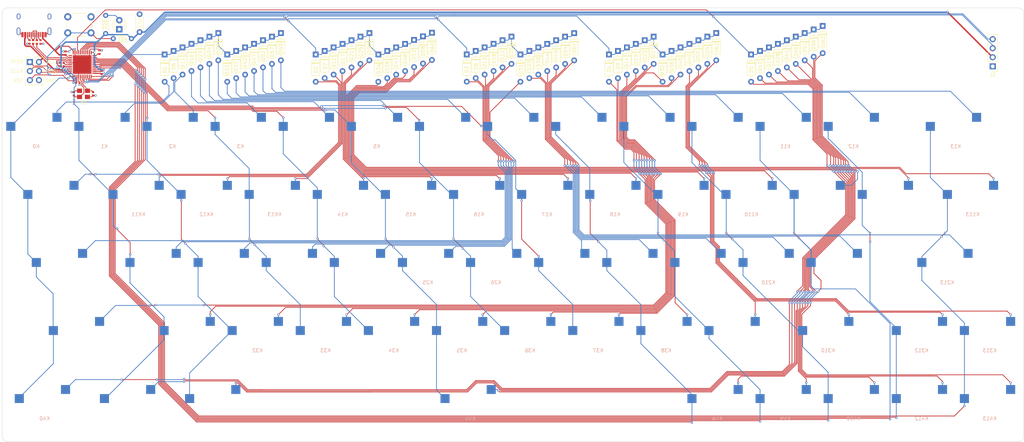
<source format=kicad_pcb>
(kicad_pcb (version 20211014) (generator pcbnew)
  (layers (0 "F.Cu" signal) (31 "B.Cu" signal) (34 "B.Paste" user) (35 "F.Paste" user) (36 "B.SilkS" user "B.Silkscreen") (37 "F.SilkS" user "F.Silkscreen") (38 "B.Mask" user) (39 "F.Mask" user) (44 "Edge.Cuts" user))
  (net 0 "")
  (net 1 "XTAL1")
  (net 2 "GND")
  (net 3 "XTAL2")
  (net 4 "VCC")
  (net 5 "Net-(C8-Pad1)")
  (net 6 "Row0")
  (net 7 "Net-(D1-Pad2)")
  (net 8 "Row1")
  (net 9 "Net-(D2-Pad2)")
  (net 10 "Row2")
  (net 11 "Net-(D3-Pad2)")
  (net 12 "Row3")
  (net 13 "Net-(D4-Pad2)")
  (net 14 "Row4")
  (net 15 "Net-(D5-Pad2)")
  (net 16 "Net-(D6-Pad2)")
  (net 17 "Net-(D7-Pad2)")
  (net 18 "Net-(D8-Pad2)")
  (net 19 "Net-(D9-Pad2)")
  (net 20 "Net-(D10-Pad2)")
  (net 21 "Net-(D11-Pad2)")
  (net 22 "Net-(D12-Pad2)")
  (net 23 "Net-(D13-Pad2)")
  (net 24 "Net-(D14-Pad2)")
  (net 25 "Net-(D15-Pad2)")
  (net 26 "Net-(D16-Pad2)")
  (net 27 "Net-(D17-Pad2)")
  (net 28 "Net-(D18-Pad2)")
  (net 29 "Net-(D19-Pad2)")
  (net 30 "Net-(D20-Pad2)")
  (net 31 "Net-(D21-Pad2)")
  (net 32 "Net-(D22-Pad2)")
  (net 33 "Net-(D23-Pad2)")
  (net 34 "Net-(D24-Pad2)")
  (net 35 "Net-(D25-Pad2)")
  (net 36 "Net-(D26-Pad2)")
  (net 37 "Net-(D27-Pad2)")
  (net 38 "Net-(D28-Pad2)")
  (net 39 "Net-(D29-Pad2)")
  (net 40 "Net-(D30-Pad2)")
  (net 41 "Net-(D31-Pad2)")
  (net 42 "Net-(D32-Pad2)")
  (net 43 "Net-(D33-Pad2)")
  (net 44 "Net-(D34-Pad2)")
  (net 45 "Net-(D35-Pad2)")
  (net 46 "Net-(D36-Pad2)")
  (net 47 "Net-(D37-Pad2)")
  (net 48 "Net-(D38-Pad2)")
  (net 49 "Net-(D39-Pad2)")
  (net 50 "Net-(D40-Pad2)")
  (net 51 "Net-(D41-Pad2)")
  (net 52 "Net-(D42-Pad2)")
  (net 53 "Net-(D43-Pad2)")
  (net 54 "Net-(D44-Pad2)")
  (net 55 "Net-(D45-Pad2)")
  (net 56 "Net-(D46-Pad2)")
  (net 57 "Net-(D47-Pad2)")
  (net 58 "Net-(D48-Pad2)")
  (net 59 "Net-(D49-Pad2)")
  (net 60 "Net-(D50-Pad2)")
  (net 61 "Net-(D51-Pad2)")
  (net 62 "Net-(D52-Pad2)")
  (net 63 "Net-(D53-Pad2)")
  (net 64 "Net-(D54-Pad2)")
  (net 65 "Net-(D55-Pad2)")
  (net 66 "Net-(D56-Pad2)")
  (net 67 "Net-(D57-Pad2)")
  (net 68 "Net-(D58-Pad2)")
  (net 69 "Net-(D59-Pad2)")
  (net 70 "Net-(D60-Pad2)")
  (net 71 "Net-(D61-Pad2)")
  (net 72 "Net-(D62-Pad2)")
  (net 73 "Net-(D63-Pad2)")
  (net 74 "MISO")
  (net 75 "SCLK")
  (net 76 "MOSI")
  (net 77 "Reset")
  (net 78 "SCL")
  (net 79 "SDA")
  (net 80 "Col0")
  (net 81 "Col1")
  (net 82 "Col2")
  (net 83 "Col3")
  (net 84 "Col4")
  (net 85 "Col5")
  (net 86 "Col6")
  (net 87 "Col7")
  (net 88 "Col8")
  (net 89 "Col9")
  (net 90 "Col10")
  (net 91 "Col11")
  (net 92 "Col12")
  (net 93 "Col13")
  (net 94 "Net-(R1-Pad1)")
  (net 95 "Net-(R2-Pad1)")
  (net 96 "Net-(R3-Pad1)")
  (net 97 "D+")
  (net 98 "Net-(R4-Pad1)")
  (net 99 "D-")
  (net 100 "Net-(R6-Pad1)")
  (net 105 "Net-(D64-Pad2)")
  (footprint "MX_Only:MXOnly-1U-Hotswap" (layer "F.Cu") (at 215.9 177.00625)
    (fp_text reference "K36")
    (fp_text value "KEYSW")
  )
  (footprint "Diode_THT:D_DO-35_SOD27_P7.62mm_Horizontal" (layer "F.Cu") (at 263 93.19 -90)
    (fp_text reference "D50")
    (fp_text value "D")
  )
  (footprint "MX_Only:MXOnly-2U-Hotswap" (layer "F.Cu") (at 334.9625 119.85625)
    (fp_text reference "K13")
    (fp_text value "KEYSW")
  )
  (footprint "MX_Only:MXOnly-1U-Hotswap" (layer "F.Cu") (at 115.8875 119.85625)
    (fp_text reference "K2")
    (fp_text value "KEYSW")
  )
  (footprint "Capacitor_SMD:C_0402_1005Metric" (layer "F.Cu") (at 85.02 99.51 180)
    (fp_text reference "C8" hide)
    (fp_text value "1uF")
  )
  (footprint "Diode_THT:D_DO-35_SOD27_P7.62mm_Horizontal" (layer "F.Cu") (at 285.24 94.19 -90)
    (fp_text reference "D28")
    (fp_text value "D")
  )
  (footprint "Diode_THT:D_DO-35_SOD27_P7.62mm_Horizontal" (layer "F.Cu") (at 141.24 93.18 -90)
    (fp_text reference "D52")
    (fp_text value "D")
  )
  (footprint "Diode_THT:D_DO-35_SOD27_P7.62mm_Horizontal" (layer "F.Cu") (at 287.74 93.19 -90)
    (fp_text reference "D41")
    (fp_text value "D")
  )
  (footprint "Diode_THT:D_DO-35_SOD27_P7.62mm_Horizontal" (layer "F.Cu") (at 250.5 92.19 -90)
    (fp_text reference "D27")
    (fp_text value "D")
  )
  (footprint "Diode_THT:D_DO-35_SOD27_P7.62mm_Horizontal" (layer "F.Cu") (at 146.24 91.19 -90)
    (fp_text reference "D59")
    (fp_text value "D")
  )
  (footprint "Diode_THT:D_DO-35_SOD27_P7.62mm_Horizontal" (layer "F.Cu") (at 297.77 89.19 -90)
    (fp_text reference "D63")
    (fp_text value "D")
  )
  (footprint "Diode_THT:D_DO-35_SOD27_P7.62mm_Horizontal" (layer "F.Cu") (at 138.74 94.18 -90)
    (fp_text reference "D47")
    (fp_text value "D")
  )
  (footprint "Diode_THT:D_DO-35_SOD27_P7.62mm_Horizontal" (layer "F.Cu") (at 265.5 92.19 -90)
    (fp_text reference "D55")
    (fp_text value "D")
  )
  (footprint "Diode_THT:D_DO-35_SOD27_P7.62mm_Horizontal" (layer "F.Cu") (at 225.73 92.19 -90)
    (fp_text reference "D54")
    (fp_text value "D")
  )
  (footprint "Diode_THT:D_DO-35_SOD27_P7.62mm_Horizontal" (layer "F.Cu") (at 255.5 96.19 -90)
    (fp_text reference "D36")
    (fp_text value "D")
  )
  (footprint "MX_Only:MXOnly-1U-Hotswap" (layer "F.Cu") (at 201.6125 138.90625)
    (fp_text reference "K16")
    (fp_text value "KEYSW")
  )
  (footprint "MX_Only:MXOnly-1.5U-Hotswap" (layer "F.Cu") (at 339.725 138.90625)
    (fp_text reference "K113")
    (fp_text value "KEYSW")
  )
  (footprint "Diode_THT:D_DO-35_SOD27_P7.62mm_Horizontal" (layer "F.Cu") (at 243 95.19 -90)
    (fp_text reference "D14")
    (fp_text value "D")
  )
  (footprint "MX_Only:MXOnly-1U-Hotswap" (layer "F.Cu") (at 301.625 157.95625)
    (fp_text reference "K211")
    (fp_text value "KEYSW")
  )
  (footprint "Diode_THT:D_DO-35_SOD27_P7.62mm_Horizontal" (layer "F.Cu") (at 183.49 93.09 -90)
    (fp_text reference "D53")
    (fp_text value "D")
  )
  (footprint "Diode_THT:D_DO-35_SOD27_P7.62mm_Horizontal" (layer "F.Cu") (at 185.99 92.09 -90)
    (fp_text reference "D58")
    (fp_text value "D")
  )
  (footprint "Capacitor_SMD:C_0402_1005Metric" (layer "F.Cu") (at 89.45 105.07)
    (fp_text reference "C6" hide)
    (fp_text value ".1uF")
  )
  (footprint "Capacitor_SMD:C_0402_1005Metric" (layer "F.Cu") (at 88.35 108.2 90)
    (fp_text reference "C2" hide)
    (fp_text value "20pF")
  )
  (footprint "Diode_THT:D_DO-35_SOD27_P7.62mm_Horizontal" (layer "F.Cu") (at 123.74 93.18 -90)
    (fp_text reference "D20")
    (fp_text value "D")
  )
  (footprint "Diode_THT:D_DO-35_SOD27_P7.62mm_Horizontal" (layer "F.Cu") (at 165.99 93.19 -90)
    (fp_text reference "D21")
    (fp_text value "D")
  )
  (footprint "MX_Only:MXOnly-1U-Hotswap" (layer "F.Cu") (at 249.2375 119.85625)
    (fp_text reference "K9")
    (fp_text value "KEYSW")
  )
  (footprint "MX_Only:MXOnly-1.5U-Hotswap" (layer "F.Cu") (at 82.55 138.90625)
    (fp_text reference "KK10")
    (fp_text value "KEYSW")
  )
  (footprint "LED_THT:LED_D3.0mm_Clear" (layer "F.Cu") (at 101.05 90.125 90)
    (fp_text reference "D64" hide)
    (fp_text value "LED")
  )
  (footprint "Capacitor_SMD:C_0402_1005Metric" (layer "F.Cu") (at 86.02 96.81 90)
    (fp_text reference "C7" hide)
    (fp_text value ".1uF")
  )
  (footprint "Diode_THT:D_DO-35_SOD27_P7.62mm_Horizontal" (layer "F.Cu") (at 178.49 95.19 -90)
    (fp_text reference "D43")
    (fp_text value "D")
  )
  (footprint "Capacitor_SMD:C_0402_1005Metric" (layer "F.Cu") (at 96.09 102.22 -90)
    (fp_text reference "C4" hide)
    (fp_text value ".1uF")
  )
  (footprint "MX_Only:MXOnly-1U-Hotswap" (layer "F.Cu") (at 187.325 157.95625)
    (fp_text reference "K25")
    (fp_text value "KEYSW")
  )
  (footprint "MX_Only:MXOnly-1U-Hotswap" (layer "F.Cu") (at 163.5125 138.90625)
    (fp_text reference "K14")
    (fp_text value "KEYSW")
  )
  (footprint "MX_Only:MXOnly-1U-Hotswap" (layer "F.Cu") (at 254 177.00625)
    (fp_text reference "K38")
    (fp_text value "KEYSW")
  )
  (footprint "Diode_THT:D_DO-35_SOD27_P7.62mm_Horizontal" (layer "F.Cu") (at 282.74 95.19 -90)
    (fp_text reference "D15")
    (fp_text value "D")
  )
  (footprint "Package_DFN_QFN:QFN-44-1EP_7x7mm_P0.5mm_EP5.2x5.2mm" (layer "F.Cu") (at 90.68375 99.9925)
    (fp_text reference "U1" hide)
    (fp_text value "ATmega32U4RC-M")
  )
  (footprint "Diode_THT:D_DO-35_SOD27_P7.62mm_Horizontal" (layer "F.Cu") (at 121.24 94.18 -90)
    (fp_text reference "D16")
    (fp_text value "D")
  )
  (footprint "MX_Only:MXOnly-1U-Hotswap" (layer "F.Cu") (at 273.05 177.00625)
    (fp_text reference "K39")
    (fp_text value "KEYSW")
  )
  (footprint "MX_Only:MXOnly-1U-Hotswap" (layer "F.Cu") (at 77.7875 119.85625)
    (fp_text reference "K0")
    (fp_text value "KEYSW")
  )
  (footprint "Diode_THT:D_DO-35_SOD27_P7.62mm_Horizontal" (layer "F.Cu") (at 113.74 97.19 -90)
    (fp_text reference "D1")
    (fp_text value "D")
  )
  (footprint "Resistor_THT:R_Axial_DIN0204_L3.6mm_D1.6mm_P5.08mm_Horizontal" (layer "F.Cu") (at 99.36 92.74)
    (fp_text reference "R5" hide)
    (fp_text value "10k")
  )
  (footprint "Diode_THT:D_DO-35_SOD27_P7.62mm_Horizontal" (layer "F.Cu") (at 228.27 91.21 -90)
    (fp_text reference "D61")
    (fp_text value "D")
  )
  (footprint "MX_Only:MXOnly-6.25U-Hotswap-ReversedStabilizers" (layer "F.Cu") (at 199.23125 196.05625)
    (fp_text reference "K45")
    (fp_text value "KEYSW")
  )
  (footprint "Diode_THT:D_DO-35_SOD27_P7.62mm_Horizontal" (layer "F.Cu") (at 277.74 97.19 -90)
    (fp_text reference "D5")
    (fp_text value "D")
  )
  (footprint "MX_Only:MXOnly-1U-Hotswap" (layer "F.Cu") (at 158.75 177.00625)
    (fp_text reference "K33")
    (fp_text value "KEYSW")
  )
  (footprint "MX_Only:MXOnly-1U-Hotswap" (layer "F.Cu") (at 149.225 157.95625)
    (fp_text reference "K23")
    (fp_text value "KEYSW")
  )
  (footprint "Diode_THT:D_DO-35_SOD27_P7.62mm_Horizontal" (layer "F.Cu") (at 143.74 92.19 -90)
    (fp_text reference "D57")
    (fp_text value "D")
  )
  (footprint "Diode_THT:D_DO-35_SOD27_P7.62mm_Horizontal" (layer "F.Cu") (at 215.73 96.19 -90)
    (fp_text reference "D35")
    (fp_text value "D")
  )
  (footprint "MX_Only:MXOnly-1U-Hotswap" (layer "F.Cu") (at 325.4375 196.05625)
    (fp_text reference "K412")
    (fp_text value "KEYSW")
  )
  (footprint "MX_Only:MXOnly-1U-Hotswap" (layer "F.Cu") (at 134.9375 119.85625)
    (fp_text reference "K3")
    (fp_text value "KEYSW")
  )
  (footprint "MX_Only:MXOnly-1U-Hotswap" (layer "F.Cu") (at 263.525 157.95625)
    (fp_text reference "K29")
    (fp_text value "KEYSW")
  )
  (footprint "Diode_THT:D_DO-35_SOD27_P7.62mm_Horizontal" (layer "F.Cu") (at 168.49 92.19 -90)
    (fp_text reference "D25")
    (fp_text value "D")
  )
  (footprint "Diode_THT:D_DO-35_SOD27_P7.62mm_Horizontal" (layer "F.Cu") (at 126.24 92.19 -90)
    (fp_text reference "D24")
    (fp_text value "D")
  )
  (footprint "Diode_THT:D_DO-35_SOD27_P7.62mm_Horizontal" (layer "F.Cu") (at 203.23 95.18 -90)
    (fp_text reference "D13")
    (fp_text value "D")
  )
  (footprint "Type-C:HRO-TYPE-C-31-M-12-Assembly" (layer "F.Cu") (at 77.19 83.92375 180)
    (fp_text reference "USB1" hide)
    (fp_text value "HRO-TYPE-C-31-M-12")
  )
  (footprint "Connector_PinHeader_2.54mm:PinHeader_1x04_P2.54mm_Vertical" (layer "F.Cu") (at 345.32 100.51 180)
    (fp_text reference "J2")
    (fp_text value "Conn_01x04")
  )
  (footprint "Diode_THT:D_DO-35_SOD27_P7.62mm_Horizontal" (layer "F.Cu") (at 155.98 97.19 -90)
    (fp_text reference "D2")
    (fp_text value "D")
  )
  (footprint "Capacitor_SMD:C_0402_1005Metric" (layer "F.Cu") (at 93.71 108.19 -90)
    (fp_text reference "C1" hide)
    (fp_text value "20pF")
  )
  (footprint "MX_Only:MXOnly-1U-Hotswap" (layer "F.Cu") (at 173.0375 119.85625)
    (fp_text reference "K5")
    (fp_text value "KEYSW")
  )
  (footprint "MX_Only:MXOnly-1.25U-Hotswap" (layer "F.Cu") (at 103.98125 196.05625)
    (fp_text reference "K41")
    (fp_text value "KEYSW")
  )
  (footprint "Diode_THT:D_DO-35_SOD27_P7.62mm_Horizontal" (layer "F.Cu") (at 175.99 96.19 -90)
    (fp_text reference "D38")
    (fp_text value "D")
  )
  (footprint "Diode_THT:D_DO-35_SOD27_P7.62mm_Horizontal" (layer "F.Cu") (at 218.23 95.19 -90)
    (fp_text reference "D39")
    (fp_text value "D")
  )
  (footprint "Diode_THT:D_DO-35_SOD27_P7.62mm_Horizontal" (layer "F.Cu") (at 290.24 92.19 -90)
    (fp_text reference "D46")
    (fp_text value "D")
  )
  (footprint "MX_Only:MXOnly-1U-Hotswap" (layer "F.Cu") (at 120.65 177.00625)
    (fp_text reference "K31")
    (fp_text value "KEYSW")
  )
  (footprint "Diode_THT:D_DO-35_SOD27_P7.62mm_Horizontal" (layer "F.Cu") (at 158.49 96.19 -90)
    (fp_text reference "D7")
    (fp_text value "D")
  )
  (footprint "Connector_PinHeader_2.54mm:PinHeader_2x03_P2.54mm_Vertical" (layer "F.Cu") (at 76.04 99.28)
    (fp_text reference "J1" hide)
    (fp_text value "ICSP")
  )
  (footprint "Diode_THT:D_DO-35_SOD27_P7.62mm_Horizontal" (layer "F.Cu") (at 280.24 96.19 -90)
    (fp_text reference "D10")
    (fp_text value "D")
  )
  (footprint "Diode_THT:D_DO-35_SOD27_P7.62mm_Horizontal" (layer "F.Cu") (at 198.22 97.17 -90)
    (fp_text reference "D3")
    (fp_text value "D")
  )
  (footprint "Diode_THT:D_DO-35_SOD27_P7.62mm_Horizontal" (layer "F.Cu") (at 205.73 94.18 -90)
    (fp_text reference "D18")
    (fp_text value "D")
  )
  (footprint "Diode_THT:D_DO-35_SOD27_P7.62mm_Horizontal" (layer "F.Cu") (at 128.74 91.19 -90)
    (fp_text reference "D29")
    (fp_text value "D")
  )
  (footprint "Diode_THT:D_DO-35_SOD27_P7.62mm_Horizontal" (layer "F.Cu") (at 238 97.19 -90)
    (fp_text reference "D4")
    (fp_text value "D")
  )
  (footprint "Resistor_SMD:R_0402_1005Metric" (layer "F.Cu") (at 75.94 93.67 -90)
    (fp_text reference "R2" hide)
    (fp_text value "5.1k")
  )
  (footprint "MX_Only:MXOnly-1U-Hotswap" (layer "F.Cu") (at 130.175 157.95625)
    (fp_text reference "K22")
    (fp_text value "KEYSW")
  )
  (footprint "Diode_THT:D_DO-35_SOD27_P7.62mm_Horizontal" (layer "F.Cu") (at 160.99 95.19 -90)
    (fp_text reference "D12")
    (fp_text value "D")
  )
  (footprint "MX_Only:MXOnly-1U-Hotswap" (layer "F.Cu") (at 182.5625 138.90625)
    (fp_text reference "K15")
    (fp_text value "KEYSW")
  )
  (footprint "Diode_THT:D_DO-35_SOD27_P7.62mm_Horizontal" (layer "F.Cu") (at 240.5 96.2 -90)
    (fp_text reference "D9")
    (fp_text value "D")
  )
  (footprint "Diode_THT:D_DO-35_SOD27_P7.62mm_Horizontal" (layer "F.Cu") (at 258 95.19 -90)
    (fp_text reference "D40")
    (fp_text value "D")
  )
  (footprint "Diode_THT:D_DO-35_SOD27_P7.62mm_Horizontal" (layer "F.Cu") (at 136.24 95.19 -90)
    (fp_text reference "D42")
    (fp_text value "D")
  )
  (footprint "MX_Only:MXOnly-1U-Hotswap" (layer "F.Cu") (at 168.275 157.95625)
    (fp_text reference "K24")
    (fp_text value "KEYSW")
  )
  (footprint "MX_Only:MXOnly-1U-Hotswap" (layer "F.Cu") (at 287.3375 119.85625)
    (fp_text reference "K11")
    (fp_text value "KEYSW")
  )
  (footprint "Diode_THT:D_DO-35_SOD27_P7.62mm_Horizontal" (layer "F.Cu") (at 248 93.19 -90)
    (fp_text reference "D23")
    (fp_text value "D")
  )
  (footprint "MX_Only:MXOnly-1.75U-Hotswap" (layer "F.Cu") (at 299.24375 177.00625)
    (fp_text reference "K310")
    (fp_text value "KEYSW")
  )
  (footprint "MX_Only:MXOnly-1U-Hotswap" (layer "F.Cu") (at 192.0875 119.85625)
    (fp_text reference "K6")
    (fp_text value "KEYSW")
  )
  (footprint "MX_Only:MXOnly-1.75U-Hotswap" (layer "F.Cu") (at 84.93125 157.95625)
    (fp_text reference "K20")
    (fp_text value "KEYSW")
  )
  (footprint "Resistor_SMD:R_0402_1005Metric" (layer "F.Cu") (at 77.98 93.68 -90)
    (fp_text reference "R4" hide)
    (fp_text value "22")
  )
  (footprint "MX_Only:MXOnly-1U-Hotswap" (layer "F.Cu") (at 230.1875 119.85625)
    (fp_text reference "K8")
    (fp_text value "KEYSW")
  )
  (footprint "MX_Only:MXOnly-1U-Hotswap" (layer "F.Cu") (at 225.425 157.95625)
    (fp_text reference "K27")
    (fp_text value "KEYSW")
  )
  (footprint "Diode_THT:D_DO-35_SOD27_P7.62mm_Horizontal" (layer "F.Cu") (at 200.73 96.19 -90)
    (fp_text reference "D8")
    (fp_text value "D")
  )
  (footprint "Diode_THT:D_DO-35_SOD27_P7.62mm_Horizontal" (layer "F.Cu") (at 188.49 91.09 -90)
    (fp_text reference "D60")
    (fp_text value "D")
  )
  (footprint "Diode_THT:D_DO-35_SOD27_P7.62mm_Horizontal" (layer "F.Cu") (at 131.24 97.19 -90)
    (fp_text reference "D33")
    (fp_text value "D")
  )
  (footprint "Diode_THT:D_DO-35_SOD27_P7.62mm_Horizontal" (layer "F.Cu") (at 116.24 96.19 -90)
    (fp_text reference "D6")
    (fp_text value "D")
  )
  (footprint "Button_Switch_THT:SW_PUSH_6mm" (layer "F.Cu") (at 86.64 86.63)
    (fp_text reference "SW1" hide)
    (fp_text value "SW_Push")
  )
  (footprint "MX_Only:MXOnly-1U-Hotswap" (layer "F.Cu") (at 234.95 177.00625)
    (fp_text reference "K37")
    (fp_text value "KEYSW")
  )
  (footprint "MX_Only:MXOnly-1U-Hotswap" (layer "F.Cu") (at 296.8625 138.90625)
    (fp_text reference "K111")
    (fp_text value "KEYSW")
  )
  (footprint "Capacitor_SMD:C_0402_1005Metric" (layer "F.Cu") (at 85.03 100.5 180)
    (fp_text reference "C5" hide)
    (fp_text value ".1uF")
  )
  (footprint "Diode_THT:D_DO-35_SOD27_P7.62mm_Horizontal" (layer "F.Cu") (at 208.23 93.18 -90)
    (fp_text reference "D22")
    (fp_text value "D")
  )
  (footprint "MX_Only:MXOnly-1U-Hotswap" (layer "F.Cu") (at 220.6625 138.90625)
    (fp_text reference "K17")
    (fp_text value "KEYSW")
  )
  (footprint "Diode_THT:D_DO-35_SOD27_P7.62mm_Horizontal" (layer "F.Cu") (at 118.74 95.19 -90)
    (fp_text reference "D11")
    (fp_text value "D")
  )
  (footprint "MX_Only:MXOnly-1U-Hotswap" (layer "F.Cu") (at 344.4875 177.00625)
    (fp_text reference "K313")
    (fp_text value "KEYSW")
  )
  (footprint "MX_Only:MXOnly-1U-Hotswap" (layer "F.Cu") (at 106.3625 138.90625)
    (fp_text reference "KK11")
    (fp_text value "KEYSW")
  )
  (footprint "MX_Only:MXOnly-1U-Hotswap" (layer "F.Cu") (at 344.4875 196.05625)
    (fp_text reference "K413")
    (fp_text value "KEYSW")
  )
  (footprint "MX_Only:MXOnly-1U-Hotswap" (layer "F.Cu") (at 211.1375 119.85625)
    (fp_text reference "K7")
    (fp_text value "KEYSW")
  )
  (footprint "Diode_THT:D_DO-35_SOD27_P7.62mm_Horizontal" (layer "F.Cu") (at 180.99 94.2 -90)
    (fp_text reference "D48")
    (fp_text value "D")
  )
  (footprint "MX_Only:MXOnly-2.25U-Hotswap" (layer "F.Cu") (at 332.58125 157.95625)
    (fp_text reference "K213")
    (fp_text value "KEYSW")
  )
  (footprint "Resistor_SMD:R_0402_1005Metric" (layer "F.Cu") (at 95.5 96.51 90)
    (fp_text reference "R6" hide)
    (fp_text value "10k")
  )
  (footprint "MX_Only:MXOnly-1U-Hotswap" (layer "F.Cu") (at 315.9125 138.90625)
    (fp_text reference "K112")
    (fp_text value "KEYSW")
  )
  (footprint "MX_Only:MXOnly-2.25U-Hotswap" (layer "F.Cu") (at 89.69375 177.00625)
    (fp_text reference "K30")
    (fp_text value "KEYSW")
  )
  (footprint "MX_Only:MXOnly-1U-Hotswap" (layer "F.Cu") (at 282.575 157.95625)
    (fp_text reference "K210")
    (fp_text value "KEYSW")
  )
  (footprint "Diode_THT:D_DO-35_SOD27_P7.62mm_Horizontal" (layer "F.Cu") (at 210.73 92.18 -90)
    (fp_text reference "D26")
    (fp_text value "D")
  )
  (footprint "Diode_THT:D_DO-35_SOD27_P7.62mm_Horizontal" (layer "F.Cu") (at 170.99 91.19 -90)
    (fp_text reference "D30")
    (fp_text value "D")
  )
  (footprint "Resistor_SMD:R_0402_1005Metric" (layer "F.Cu") (at 76.95 93.68 -90)
    (fp_text reference "R3" hide)
    (fp_text value "22")
  )
  (footprint "MX_Only:MXOnly-1U-Hotswap" (layer "F.Cu") (at 177.8 177.00625)
    (fp_text reference "K34")
    (fp_text value "KEYSW")
  )
  (footprint "Diode_THT:D_DO-35_SOD27_P7.62mm_Horizontal" (layer "F.Cu") (at 268 91.18 -90)
    (fp_text reference "D62")
    (fp_text value "D")
  )
  (footprint "MX_Only:MXOnly-1U-Hotswap" (layer "F.Cu") (at 96.8375 119.85625)
    (fp_text reference "K1")
    (fp_text value "KEYSW")
  )
  (footprint "Diode_THT:D_DO-35_SOD27_P7.62mm_Horizontal" (layer "F.Cu") (at 253 97.19 -90)
    (fp_text reference "D32")
    (fp_text value "D")
  )
  (footprint "Diode_THT:D_DO-35_SOD27_P7.62mm_Horizontal" (layer "F.Cu") (at 295.25 90.19 -90)
    (fp_text reference "D56")
    (fp_text value "D")
  )
  (footprint "MX_Only:MXOnly-1U-Hotswap" (layer "F.Cu") (at 153.9875 119.85625)
    (fp_text reference "K4")
    (fp_text value "KEYSW")
  )
  (footprint "Diode_THT:D_DO-35_SOD27_P7.62mm_Horizontal" (layer "F.Cu") (at 213.23 97.19 -90)
    (fp_text reference "D31")
    (fp_text value "D")
  )
  (footprint "MX_Only:MXOnly-1U-Hotswap" (layer "F.Cu") (at 139.7 177.00625)
    (fp_text reference "K32")
    (fp_text value "KEYSW")
  )
  (footprint "Diode_THT:D_DO-35_SOD27_P7.62mm_Horizontal" (layer "F.Cu") (at 245.5 94.19 -90)
    (fp_text reference "D19")
    (fp_text value "D")
  )
  (footprint "Diode_THT:D_DO-35_SOD27_P7.62mm_Horizontal" (layer "F.Cu") (at 223.23 93.19 -90)
    (fp_text reference "D49")
    (fp_text value "D")
  )
  (footprint "MX_Only:MXOnly-1U-Hotswap" (layer "F.Cu") (at 306.3875 196.05625)
    (fp_text reference "K410")
    (fp_text value "KEYSW")
  )
  (footprint "MX_Only:MXOnly-1U-Hotswap" (layer "F.Cu") (at 244.475 157.95625)
    (fp_text reference "K28")
    (fp_text value "KEYSW")
  )
  (footprint "MX_Only:MXOnly-1U-Hotswap" (layer "F.Cu") (at 111.125 157.95625)
    (fp_text reference "K21")
    (fp_text value "KEYSW")
  )
  (footprint "Diode_THT:D_DO-35_SOD27_P7.62mm_Horizontal" (layer "F.Cu") (at 173.49 97.19 -90)
    (fp_text reference "D34")
    (fp_text value "D")
  )
  (footprint "MX_Only:MXOnly-1U-Hotswap" (layer "F.Cu") (at 239.7125 138.90625)
    (fp_text reference "K18")
    (fp_text value "KEYSW")
  )
  (footprint "MX_Only:MXOnly-1U-Hotswap" (layer "F.Cu") (at 287.3375 196.05625)
    (fp_text reference "K49")
    (fp_text value "KEYSW")
  )
  (footprint "Diode_THT:D_DO-35_SOD27_P7.62mm_Horizontal" (layer "F.Cu") (at 163.49 94.19 -90)
    (fp_text reference "D17")
    (fp_text value "D")
  )
  (footprint "MX_Only:MXOnly-1U-Hotswap" (layer "F.Cu") (at 125.4125 138.90625)
    (fp_text reference "KK12")
    (fp_text value "KEYSW")
  )
  (footprint "MX_Only:MXOnly-1.25U-Hotswap" (layer "F.Cu") (at 127.79375 196.05625)
    (fp_text reference "K42")
    (fp_text value "KEYSW")
  )
  (footprint "Resistor_THT:R_Axial_DIN0204_L3.6mm_D1.6mm_P5.08mm_Horizontal" (layer "F.Cu") (at 97.24 91.32 90)
    (fp_text reference "R7" hide)
    (fp_text value "220")
  )
  (footprint "MX_Only:MXOnly-1U-Hotswap" (layer "F.Cu") (at 258.7625 138.90625)
    (fp_text reference "K19")
    (fp_text value "KEYSW")
  )
  (footprint "MX_Only:MXOnly-1U-Hotswap" (layer "F.Cu") (at 268.2875 196.05625)
    (fp_text reference "K48")
    (fp_text value "KEYSW")
  )
  (footprint "MX_Only:MXOnly-1U-Hotswap" (layer "F.Cu") (at 196.85 177.00625)
    (fp_text reference "K35")
    (fp_text value "KEYSW")
  )
  (footprint "MX_Only:MXOnly-1U-Hotswap" (layer "F.Cu") (at 206.375 157.95625)
    (fp_text reference "K26")
    (fp_text value "KEYSW")
  )
  (footprint "MX_Only:MXOnly-1.25U-Hotswap" (layer "F.Cu") (at 80.16875 196.05625)
    (fp_text reference "K40")
    (fp_text value "KEYSW")
  )
  (footprint "Diode_THT:D_DO-35_SOD27_P7.62mm_Horizontal" (layer "F.Cu") (at 220.73 94.2 -90)
    (fp_text reference "D44")
    (fp_text value "D")
  )
  (footprint "MX_Only:MXOnly-1U-Hotswap" (layer "F.Cu") (at 325.4375 177.00625)
    (fp_text reference "K312")
    (fp_text value "KEYSW")
  )
  (footprint "MX_Only:MXOnly-1U-Hotswap" (layer "F.Cu") (at 306.3875 119.85625)
    (fp_text reference "K12")
    (fp_text value "KEYSW")
  )
  (footprint "Crystal:Crystal_SMD_3225-4Pin_3.2x2.5mm" (layer "F.Cu") (at 91.03 108.2 180)
    (fp_text reference "Y1")
    (fp_text value "Crystal")
  )
  (footprint "Diode_THT:D_DO-35_SOD27_P7.62mm_Horizontal" (layer "F.Cu") (at 133.74 96.19 -90)
    (fp_text reference "D37")
    (fp_text value "D")
  )
  (footprint "Resistor_SMD:R_0402_1005Metric" (layer "F.Cu") (at 79.02 93.67 -90)
    (fp_text reference "R1" hide)
    (fp_text value "5.1k")
  )
  (footprint "Diode_THT:D_DO-35_SOD27_P7.62mm_Horizontal" (layer "F.Cu") (at 260.5 94.19 -90)
    (fp_text reference "D45")
    (fp_text value "D")
  )
  (footprint "Diode_THT:D_DO-35_SOD27_P7.62mm_Horizontal" (layer "F.Cu") (at 292.74 91.19 -90)
    (fp_text reference "D51")
    (fp_text value "D")
  )
  (footprint "MX_Only:MXOnly-1U-Hotswap" (layer "F.Cu") (at 268.2875 119.85625)
    (fp_text reference "K10")
    (fp_text value "KEYSW")
  )
  (footprint "MX_Only:MXOnly-1U-Hotswap" (layer "F.Cu") (at 144.4625 138.90625)
    (fp_text reference "KK13")
    (fp_text value "KEYSW")
  )
  (footprint "Capacitor_THT:C_Disc_D4.3mm_W1.9mm_P5.00mm" (layer "F.Cu") (at 106.73 90.9 90)
    (fp_text reference "C3" hide)
    (fp_text value "4.7uF")
  )
  (footprint "MX_Only:MXOnly-1U-Hotswap" (layer "F.Cu") (at 277.8125 138.90625)
    (fp_text reference "K110")
    (fp_text value "KEYSW")
  )
  (gr_arc (start 354.0125 203.99375) (mid 353.547532 205.116282) (end 352.425 205.58125) (layer "Edge.Cuts") (width 0.1))
  (gr_arc (start 68.2625 85.725) (mid 68.727468 84.602468) (end 69.85 84.1375) (layer "Edge.Cuts") (width 0.1))
  (gr_line (start 352.425 205.58125) (end 69.85 205.58125) (layer "Edge.Cuts") (width 0.1))
  (gr_arc (start 352.425 84.1375) (mid 353.547532 84.602468) (end 354.0125 85.725) (layer "Edge.Cuts") (width 0.1))
  (gr_line (start 354.0125 85.725) (end 354.0125 203.99375) (layer "Edge.Cuts") (width 0.1))
  (gr_arc (start 69.85 205.58125) (mid 68.727468 205.116282) (end 68.2625 203.99375) (layer "Edge.Cuts") (width 0.1))
  (gr_line (start 68.2625 203.99375) (end 68.2625 85.725) (layer "Edge.Cuts") (width 0.1))
  (gr_line (start 69.85 84.1375) (end 352.425 84.1375) (layer "Edge.Cuts") (width 0.1))
  (gr_text "RST" (at 72.86 104.51) (layer "F.SilkS") (effects (font (size 1 1) (thickness 0.1))))
  (gr_text "MOSI" (at 82.11 101.91) (layer "F.SilkS") (effects (font (size 1 1) (thickness 0.1))))
  (gr_text "SCLK" (at 72.39 101.84) (layer "F.SilkS") (effects (font (size 1 1) (thickness 0.1))))
  (gr_text "VCC" (at 81.93 99.25) (layer "F.SilkS") (effects (font (size 1 1) (thickness 0.1))))
  (gr_text "MISO" (at 72.52 99.16) (layer "F.SilkS") (effects (font (size 1 1) (thickness 0.1))))
  (gr_text "GND" (at 81.88 104.44) (layer "F.SilkS") (effects (font (size 1 1) (thickness 0.1))))
  (segment (start 92.13 107.35) (end 92.13 106.87) (width 0.2) (layer "F.Cu") (net 1))
  (segment (start 90.68375 104.079404) (end 90.68375 103.33) (width 0.2) (layer "F.Cu") (net 1))
  (segment (start 92.13 106.87) (end 90.92 105.66) (width 0.2) (layer "F.Cu") (net 1))
  (segment (start 93.35 107.35) (end 93.71 107.71) (width 0.2) (layer "F.Cu") (net 1))
  (segment (start 90.92 105.66) (end 90.92 104.315654) (width 0.2) (layer "F.Cu") (net 1))
  (segment (start 92.13 107.35) (end 93.35 107.35) (width 0.2) (layer "F.Cu") (net 1))
  (segment (start 90.92 104.315654) (end 90.68375 104.079404) (width 0.2) (layer "F.Cu") (net 1))
  (segment (start 93.33 109.05) (end 93.71 108.67) (width 0.2) (layer "F.Cu") (net 2))
  (segment (start 88.68375 95.73375) (end 88.68375 96.655) (width 0.2) (layer "F.Cu") (net 2))
  (segment (start 92.68375 96.655) (end 92.68375 97.9925) (width 0.2) (layer "F.Cu") (net 2))
  (segment (start 83.76 100.49) (end 83.77 100.5) (width 0.2) (layer "F.Cu") (net 2))
  (segment (start 80.415 91.61875) (end 80.595 91.61875) (width 0.2) (layer "F.Cu") (net 2))
  (segment (start 95.5 96) (end 96.13 96) (width 0.2) (layer "F.Cu") (net 2))
  (segment (start 84.3 100.5) (end 84.55 100.5) (width 0.2) (layer "F.Cu") (net 2))
  (segment (start 83.77 100.5) (end 84.55 100.5) (width 0.2) (layer "F.Cu") (net 2))
  (segment (start 89.68375 100.9925) (end 90.68375 99.9925) (width 0.2) (layer "F.Cu") (net 2))
  (segment (start 88.68375 97.9925) (end 90.68375 99.9925) (width 0.2) (layer "F.Cu") (net 2))
  (segment (start 79.02 94.18) (end 79.8 94.18) (width 0.2) (layer "F.Cu") (net 2))
  (segment (start 94.02125 102.4925) (end 94.02375 102.49) (width 0.254) (layer "F.Cu") (net 2))
  (segment (start 87.34625 99.4925) (end 86.414075 99.4925) (width 0.2) (layer "F.Cu") (net 2))
  (segment (start 73.785 91.61875) (end 72.87 90.70375) (width 0.2) (layer "F.Cu") (net 2))
  (segment (start 83.99 99.51) (end 83.95 99.47) (width 0.2) (layer "F.Cu") (net 2))
  (segment (start 96.638514 102.301486) (end 96.24 102.7) (width 0.254) (layer "F.Cu") (net 2))
  (segment (start 89.68375 103.33) (end 89.68375 100.9925) (width 0.2) (layer "F.Cu") (net 2))
  (segment (start 95.88 102.49) (end 96.09 102.7) (width 0.254) (layer "F.Cu") (net 2))
  (segment (start 95.16 95.66) (end 95.5 96) (width 0.2) (layer "F.Cu") (net 2))
  (segment (start 93.06 95.66) (end 95.16 95.66) (width 0.2) (layer "F.Cu") (net 2))
  (segment (start 89.93 105.07) (end 89.68375 104.82375) (width 0.2) (layer "F.Cu") (net 2))
  (segment (start 94.02375 102.49) (end 95.88 102.49) (width 0.254) (layer "F.Cu") (net 2))
  (segment (start 88.72 107.35) (end 88.35 107.72) (width 0.2) (layer "F.Cu") (net 2))
  (segment (start 90.18375 99.4925) (end 90.68375 99.9925) (width 0.2) (layer "F.Cu") (net 2))
  (segment (start 96.24 102.7) (end 96.09 102.7) (width 0.254) (layer "F.Cu") (net 2))
  (segment (start 87.7 107.7) (end 87.72 107.72) (width 0.2) (layer "F.Cu") (net 2))
  (segment (start 83.52 98.90048) (end 83.52 99.72) (width 0.2) (layer "F.Cu") (net 2))
  (segment (start 88.68375 96.655) (end 88.68375 97.9925) (width 0.2) (layer "F.Cu") (net 2))
  (segment (start 94.4 108.68) (end 94.39 108.67) (width 0.2) (layer "F.Cu") (net 2))
  (segment (start 75.94 94.18) (end 75.309989 94.18) (width 0.2) (layer "F.Cu") (net 2))
  (segment (start 92.68375 96.03625) (end 93.06 95.66) (width 0.2) (layer "F.Cu") (net 2))
  (segment (start 88.6 95.65) (end 88.68375 95.73375) (width 0.2) (layer "F.Cu") (net 2))
  (segment (start 80.595 91.61875) (end 81.51 90.70375) (width 0.2) (layer "F.Cu") (net 2))
  (segment (start 83.52 99.72) (end 84.3 100.5) (width 0.2) (layer "F.Cu") (net 2))
  (segment (start 96.13 96) (end 96.14 95.99) (width 0.2) (layer "F.Cu") (net 2))
  (segment (start 92.68375 96.655) (end 92.68375 96.03625) (width 0.2) (layer "F.Cu") (net 2))
  (segment (start 94.39 108.67) (end 93.71 108.67) (width 0.2) (layer "F.Cu") (net 2))
  (segment (start 87.34625 99.4925) (end 90.18375 99.4925) (width 0.2) (layer "F.Cu") (net 2))
  (segment (start 92.68375 97.9925) (end 90.68375 99.9925) (width 0.2) (layer "F.Cu") (net 2))
  (segment (start 86.02 96.33) (end 85.42 96.33) (width 0.2) (layer "F.Cu") (net 2))
  (segment (start 86.414075 99.4925) (end 85.822055 98.90048) (width 0.2) (layer "F.Cu") (net 2))
  (segment (start 89.92098 105.684975) (end 89.93 105.675955) (width 0.2) (layer "F.Cu") (net 2))
  (segment (start 73.965 91.61875) (end 73.785 91.61875) (width 0.2) (layer "F.Cu") (net 2))
  (segment (start 89.68375 104.82375) (end 89.68375 103.33) (width 0.2) (layer "F.Cu") (net 2))
  (segment (start 85.822055 98.90048) (end 83.52 98.90048) (width 0.2) (layer "F.Cu") (net 2))
  (segment (start 87.72 107.72) (end 88.35 107.72) (width 0.2) (layer "F.Cu") (net 2))
  (segment (start 86.052445 96.362445) (end 86.02 96.33) (width 0.2) (layer "F.Cu") (net 2))
  (segment (start 89.93 105.675955) (end 89.93 105.07) (width 0.2) (layer "F.Cu") (net 2))
  (segment (start 89.93 107.35) (end 88.72 107.35) (width 0.2) (layer "F.Cu") (net 2))
  (segment (start 84.54 99.51) (end 83.99 99.51) (width 0.2) (layer "F.Cu") (net 2))
  (segment (start 87.012508 96.312492) (end 86.962555 96.362445) (width 0.2) (layer "F.Cu") (net 2))
  (segment (start 92.13 109.05) (end 93.33 109.05) (width 0.2) (layer "F.Cu") (net 2))
  (segment (start 85.42 96.33) (end 85.4 96.31) (width 0.2) (layer "F.Cu") (net 2))
  (segment (start 86.962555 96.362445) (end 86.052445 96.362445) (width 0.2) (layer "F.Cu") (net 2))
  (via (at 89.92098 105.684975) (size 0.6) (drill 0.3) (layers "F.Cu" "B.Cu") (net 2))
  (via (at 75.309989 94.18) (size 0.6) (drill 0.3) (layers "F.Cu" "B.Cu") (net 2))
  (via (at 85.4 96.31) (size 0.6) (drill 0.3) (layers "F.Cu" "B.Cu") (net 2))
  (via (at 88.6 95.65) (size 0.6) (drill 0.3) (layers "F.Cu" "B.Cu") (net 2))
  (via (at 87.7 107.7) (size 0.6) (drill 0.3) (layers "F.Cu" "B.Cu") (net 2))
  (via (at 83.76 100.49) (size 0.6) (drill 0.3) (layers "F.Cu" "B.Cu") (net 2))
  (via (at 79.8 94.18) (size 0.6) (drill 0.3) (layers "F.Cu" "B.Cu") (net 2))
  (via (at 96.14 95.99) (size 0.6) (drill 0.3) (layers "F.Cu" "B.Cu") (net 2))
  (via (at 83.95 99.47) (size 0.6) (drill 0.3) (layers "F.Cu" "B.Cu") (net 2))
  (via (at 96.638514 102.301486) (size 0.6) (drill 0.3) (layers "F.Cu" "B.Cu") (net 2))
  (via (at 87.012508 96.312492) (size 0.6) (drill 0.3) (layers "F.Cu" "B.Cu") (net 2))
  (via (at 94.4 108.68) (size 0.6) (drill 0.3) (layers "F.Cu" "B.Cu") (net 2))
  (segment (start 87.012508 96.312492) (end 87.675 95.65) (width 0.2) (layer "B.Cu") (net 2))
  (segment (start 87.675 95.65) (end 88.6 95.65) (width 0.2) (layer "B.Cu") (net 2))
  (segment (start 89.93 109.05) (end 88.72 109.05) (width 0.2) (layer "F.Cu") (net 3))
  (segment (start 90.18375 104.32375) (end 90.52048 104.66048) (width 0.2) (layer "F.Cu") (net 3))
  (segment (start 90.18375 103.33) (end 90.18375 104.32375) (width 0.2) (layer "F.Cu") (net 3))
  (segment (start 90.03 109.05) (end 91.12 107.96) (width 0.2) (layer "F.Cu") (net 3))
  (segment (start 91.12 107.96) (end 91.12 106.425006) (width 0.2) (layer "F.Cu") (net 3))
  (segment (start 90.52048 104.66048) (end 90.52048 105.825486) (width 0.2) (layer "F.Cu") (net 3))
  (segment (start 90.52048 105.825486) (end 91.12 106.425006) (width 0.2) (layer "F.Cu") (net 3))
  (segment (start 88.72 109.05) (end 88.35 108.68) (width 0.2) (layer "F.Cu") (net 3))
  (segment (start 89.93 109.05) (end 90.03 109.05) (width 0.2) (layer "F.Cu") (net 3))
  (segment (start 96.41 101.74) (end 96.09 101.74) (width 0.254) (layer "F.Cu") (net 4))
  (segment (start 86.7225 97.9925) (end 86.02 97.29) (width 0.2) (layer "F.Cu") (net 4))
  (segment (start 83.137914 96.172086) (end 83.647914 96.682086) (width 0.4064) (layer "F.Cu") (net 4))
  (segment (start 332.625 85.263981) (end 337.464239 90.10322) (width 0.4064) (layer "F.Cu") (net 4))
  (segment (start 89.18375 104.85625) (end 88.97 105.07) (width 0.254) (layer "F.Cu") (net 4))
  (segment (start 84.77 94.88) (end 86.92 94.88) (width 0.254) (layer "F.Cu") (net 4))
  (segment (start 85.51 101.201087) (end 85.51 100.5) (width 0.2) (layer "F.Cu") (net 4))
  (segment (start 74.607289 94.471074) (end 74.607289 92.746461) (width 0.4064) (layer "F.Cu") (net 4))
  (segment (start 79.64 92.674172) (end 83.137914 96.172086) (width 0.4064) (layer "F.Cu") (net 4))
  (segment (start 79.64 98.25) (end 76.272711 94.882711) (width 0.4064) (layer "F.Cu") (net 4))
  (segment (start 83.647914 96.682086) (end 84.255828 97.29) (width 0.4064) (layer "F.Cu") (net 4))
  (segment (start 85.5175 100.4925) (end 85.51 100.5) (width 0.254) (layer "F.Cu") (net 4))
  (segment (start 78.58 99.28) (end 79.61 98.25) (width 0.4064) (layer "F.Cu") (net 4))
  (segment (start 85.410846 101.300241) (end 85.298376 101.412711) (width 0.4064) (layer "F.Cu") (net 4))
  (segment (start 74.74 92.61375) (end 74.74 91.61875) (width 0.4064) (layer "F.Cu") (net 4))
  (segment (start 88.24935 105.07) (end 88.97 105.07) (width 0.254) (layer "F.Cu") (net 4))
  (segment (start 96.7 101.45) (end 96.41 101.74) (width 0.254) (layer "F.Cu") (net 4))
  (segment (start 88.23935 105.08) (end 88.24935 105.07) (width 0.254) (layer "F.Cu") (net 4))
  (segment (start 85.410846 101.300241) (end 85.51 101.201087) (width 0.2) (layer "F.Cu") (net 4))
  (segment (start 82.802711 101.412711) (end 79.64 98.25) (width 0.4064) (layer "F.Cu") (net 4))
  (segment (start 95.855 101.975) (end 94.03875 101.975) (width 0.254) (layer "F.Cu") (net 4))
  (segment (start 337.464239 90.114239) (end 345.32 97.97) (width 0.4064) (layer "F.Cu") (net 4))
  (segment (start 84.77 94.88) (end 84.43 94.88) (width 0.4064) (layer "F.Cu") (net 4))
  (segment (start 337.464239 90.10322) (end 337.464239 90.114239) (width 0.4064) (layer "F.Cu") (net 4))
  (segment (start 94.03875 101.975) (end 94.02125 101.9925) (width 0.254) (layer "F.Cu") (net 4))
  (segment (start 89.18375 103.33) (end 89.18375 104.85625) (width 0.254) (layer "F.Cu") (net 4))
  (segment (start 75.018926 94.882711) (end 74.607289 94.471074) (width 0.4064) (layer "F.Cu") (net 4))
  (segment (start 84.43 94.88) (end 83.137914 96.172086) (width 0.4064) (layer "F.Cu") (net 4))
  (segment (start 79.61 98.25) (end 79.64 98.25) (width 0.4064) (layer "F.Cu") (net 4))
  (segment (start 93.23875 96.6) (end 93.18375 96.655) (width 0.2) (layer "F.Cu") (net 4))
  (segment (start 87.34625 100.4925) (end 85.5175 100.4925) (width 0.254) (layer "F.Cu") (net 4))
  (segment (start 88.18375 96.14375) (end 88.18375 96.655) (width 0.254) (layer "F.Cu") (net 4))
  (segment (start 86.92 94.88) (end 88.18375 96.14375) (width 0.254) (layer "F.Cu") (net 4))
  (segment (start 74.607289 92.746461) (end 74.74 92.61375) (width 0.4064) (layer "F.Cu") (net 4))
  (segment (start 79.64 91.61875) (end 79.64 92.674172) (width 0.4064) (layer "F.Cu") (net 4))
  (segment (start 87.34625 97.9925) (end 86.7225 97.9925) (width 0.2) (layer "F.Cu") (net 4))
  (segment (start 76.272711 94.882711) (end 75.018926 94.882711) (width 0.4064) (layer "F.Cu") (net 4))
  (segment (start 85.298376 101.412711) (end 82.802711 101.412711) (width 0.4064) (layer "F.Cu") (net 4))
  (segment (start 96.09 101.74) (end 95.855 101.975) (width 0.254) (layer "F.Cu") (net 4))
  (segment (start 94.1 96.6) (end 93.23875 96.6) (width 0.2) (layer "F.Cu") (net 4))
  (segment (start 84.255828 97.29) (end 86.02 97.29) (width 0.4064) (layer "F.Cu") (net 4))
  (via (at 88.23935 105.08) (size 0.6) (drill 0.3) (layers "F.Cu" "B.Cu") (net 4))
  (via (at 332.625 85.263981) (size 0.6) (drill 0.3) (layers "F.Cu" "B.Cu") (net 4))
  (via (at 85.410846 101.300241) (size 0.6) (drill 0.3) (layers "F.Cu" "B.Cu") (net 4))
  (via (at 84.77 94.88) (size 0.6) (drill 0.3) (layers "F.Cu" "B.Cu") (net 4))
  (via (at 94.1 96.6) (size 0.6) (drill 0.3) (layers "F.Cu" "B.Cu") (net 4))
  (via (at 96.7 101.45) (size 0.6) (drill 0.3) (layers "F.Cu" "B.Cu") (net 4))
  (segment (start 96.7 101.45) (end 95.53 101.45) (width 0.4064) (layer "B.Cu") (net 4))
  (segment (start 104.89 92.74) (end 106.73 90.9) (width 0.4064) (layer "B.Cu") (net 4))
  (segment (start 84.77 95.469422) (end 84.770289 95.469711) (width 0.4064) (layer "B.Cu") (net 4))
  (segment (start 97.56 91.64) (end 103.34 91.64) (width 0.4064) (layer "B.Cu") (net 4))
  (segment (start 86.015922 93.714078) (end 94.845922 93.714078) (width 0.4064) (layer "B.Cu") (net 4))
  (segment (start 113.731522 85.360762) (end 108.192284 90.9) (width 0.4064) (layer "B.Cu") (net 4))
  (segment (start 95.53 101.45) (end 94.1 100.02) (width 0.4064) (layer "B.Cu") (net 4))
  (segment (start 94.1 94.6) (end 94.1 94.46) (width 0.4064) (layer "B.Cu") (net 4))
  (segment (start 332.52822 85.360761) (end 113.731522 85.360762) (width 0.4064) (layer "B.Cu") (net 4))
  (segment (start 84.85 94.88) (end 86.015922 93.714078) (width 0.4064) (layer "B.Cu") (net 4))
  (segment (start 84.770289 95.469711) (end 84.770289 100.549096) (width 0.4064) (layer "B.Cu") (net 4))
  (segment (start 104.44 92.74) (end 104.89 92.74) (width 0.4064) (layer "B.Cu") (net 4))
  (segment (start 94.1 100.02) (end 94.1 96.6) (width 0.4064) (layer "B.Cu") (net 4))
  (segment (start 94.1 94.46) (end 94.85 93.71) (width 0.4064) (layer "B.Cu") (net 4))
  (segment (start 97.24 91.32) (end 97.56 91.64) (width 0.4064) (layer "B.Cu") (net 4))
  (segment (start 88.23935 105.08) (end 88.23935 104.018157) (width 0.4064) (layer "B.Cu") (net 4))
  (segment (start 108.192284 90.9) (end 106.73 90.9) (width 0.4064) (layer "B.Cu") (net 4))
  (segment (start 88.23935 104.018157) (end 85.521434 101.300241) (width 0.4064) (layer "B.Cu") (net 4))
  (segment (start 85.410846 101.300241) (end 85.521434 101.300241) (width 0.4064) (layer "B.Cu") (net 4))
  (segment (start 94.85 93.71) (end 97.24 91.32) (width 0.4064) (layer "B.Cu") (net 4))
  (segment (start 103.34 91.64) (end 104.44 92.74) (width 0.4064) (layer "B.Cu") (net 4))
  (segment (start 84.77 94.88) (end 84.85 94.88) (width 0.4064) (layer "B.Cu") (net 4))
  (segment (start 84.77 94.88) (end 84.77 95.469422) (width 0.4064) (layer "B.Cu") (net 4))
  (segment (start 94.1 96.6) (end 94.1 94.6) (width 0.4064) (layer "B.Cu") (net 4))
  (segment (start 332.625 85.263981) (end 332.52822 85.360761) (width 0.4064) (layer "B.Cu") (net 4))
  (segment (start 84.770289 100.549096) (end 85.521434 101.300241) (width 0.4064) (layer "B.Cu") (net 4))
  (segment (start 94.845922 93.714078) (end 94.85 93.71) (width 0.4064) (layer "B.Cu") (net 4))
  (segment (start 85.9825 99.9925) (end 85.5 99.51) (width 0.2) (layer "F.Cu") (net 5))
  (segment (start 87.34625 99.9925) (end 85.9825 99.9925) (width 0.2) (layer "F.Cu") (net 5))
  (segment (start 95.986511 100.923489) (end 101.253489 100.923489) (width 0.2) (layer "F.Cu") (net 6))
  (segment (start 101.253489 100.923489) (end 101.310832 100.980832) (width 0.2) (layer "F.Cu") (net 6))
  (segment (start 95.4175 101.4925) (end 95.986511 100.923489) (width 0.2) (layer "F.Cu") (net 6))
  (segment (start 94.02125 101.4925) (end 95.4175 101.4925) (width 0.2) (layer "F.Cu") (net 6))
  (via (at 101.310832 100.980832) (size 0.6) (drill 0.3) (layers "F.Cu" "B.Cu") (net 6))
  (segment (start 142.75 93.18) (end 143.74 92.19) (width 0.2) (layer "B.Cu") (net 6))
  (segment (start 101.310832 100.980832) (end 101.310832 100.698018) (width 0.2) (layer "B.Cu") (net 6))
  (segment (start 113.74 97.19) (end 115.24 97.19) (width 0.2) (layer "B.Cu") (net 6))
  (segment (start 120.23 95.19) (end 121.24 94.18) (width 0.2) (layer "B.Cu") (net 6))
  (segment (start 101.310832 100.698018) (end 104.81885 97.19) (width 0.2) (layer "B.Cu") (net 6))
  (segment (start 123.74 93.18) (end 125.25 93.18) (width 0.2) (layer "B.Cu") (net 6))
  (segment (start 121.24 94.18) (end 122.74 94.18) (width 0.2) (layer "B.Cu") (net 6))
  (segment (start 136.24 95.19) (end 137.73 95.19) (width 0.2) (layer "B.Cu") (net 6))
  (segment (start 116.24 96.19) (end 117.74 96.19) (width 0.2) (layer "B.Cu") (net 6))
  (segment (start 128.74 91.19) (end 128.74 94.69) (width 0.2) (layer "B.Cu") (net 6))
  (segment (start 118.74 95.19) (end 120.23 95.19) (width 0.2) (layer "B.Cu") (net 6))
  (segment (start 126.24 92.19) (end 127.74 92.19) (width 0.2) (layer "B.Cu") (net 6))
  (segment (start 131.24 97.19) (end 132.74 97.19) (width 0.2) (layer "B.Cu") (net 6))
  (segment (start 122.74 94.18) (end 123.74 93.18) (width 0.2) (layer "B.Cu") (net 6))
  (segment (start 141.24 93.18) (end 142.75 93.18) (width 0.2) (layer "B.Cu") (net 6))
  (segment (start 143.74 92.19) (end 145.24 92.19) (width 0.2) (layer "B.Cu") (net 6))
  (segment (start 132.74 97.19) (end 133.74 96.19) (width 0.2) (layer "B.Cu") (net 6))
  (segment (start 117.74 96.19) (end 118.74 95.19) (width 0.2) (layer "B.Cu") (net 6))
  (segment (start 135.24 96.19) (end 136.24 95.19) (width 0.2) (layer "B.Cu") (net 6))
  (segment (start 145.24 92.19) (end 146.24 91.19) (width 0.2) (layer "B.Cu") (net 6))
  (segment (start 127.74 92.19) (end 128.74 91.19) (width 0.2) (layer "B.Cu") (net 6))
  (segment (start 138.74 94.18) (end 140.24 94.18) (width 0.2) (layer "B.Cu") (net 6))
  (segment (start 137.73 95.19) (end 138.74 94.18) (width 0.2) (layer "B.Cu") (net 6))
  (segment (start 140.24 94.18) (end 141.24 93.18) (width 0.2) (layer "B.Cu") (net 6))
  (segment (start 125.25 93.18) (end 126.24 92.19) (width 0.2) (layer "B.Cu") (net 6))
  (segment (start 128.74 94.69) (end 131.24 97.19) (width 0.2) (layer "B.Cu") (net 6))
  (segment (start 133.74 96.19) (end 135.24 96.19) (width 0.2) (layer "B.Cu") (net 6))
  (segment (start 104.81885 97.19) (end 113.74 97.19) (width 0.2) (layer "B.Cu") (net 6))
  (segment (start 115.24 97.19) (end 116.24 96.19) (width 0.2) (layer "B.Cu") (net 6))
  (segment (start 86.175 110.5) (end 112.90823 110.5) (width 0.2) (layer "B.Cu") (net 7))
  (segment (start 83.6295 114.77625) (end 83.6295 113.0455) (width 0.2) (layer "B.Cu") (net 7))
  (segment (start 83.6295 113.0455) (end 86.175 110.5) (width 0.2) (layer "B.Cu") (net 7))
  (segment (start 114.94 108.46823) (end 114.94 106.01) (width 0.2) (layer "B.Cu") (net 7))
  (segment (start 114.94 106.01) (end 113.74 104.81) (width 0.2) (layer "B.Cu") (net 7))
  (segment (start 112.90823 110.5) (end 114.94 108.46823) (width 0.2) (layer "B.Cu") (net 7))
  (segment (start 147.23 86.651802) (end 148.423891 87.845693) (width 0.2) (layer "F.Cu") (net 8))
  (segment (start 97.786604 103.159446) (end 97.61605 103.33) (width 0.2) (layer "F.Cu") (net 8))
  (segment (start 147.23 86.643489) (end 147.23 86.651802) (width 0.2) (layer "F.Cu") (net 8))
  (segment (start 97.61605 103.33) (end 93.18375 103.33) (width 0.2) (layer "F.Cu") (net 8))
  (via (at 148.423891 87.845693) (size 0.6) (drill 0.3) (layers "F.Cu" "B.Cu") (net 8))
  (via (at 147.23 86.643489) (size 0.6) (drill 0.3) (layers "F.Cu" "B.Cu") (net 8))
  (via (at 97.786604 103.159446) (size 0.6) (drill 0.3) (layers "F.Cu" "B.Cu") (net 8))
  (segment (start 170.99 94.69) (end 173.49 97.19) (width 0.2) (layer "B.Cu") (net 8))
  (segment (start 185.99 92.09) (end 187.49 92.09) (width 0.2) (layer "B.Cu") (net 8))
  (segment (start 159.99 96.19) (end 160.99 95.19) (width 0.2) (layer "B.Cu") (net 8))
  (segment (start 187.49 92.09) (end 188.49 91.09) (width 0.2) (layer "B.Cu") (net 8))
  (segment (start 167.49 93.19) (end 168.49 92.19) (width 0.2) (layer "B.Cu") (net 8))
  (segment (start 157.49 97.19) (end 158.49 96.19) (width 0.2) (layer "B.Cu") (net 8))
  (segment (start 175.99 96.19) (end 177.49 96.19) (width 0.2) (layer "B.Cu") (net 8))
  (segment (start 180.99 94.2) (end 182.38 94.2) (width 0.2) (layer "B.Cu") (net 8))
  (segment (start 178.49 95.19) (end 180 95.19) (width 0.2) (layer "B.Cu") (net 8))
  (segment (start 170.99 91.19) (end 170.99 94.69) (width 0.2) (layer "B.Cu") (net 8))
  (segment (start 164.99 94.19) (end 165.99 93.19) (width 0.2) (layer "B.Cu") (net 8))
  (segment (start 177.49 96.19) (end 178.49 95.19) (width 0.2) (layer "B.Cu") (net 8))
  (segment (start 155.98 97.19) (end 157.49 97.19) (width 0.2) (layer "B.Cu") (net 8))
  (segment (start 174.99 97.19) (end 175.99 96.19) (width 0.2) (layer "B.Cu") (net 8))
  (segment (start 148.423891 87.845693) (end 155.98 95.401802) (width 0.2) (layer "B.Cu") (net 8))
  (segment (start 147.23 86.643489) (end 147.03002 86.443509) (width 0.2) (layer "B.Cu") (net 8))
  (segment (start 114.180031 86.443509) (end 97.786604 102.836936) (width 0.2) (layer "B.Cu") (net 8))
  (segment (start 168.49 92.19) (end 169.99 92.19) (width 0.2) (layer "B.Cu") (net 8))
  (segment (start 183.49 93.09) (end 184.99 93.09) (width 0.2) (layer "B.Cu") (net 8))
  (segment (start 155.98 95.401802) (end 155.98 97.19) (width 0.2) (layer "B.Cu") (net 8))
  (segment (start 160.99 95.19) (end 162.49 95.19) (width 0.2) (layer "B.Cu") (net 8))
  (segment (start 163.49 94.19) (end 164.99 94.19) (width 0.2) (layer "B.Cu") (net 8))
  (segment (start 180 95.19) (end 180.99 94.2) (width 0.2) (layer "B.Cu") (net 8))
  (segment (start 182.38 94.2) (end 183.49 93.09) (width 0.2) (layer "B.Cu") (net 8))
  (segment (start 158.49 96.19) (end 159.99 96.19) (width 0.2) (layer "B.Cu") (net 8))
  (segment (start 184.99 93.09) (end 185.99 92.09) (width 0.2) (layer "B.Cu") (net 8))
  (segment (start 97.786604 102.836936) (end 97.786604 103.159446) (width 0.2) (layer "B.Cu") (net 8))
  (segment (start 169.99 92.19) (end 170.99 91.19) (width 0.2) (layer "B.Cu") (net 8))
  (segment (start 147.03002 86.443509) (end 114.180031 86.443509) (width 0.2) (layer "B.Cu") (net 8))
  (segment (start 165.99 93.19) (end 167.49 93.19) (width 0.2) (layer "B.Cu") (net 8))
  (segment (start 162.49 95.19) (end 163.49 94.19) (width 0.2) (layer "B.Cu") (net 8))
  (segment (start 173.49 97.19) (end 174.99 97.19) (width 0.2) (layer "B.Cu") (net 8))
  (segment (start 94.19696 130.71696) (end 92.883626 130.71696) (width 0.2) (layer "F.Cu") (net 9))
  (segment (start 92.883626 130.71696) (end 92.873333 130.706667) (width 0.2) (layer "F.Cu") (net 9))
  (segment (start 111.918333 130.701667) (end 111.933626 130.71696) (width 0.2) (layer "F.Cu") (net 9))
  (segment (start 162.375 105.65) (end 161.561511 104.836511) (width 0.2) (layer "F.Cu") (net 9))
  (segment (start 156.006511 104.836511) (end 155.98 104.81) (width 0.2) (layer "F.Cu") (net 9))
  (segment (start 111.933626 130.71696) (end 153.42273 130.71696) (width 0.2) (layer "F.Cu") (net 9))
  (segment (start 162.375 121.76469) (end 162.375 105.65) (width 0.2) (layer "F.Cu") (net 9))
  (segment (start 94.206837 130.707083) (end 94.19696 130.71696) (width 0.2) (layer "F.Cu") (net 9))
  (segment (start 94.362917 130.707083) (end 94.206837 130.707083) (width 0.2) (layer "F.Cu") (net 9))
  (segment (start 161.561511 104.836511) (end 156.006511 104.836511) (width 0.2) (layer "F.Cu") (net 9))
  (segment (start 153.42273 130.71696) (end 162.375 121.76469) (width 0.2) (layer "F.Cu") (net 9))
  (via (at 92.873333 130.706667) (size 0.6) (drill 0.3) (layers "F.Cu" "B.Cu") (net 9))
  (via (at 111.918333 130.701667) (size 0.6) (drill 0.3) (layers "F.Cu" "B.Cu") (net 9))
  (via (at 94.362917 130.707083) (size 0.6) (drill 0.3) (layers "F.Cu" "B.Cu") (net 9))
  (segment (start 111.802917 130.707083) (end 111.81 130.7) (width 0.2) (layer "B.Cu") (net 9))
  (segment (start 92.873333 130.706667) (end 91.511583 130.706667) (width 0.2) (layer "B.Cu") (net 9))
  (segment (start 94.362917 130.707083) (end 111.802917 130.707083) (width 0.2) (layer "B.Cu") (net 9))
  (segment (start 111.81 130.7) (end 111.916666 130.7) (width 0.2) (layer "B.Cu") (net 9))
  (segment (start 91.511583 130.706667) (end 88.392 133.82625) (width 0.2) (layer "B.Cu") (net 9))
  (segment (start 111.916666 130.7) (end 111.918333 130.701667) (width 0.2) (layer "B.Cu") (net 9))
  (segment (start 97.597211 104.1) (end 92.92637 104.1) (width 0.2) (layer "F.Cu") (net 10))
  (segment (start 92.92637 104.1) (end 92.68375 103.85738) (width 0.2) (layer "F.Cu") (net 10))
  (segment (start 98.513004 103.147267) (end 98.513004 103.184207) (width 0.2) (layer "F.Cu") (net 10))
  (segment (start 98.513004 103.184207) (end 97.597211 104.1) (width 0.2) (layer "F.Cu") (net 10))
  (segment (start 190.232292 87.412292) (end 190.232292 87.375781) (width 0.2) (layer "F.Cu") (net 10))
  (segment (start 190.232292 87.375781) (end 189.5 86.643489) (width 0.2) (layer "F.Cu") (net 10))
  (segment (start 92.68375 103.85738) (end 92.68375 103.33) (width 0.2) (layer "F.Cu") (net 10))
  (via (at 190.232292 87.412292) (size 0.6) (drill 0.3) (layers "F.Cu" "B.Cu") (net 10))
  (via (at 98.513004 103.147267) (size 0.6) (drill 0.3) (layers "F.Cu" "B.Cu") (net 10))
  (via (at 189.5 86.643489) (size 0.6) (drill 0.3) (layers "F.Cu" "B.Cu") (net 10))
  (segment (start 207.23 94.18) (end 208.23 93.18) (width 0.2) (layer "B.Cu") (net 10))
  (segment (start 217.23 96.19) (end 218.23 95.19) (width 0.2) (layer "B.Cu") (net 10))
  (segment (start 218.23 95.19) (end 219.74 95.19) (width 0.2) (layer "B.Cu") (net 10))
  (segment (start 224.73 93.19) (end 225.73 92.19) (width 0.2) (layer "B.Cu") (net 10))
  (segment (start 213.23 97.19) (end 214.73 97.19) (width 0.2) (layer "B.Cu") (net 10))
  (segment (start 222.22 94.2) (end 223.23 93.19) (width 0.2) (layer "B.Cu") (net 10))
  (segment (start 189.300031 86.44352) (end 148.17648 86.44352) (width 0.2) (layer "B.Cu") (net 10))
  (segment (start 202.22 96.19) (end 203.23 95.18) (width 0.2) (layer "B.Cu") (net 10))
  (segment (start 98.513004 102.572306) (end 98.513004 103.147267) (width 0.2) (layer "B.Cu") (net 10))
  (segment (start 223.23 93.19) (end 224.73 93.19) (width 0.2) (layer "B.Cu") (net 10))
  (segment (start 210.73 94.69) (end 213.23 97.19) (width 0.2) (layer "B.Cu") (net 10))
  (segment (start 205.73 94.18) (end 207.23 94.18) (width 0.2) (layer "B.Cu") (net 10))
  (segment (start 227.29 92.19) (end 228.27 91.21) (width 0.2) (layer "B.Cu") (net 10))
  (segment (start 148.17648 86.44352) (end 147.449989 87.170011) (width 0.2) (layer "B.Cu") (net 10))
  (segment (start 219.74 95.19) (end 220.73 94.2) (width 0.2) (layer "B.Cu") (net 10))
  (segment (start 220.73 94.2) (end 222.22 94.2) (width 0.2) (layer "B.Cu") (net 10))
  (segment (start 210.73 92.18) (end 210.73 94.69) (width 0.2) (layer "B.Cu") (net 10))
  (segment (start 199.75 97.17) (end 200.73 96.19) (width 0.2) (layer "B.Cu") (net 10))
  (segment (start 198.22 97.17) (end 199.75 97.17) (width 0.2) (layer "B.Cu") (net 10))
  (segment (start 147.449989 87.170011) (end 113.915299 87.170011) (width 0.2) (layer "B.Cu") (net 10))
  (segment (start 198.22 95.4) (end 198.22 97.17) (width 0.2) (layer "B.Cu") (net 10))
  (segment (start 203.23 95.18) (end 204.73 95.18) (width 0.2) (layer "B.Cu") (net 10))
  (segment (start 113.915299 87.170011) (end 98.513004 102.572306) (width 0.2) (layer "B.Cu") (net 10))
  (segment (start 189.5 86.643489) (end 189.300031 86.44352) (width 0.2) (layer "B.Cu") (net 10))
  (segment (start 208.23 93.18) (end 209.73 93.18) (width 0.2) (layer "B.Cu") (net 10))
  (segment (start 225.73 92.19) (end 227.29 92.19) (width 0.2) (layer "B.Cu") (net 10))
  (segment (start 204.73 95.18) (end 205.73 94.18) (width 0.2) (layer "B.Cu") (net 10))
  (segment (start 209.73 93.18) (end 210.73 92.18) (width 0.2) (layer "B.Cu") (net 10))
  (segment (start 215.73 96.19) (end 217.23 96.19) (width 0.2) (layer "B.Cu") (net 10))
  (segment (start 214.73 97.19) (end 215.73 96.19) (width 0.2) (layer "B.Cu") (net 10))
  (segment (start 190.232292 87.412292) (end 198.22 95.4) (width 0.2) (layer "B.Cu") (net 10))
  (segment (start 200.73 96.19) (end 202.22 96.19) (width 0.2) (layer "B.Cu") (net 10))
  (segment (start 202.770659 106.312429) (end 201.294741 104.836511) (width 0.2) (layer "F.Cu") (net 11))
  (segment (start 198.266511 104.836511) (end 198.22 104.79) (width 0.2) (layer "F.Cu") (net 11))
  (segment (start 202.770659 121.194434) (end 202.770659 106.312429) (width 0.2) (layer "F.Cu") (net 11))
  (segment (start 207.03 127.02) (end 207.075 126.975) (width 0.2) (layer "F.Cu") (net 11))
  (segment (start 201.294741 104.836511) (end 198.266511 104.836511) (width 0.2) (layer "F.Cu") (net 11))
  (segment (start 207.075 125.498775) (end 202.770659 121.194434) (width 0.2) (layer "F.Cu") (net 11))
  (segment (start 207.075 126.975) (end 207.075 125.498775) (width 0.2) (layer "F.Cu") (net 11))
  (via (at 207.03 127.02) (size 0.6) (drill 0.3) (layers "F.Cu" "B.Cu") (net 11))
  (segment (start 208.975 130.233946) (end 208.975 148.344812) (width 0.2) (layer "B.Cu") (net 11))
  (segment (start 94.358572 149.290928) (end 90.77325 152.87625) (width 0.2) (layer "B.Cu") (net 11))
  (segment (start 208.975 148.344812) (end 208.028884 149.290928) (width 0.2) (layer "B.Cu") (net 11))
  (segment (start 208.028884 149.290928) (end 94.358572 149.290928) (width 0.2) (layer "B.Cu") (net 11))
  (segment (start 207.03 128.288946) (end 208.975 130.233946) (width 0.2) (layer "B.Cu") (net 11))
  (segment (start 207.03 127.02) (end 207.03 128.288946) (width 0.2) (layer "B.Cu") (net 11))
  (segment (start 92.18375 103.819149) (end 92.18375 103.33) (width 0.2) (layer "F.Cu") (net 12))
  (segment (start 99.302185 103.247815) (end 98.12348 104.42652) (width 0.2) (layer "F.Cu") (net 12))
  (segment (start 98.12348 104.42652) (end 92.79112 104.42652) (width 0.2) (layer "F.Cu") (net 12))
  (segment (start 99.302185 103.214034) (end 99.302185 103.247815) (width 0.2) (layer "F.Cu") (net 12))
  (segment (start 92.79112 104.42652) (end 92.59985 104.235249) (width 0.2) (layer "F.Cu") (net 12))
  (segment (start 92.59985 104.235249) (end 92.18375 103.819149) (width 0.2) (layer "F.Cu") (net 12))
  (segment (start 99.239495 103.151344) (end 99.302185 103.214034) (width 0.2) (layer "F.Cu") (net 12))
  (via (at 99.239495 103.151344) (size 0.6) (drill 0.3) (layers "F.Cu" "B.Cu") (net 12))
  (segment (start 260.5 94.19) (end 262 94.19) (width 0.2) (layer "B.Cu") (net 12))
  (segment (start 248 93.19) (end 249.5 93.19) (width 0.2) (layer "B.Cu") (net 12))
  (segment (start 189.725 87.175) (end 190.45648 86.44352) (width 0.2) (layer "B.Cu") (net 12))
  (segment (start 257 96.19) (end 258 95.19) (width 0.2) (layer "B.Cu") (net 12))
  (segment (start 259.5 95.19) (end 260.5 94.19) (width 0.2) (layer "B.Cu") (net 12))
  (segment (start 238 97.19) (end 239.51 97.19) (width 0.2) (layer "B.Cu") (net 12))
  (segment (start 263 93.19) (end 264.5 93.19) (width 0.2) (layer "B.Cu") (net 12))
  (segment (start 99.239495 103.151344) (end 99.239495 102.307585) (width 0.2) (layer "B.Cu") (net 12))
  (segment (start 243 95.19) (end 244.5 95.19) (width 0.2) (layer "B.Cu") (net 12))
  (segment (start 253 97.19) (end 254.5 97.19) (width 0.2) (layer "B.Cu") (net 12))
  (segment (start 262 94.19) (end 263 93.19) (width 0.2) (layer "B.Cu") (net 12))
  (segment (start 254.5 97.19) (end 255.5 96.19) (width 0.2) (layer "B.Cu") (net 12))
  (segment (start 250.5 92.19) (end 250.5 94.69) (width 0.2) (layer "B.Cu") (net 12))
  (segment (start 239.51 97.19) (end 240.5 96.2) (width 0.2) (layer "B.Cu") (net 12))
  (segment (start 148.028469 87.496531) (end 148.35 87.175) (width 0.2) (layer "B.Cu") (net 12))
  (segment (start 258 95.19) (end 259.5 95.19) (width 0.2) (layer "B.Cu") (net 12))
  (segment (start 99.239495 102.307585) (end 114.050549 87.496531) (width 0.2) (layer "B.Cu") (net 12))
  (segment (start 247 94.19) (end 248 93.19) (width 0.2) (layer "B.Cu") (net 12))
  (segment (start 245.5 94.19) (end 247 94.19) (width 0.2) (layer "B.Cu") (net 12))
  (segment (start 148.35 87.175) (end 189.725 87.175) (width 0.2) (layer "B.Cu") (net 12))
  (segment (start 114.050549 87.496531) (end 148.028469 87.496531) (width 0.2) (layer "B.Cu") (net 12))
  (segment (start 266.99 92.19) (end 268 91.18) (width 0.2) (layer "B.Cu") (net 12))
  (segment (start 266.99 92.19) (end 265.5 92.19) (width 0.2) (layer "B.Cu") (net 12))
  (segment (start 249.5 93.19) (end 250.5 92.19) (width 0.2) (layer "B.Cu") (net 12))
  (segment (start 190.45648 86.44352) (end 228.975019 86.44352) (width 0.2) (layer "B.Cu") (net 12))
  (segment (start 244.5 95.19) (end 245.5 94.19) (width 0.2) (layer "B.Cu") (net 12))
  (segment (start 238 95.468501) (end 238 97.19) (width 0.2) (layer "B.Cu") (net 12))
  (segment (start 250.5 94.69) (end 253 97.19) (width 0.2) (layer "B.Cu") (net 12))
  (segment (start 255.5 96.19) (end 257 96.19) (width 0.2) (layer "B.Cu") (net 12))
  (segment (start 228.975019 86.44352) (end 238 95.468501) (width 0.2) (layer "B.Cu") (net 12))
  (segment (start 241.99 96.2) (end 243 95.19) (width 0.2) (layer "B.Cu") (net 12))
  (segment (start 264.5 93.19) (end 265.5 92.19) (width 0.2) (layer "B.Cu") (net 12))
  (segment (start 240.5 96.2) (end 241.99 96.2) (width 0.2) (layer "B.Cu") (net 12))
  (segment (start 248.13044 138.874596) (end 248.13044 132.19044) (width 0.2) (layer "F.Cu") (net 13))
  (segment (start 246.590019 130.650019) (end 246.590019 130.637868) (width 0.2) (layer "F.Cu") (net 13))
  (segment (start 244.99 126.76) (end 244.99 124.56416) (width 0.2) (layer "F.Cu") (net 13))
  (segment (start 253.89 144.634158) (end 248.13044 138.874596) (width 0.2) (layer "F.Cu") (net 13))
  (segment (start 244.98 126.77) (end 244.99 126.76) (width 0.2) (layer "F.Cu") (net 13))
  (segment (start 244.99 124.56416) (end 244.118771 123.692931) (width 0.2) (layer "F.Cu") (net 13))
  (segment (start 240.19 121.314635) (end 240.19 107) (width 0.2) (layer "F.Cu") (net 13))
  (segment (start 126.367083 167.342917) (end 126.36912 167.34088) (width 0.2) (layer "F.Cu") (net 13))
  (segment (start 109.602708 167.447292) (end 110.992708 167.447292) (width 0.2) (layer "F.Cu") (net 13))
  (segment (start 126.36912 167.34088) (end 250.44912 167.34088) (width 0.2) (layer "F.Cu") (net 13))
  (segment (start 242.568296 123.692931) (end 240.19 121.314635) (width 0.2) (layer "F.Cu") (net 13))
  (segment (start 110.992708 167.447292) (end 111.09912 167.34088) (width 0.2) (layer "F.Cu") (net 13))
  (segment (start 124.747083 167.342917) (end 126.367083 167.342917) (width 0.2) (layer "F.Cu") (net 13))
  (segment (start 240.19 107) (end 238 104.81) (width 0.2) (layer "F.Cu") (net 13))
  (segment (start 250.44912 167.34088) (end 253.89 163.9) (width 0.2) (layer "F.Cu") (net 13))
  (segment (start 244.118771 123.692931) (end 242.568296 123.692931) (width 0.2) (layer "F.Cu") (net 13))
  (segment (start 248.13044 132.19044) (end 246.590019 130.650019) (width 0.2) (layer "F.Cu") (net 13))
  (segment (start 253.89 163.9) (end 253.89 144.634158) (width 0.2) (layer "F.Cu") (net 13))
  (via (at 246.590019 130.637868) (size 0.6) (drill 0.3) (layers "F.Cu" "B.Cu") (net 13))
  (via (at 124.747083 167.342917) (size 0.6) (drill 0.3) (layers "F.Cu" "B.Cu") (net 13))
  (via (at 111.09912 167.34088) (size 0.6) (drill 0.3) (layers "F.Cu" "B.Cu") (net 13))
  (via (at 109.602708 167.447292) (size 0.6) (drill 0.3) (layers "F.Cu" "B.Cu") (net 13))
  (via (at 244.98 126.77) (size 0.6) (drill 0.3) (layers "F.Cu" "B.Cu") (net 13))
  (segment (start 124.747083 167.342917) (end 124.745046 167.34088) (width 0.2) (layer "B.Cu") (net 13))
  (segment (start 244.98 126.77) (end 244.98 129.027849) (width 0.2) (layer "B.Cu") (net 13))
  (segment (start 109.602708 167.447292) (end 100.014708 167.447292) (width 0.2) (layer "B.Cu") (net 13))
  (segment (start 124.745046 167.34088) (end 111.09912 167.34088) (width 0.2) (layer "B.Cu") (net 13))
  (segment (start 100.014708 167.447292) (end 95.53575 171.92625) (width 0.2) (layer "B.Cu") (net 13))
  (segment (start 244.98 129.027849) (end 246.590019 130.637868) (width 0.2) (layer "B.Cu") (net 13))
  (segment (start 89.68375 96.655) (end 89.68375 96.208764) (width 0.2) (layer "F.Cu") (net 14))
  (segment (start 89.68375 96.208764) (end 89.37 95.895014) (width 0.2) (layer "F.Cu") (net 14))
  (segment (start 89.37 92.47) (end 89.36 92.46) (width 0.2) (layer "F.Cu") (net 14))
  (segment (start 89.36 92.46) (end 97.13 84.69) (width 0.2) (layer "F.Cu") (net 14))
  (segment (start 97.13 84.69) (end 265.246499 84.69) (width 0.2) (layer "F.Cu") (net 14))
  (segment (start 265.246499 84.69) (end 267.2 86.643501) (width 0.2) (layer "F.Cu") (net 14))
  (segment (start 89.37 95.895014) (end 89.37 92.47) (width 0.2) (layer "F.Cu") (net 14))
  (via (at 267.2 86.643501) (size 0.6) (drill 0.3) (layers "F.Cu" "B.Cu") (net 14))
  (segment (start 267.2 86.643501) (end 267.2 86.65) (width 0.2) (layer "B.Cu") (net 14))
  (segment (start 281.74 96.19) (end 282.74 95.19) (width 0.2) (layer "B.Cu") (net 14))
  (segment (start 282.74 95.19) (end 284.24 95.19) (width 0.2) (layer "B.Cu") (net 14))
  (segment (start 285.24 94.19) (end 286.74 94.19) (width 0.2) (layer "B.Cu") (net 14))
  (segment (start 294.25 91.19) (end 295.25 90.19) (width 0.2) (layer "B.Cu") (net 14))
  (segment (start 267.2 86.65) (end 277.74 97.19) (width 0.2) (layer "B.Cu") (net 14))
  (segment (start 289.24 93.19) (end 290.24 92.19) (width 0.2) (layer "B.Cu") (net 14))
  (segment (start 296.77 90.19) (end 297.77 89.19) (width 0.2) (layer "B.Cu") (net 14))
  (segment (start 286.74 94.19) (end 287.74 93.19) (width 0.2) (layer "B.Cu") (net 14))
  (segment (start 284.24 95.19) (end 285.24 94.19) (width 0.2) (layer "B.Cu") (net 14))
  (segment (start 280.24 96.19) (end 281.74 96.19) (width 0.2) (layer "B.Cu") (net 14))
  (segment (start 287.74 93.19) (end 289.24 93.19) (width 0.2) (layer "B.Cu") (net 14))
  (segment (start 277.74 97.19) (end 279.24 97.19) (width 0.2) (layer "B.Cu") (net 14))
  (segment (start 292.74 91.19) (end 294.25 91.19) (width 0.2) (layer "B.Cu") (net 14))
  (segment (start 290.24 92.19) (end 291.74 92.19) (width 0.2) (layer "B.Cu") (net 14))
  (segment (start 295.25 90.19) (end 296.77 90.19) (width 0.2) (layer "B.Cu") (net 14))
  (segment (start 291.74 92.19) (end 292.74 91.19) (width 0.2) (layer "B.Cu") (net 14))
  (segment (start 279.24 97.19) (end 280.24 96.19) (width 0.2) (layer "B.Cu") (net 14))
  (segment (start 140.653271 191.013689) (end 198.194655 191.013689) (width 0.2) (layer "F.Cu") (net 15))
  (segment (start 292.1574 154.103752) (end 304.177349 142.083803) (width 0.2) (layer "F.Cu") (net 15))
  (segment (start 290.67 163.57) (end 290.67 163.44) (width 0.2) (layer "F.Cu") (net 15))
  (segment (start 298.980448 125.004603) (end 295.047401 121.071555) (width 0.2) (layer "F.Cu") (net 15))
  (segment (start 278.463593 105.533593) (end 277.74 104.81) (width 0.2) (layer "F.Cu") (net 15))
  (segment (start 136.96873 191.03696) (end 140.63 191.03696) (width 0.2) (layer "F.Cu") (net 15))
  (segment (start 290.67 163.44) (end 292.1574 161.9526) (width 0.2) (layer "F.Cu") (net 15))
  (segment (start 295.047401 106.851553) (end 293.729441 105.533593) (width 0.2) (layer "F.Cu") (net 15))
  (segment (start 304.177349 133.277857) (end 300.88419 129.984698) (width 0.2) (layer "F.Cu") (net 15))
  (segment (start 304.177349 142.083803) (end 304.177349 133.277857) (width 0.2) (layer "F.Cu") (net 15))
  (segment (start 205.885458 188.473689) (end 208.082209 190.67044) (width 0.2) (layer "F.Cu") (net 15))
  (segment (start 111.5159 188.25) (end 111.473608 188.207708) (width 0.2) (layer "F.Cu") (net 15))
  (segment (start 134.18525 188.25348) (end 136.96873 191.03696) (width 0.2) (layer "F.Cu") (net 15))
  (segment (start 119.17 188.0535) (end 119.36998 188.25348) (width 0.2) (layer "F.Cu") (net 15))
  (segment (start 198.194655 191.013689) (end 200.734655 188.473689) (width 0.2) (layer "F.Cu") (net 15))
  (segment (start 119.36998 188.25348) (end 134.18525 188.25348) (width 0.2) (layer "F.Cu") (net 15))
  (segment (start 200.734655 188.473689) (end 205.885458 188.473689) (width 0.2) (layer "F.Cu") (net 15))
  (segment (start 140.63 191.03696) (end 140.653271 191.013689) (width 0.2) (layer "F.Cu") (net 15))
  (segment (start 270.980773 185.94392) (end 286.49254 185.94392) (width 0.2) (layer "F.Cu") (net 15))
  (segment (start 298.980448 128.26134) (end 298.980448 125.004603) (width 0.2) (layer "F.Cu") (net 15))
  (segment (start 208.082209 190.67044) (end 266.254252 190.67044) (width 0.2) (layer "F.Cu") (net 15))
  (segment (start 293.729441 105.533593) (end 278.463593 105.533593) (width 0.2) (layer "F.Cu") (net 15))
  (segment (start 292.1574 161.9526) (end 292.1574 154.103752) (width 0.2) (layer "F.Cu") (net 15))
  (segment (start 295.047401 121.071555) (end 295.047401 106.851553) (width 0.2) (layer "F.Cu") (net 15))
  (segment (start 286.49254 185.94392) (end 288.453052 183.983408) (width 0.2) (layer "F.Cu") (net 15))
  (segment (start 266.254252 190.67044) (end 270.980773 185.94392) (width 0.2) (layer "F.Cu") (net 15))
  (segment (start 288.453052 183.983408) (end 288.453052 166.7165) (width 0.2) (layer "F.Cu") (net 15))
  (segment (start 111.473608 188.207708) (end 101.697708 188.207708) (width 0.2) (layer "F.Cu") (net 15))
  (via (at 119.17 188.0535) (size 0.6) (drill 0.3) (layers "F.Cu" "B.Cu") (net 15))
  (via (at 288.453052 166.7165) (size 0.6) (drill 0.3) (layers "F.Cu" "B.Cu") (net 15))
  (via (at 111.5159 188.25) (size 0.6) (drill 0.3) (layers "F.Cu" "B.Cu") (net 15))
  (via (at 300.88419 129.984698) (size 0.6) (drill 0.3) (layers "F.Cu" "B.Cu") (net 15))
  (via (at 290.67 163.57) (size 0.6) (drill 0.3) (layers "F.Cu" "B.Cu") (net 15))
  (via (at 298.980448 128.26134) (size 0.6) (drill 0.3) (layers "F.Cu" "B.Cu") (net 15))
  (via (at 101.697708 188.207708) (size 0.6) (drill 0.3) (layers "F.Cu" "B.Cu") (net 15))
  (segment (start 290.67 163.57) (end 290.67 163.96) (width 0.2) (layer "B.Cu") (net 15))
  (segment (start 290.67 163.96) (end 288.453052 166.176948) (width 0.2) (layer "B.Cu") (net 15))
  (segment (start 101.697708 188.207708) (end 88.779292 188.207708) (width 0.2) (layer "B.Cu") (net 15))
  (segment (start 111.558608 188.207292) (end 111.5159 188.25) (width 0.2) (layer "B.Cu") (net 15))
  (segment (start 88.779292 188.207708) (end 86.01075 190.97625) (width 0.2) (layer "B.Cu") (net 15))
  (segment (start 119.016208 188.207292) (end 111.558608 188.207292) (width 0.2) (layer "B.Cu") (net 15))
  (segment (start 300.88419 129.984698) (end 300.703806 129.984698) (width 0.2) (layer "B.Cu") (net 15))
  (segment (start 119.17 188.0535) (end 119.016208 188.207292) (width 0.2) (layer "B.Cu") (net 15))
  (segment (start 288.453052 166.176948) (end 288.453052 166.7165) (width 0.2) (layer "B.Cu") (net 15))
  (segment (start 300.703806 129.984698) (end 298.980448 128.26134) (width 0.2) (layer "B.Cu") (net 15))
  (segment (start 113.04348 110.82652) (end 116.24 107.63) (width 0.2) (layer "B.Cu") (net 16))
  (segment (start 105.34848 110.82652) (end 113.04348 110.82652) (width 0.2) (layer "B.Cu") (net 16))
  (segment (start 102.6795 114.77625) (end 102.6795 113.4955) (width 0.2) (layer "B.Cu") (net 16))
  (segment (start 102.6795 113.4955) (end 105.34848 110.82652) (width 0.2) (layer "B.Cu") (net 16))
  (segment (start 116.24 107.63) (end 116.24 103.81) (width 0.2) (layer "B.Cu") (net 16))
  (segment (start 112.48154 131.24346) (end 112.68152 131.04348) (width 0.2) (layer "F.Cu") (net 17))
  (segment (start 159.189991 104.509991) (end 158.49 103.81) (width 0.2) (layer "F.Cu") (net 17))
  (segment (start 162.70152 121.899939) (end 162.70152 105.51475) (width 0.2) (layer "F.Cu") (net 17))
  (segment (start 112.42 131.24346) (end 112.48154 131.24346) (width 0.2) (layer "F.Cu") (net 17))
  (segment (start 153.557979 131.04348) (end 162.70152 121.899939) (width 0.2) (layer "F.Cu") (net 17))
  (segment (start 112.68152 131.04348) (end 153.557979 131.04348) (width 0.2) (layer "F.Cu") (net 17))
  (segment (start 162.70152 105.51475) (end 161.696761 104.509991) (width 0.2) (layer "F.Cu") (net 17))
  (segment (start 161.696761 104.509991) (end 159.189991 104.509991) (width 0.2) (layer "F.Cu") (net 17))
  (via (at 112.42 131.24346) (size 0.6) (drill 0.3) (layers "F.Cu" "B.Cu") (net 17))
  (segment (start 112.2045 131.45896) (end 112.2045 133.82625) (width 0.2) (layer "B.Cu") (net 17))
  (segment (start 112.42 131.24346) (end 112.2045 131.45896) (width 0.2) (layer "B.Cu") (net 17))
  (segment (start 203.097179 106.177179) (end 200.73 103.81) (width 0.2) (layer "F.Cu") (net 18))
  (segment (start 207.756417 127.031176) (end 207.756417 125.718423) (width 0.2) (layer "F.Cu") (net 18))
  (segment (start 203.097179 121.059184) (end 203.097179 106.177179) (width 0.2) (layer "F.Cu") (net 18))
  (segment (start 207.756417 125.718423) (end 203.097179 121.059184) (width 0.2) (layer "F.Cu") (net 18))
  (via (at 207.756417 127.031176) (size 0.6) (drill 0.3) (layers "F.Cu" "B.Cu") (net 18))
  (segment (start 209.30152 129.833963) (end 209.30152 148.480061) (width 0.2) (layer "B.Cu") (net 18))
  (segment (start 207.756417 128.28886) (end 209.30152 129.833963) (width 0.2) (layer "B.Cu") (net 18))
  (segment (start 207.756417 127.031176) (end 207.756417 128.28886) (width 0.2) (layer "B.Cu") (net 18))
  (segment (start 208.164134 149.617448) (end 118.482552 149.617448) (width 0.2) (layer "B.Cu") (net 18))
  (segment (start 118.482552 149.617448) (end 116.967 151.133) (width 0.2) (layer "B.Cu") (net 18))
  (segment (start 209.30152 148.480061) (end 208.164134 149.617448) (width 0.2) (layer "B.Cu") (net 18))
  (segment (start 116.967 151.133) (end 116.967 152.87625) (width 0.2) (layer "B.Cu") (net 18))
  (segment (start 126.49 170) (end 126.49 169.18) (width 0.2) (layer "F.Cu") (net 19))
  (segment (start 254.21652 144.498908) (end 248.45696 138.739347) (width 0.2) (layer "F.Cu") (net 19))
  (segment (start 245.643988 124.756378) (end 244.254021 123.366411) (width 0.2) (layer "F.Cu") (net 19))
  (segment (start 254.21652 164.03525) (end 254.21652 144.498908) (width 0.2) (layer "F.Cu") (net 19))
  (segment (start 244.254021 123.366411) (end 242.703545 123.366411) (width 0.2) (layer "F.Cu") (net 19))
  (segment (start 126.49 169.18) (end 128.0026 167.6674) (width 0.2) (layer "F.Cu") (net 19))
  (segment (start 250.58437 167.6674) (end 254.21652 164.03525) (width 0.2) (layer "F.Cu") (net 19))
  (segment (start 240.51652 103.83652) (end 240.5 103.82) (width 0.2) (layer "F.Cu") (net 19))
  (segment (start 248.45696 138.739347) (end 248.45696 131.81696) (width 0.2) (layer "F.Cu") (net 19))
  (segment (start 245.706411 126.78153) (end 245.643988 126.719107) (width 0.2) (layer "F.Cu") (net 19))
  (segment (start 247.333779 130.693779) (end 247.333779 130.637044) (width 0.2) (layer "F.Cu") (net 19))
  (segment (start 242.703545 123.366411) (end 240.51652 121.179386) (width 0.2) (layer "F.Cu") (net 19))
  (segment (start 240.51652 121.179386) (end 240.51652 103.83652) (width 0.2) (layer "F.Cu") (net 19))
  (segment (start 248.45696 131.81696) (end 247.333779 130.693779) (width 0.2) (layer "F.Cu") (net 19))
  (segment (start 245.643988 126.719107) (end 245.643988 124.756378) (width 0.2) (layer "F.Cu") (net 19))
  (segment (start 128.0026 167.6674) (end 250.58437 167.6674) (width 0.2) (layer "F.Cu") (net 19))
  (via (at 126.49 170) (size 0.6) (drill 0.3) (layers "F.Cu" "B.Cu") (net 19))
  (via (at 247.333779 130.637044) (size 0.6) (drill 0.3) (layers "F.Cu" "B.Cu") (net 19))
  (via (at 245.706411 126.78153) (size 0.6) (drill 0.3) (layers "F.Cu" "B.Cu") (net 19))
  (segment (start 126.492 171.92625) (end 126.492 170.002) (width 0.2) (layer "B.Cu") (net 19))
  (segment (start 126.492 170.002) (end 126.49 170) (width 0.2) (layer "B.Cu") (net 19))
  (segment (start 245.706411 129.009676) (end 247.333779 130.637044) (width 0.2) (layer "B.Cu") (net 19))
  (segment (start 245.706411 126.78153) (end 245.706411 129.009676) (width 0.2) (layer "B.Cu") (net 19))
  (segment (start 281.637073 105.207073) (end 280.24 103.81) (width 0.2) (layer "F.Cu") (net 20))
  (segment (start 205.750209 188.800209) (end 207.94696 190.99696) (width 0.2) (layer "F.Cu") (net 20))
  (segment (start 292.48392 162.482583) (end 292.48392 154.239002) (width 0.2) (layer "F.Cu") (net 20))
  (segment (start 304.503869 132.868993) (end 301.627826 129.99295) (width 0.2) (layer "F.Cu") (net 20))
  (segment (start 301.627826 129.99295) (end 301.627826 129.98375) (width 0.2) (layer "F.Cu") (net 20))
  (segment (start 289.179555 183.718675) (end 289.179555 166.7165) (width 0.2) (layer "F.Cu") (net 20))
  (segment (start 299.98 125.542386) (end 295.373921 120.936306) (width 0.2) (layer "F.Cu") (net 20))
  (segment (start 171.103271 191.340209) (end 198.329902 191.340209) (width 0.2) (layer "F.Cu") (net 20))
  (segment (start 299.923497 128.243243) (end 299.98 128.18674) (width 0.2) (layer "F.Cu") (net 20))
  (segment (start 292.48392 154.239002) (end 304.503869 142.219053) (width 0.2) (layer "F.Cu") (net 20))
  (segment (start 171.079999 191.36348) (end 171.103271 191.340209) (width 0.2) (layer "F.Cu") (net 20))
  (segment (start 271.116022 186.27044) (end 286.62779 186.27044) (width 0.2) (layer "F.Cu") (net 20))
  (segment (start 134.05 188.58) (end 136.83348 191.36348) (width 0.2) (layer "F.Cu") (net 20))
  (segment (start 286.62779 186.27044) (end 289.179555 183.718675) (width 0.2) (layer "F.Cu") (net 20))
  (segment (start 295.373921 106.716303) (end 293.864691 105.207073) (width 0.2) (layer "F.Cu") (net 20))
  (segment (start 295.373921 120.936306) (end 295.373921 106.716303) (width 0.2) (layer "F.Cu") (net 20))
  (segment (start 299.923497 128.26134) (end 299.923497 128.243243) (width 0.2) (layer "F.Cu") (net 20))
  (segment (start 304.503869 142.219053) (end 304.503869 132.868993) (width 0.2) (layer "F.Cu") (net 20))
  (segment (start 198.329902 191.340209) (end 200.869903 188.800209) (width 0.2) (layer "F.Cu") (net 20))
  (segment (start 136.83348 191.36348) (end 171.079999 191.36348) (width 0.2) (layer "F.Cu") (net 20))
  (segment (start 291.396503 163.57) (end 292.48392 162.482583) (width 0.2) (layer "F.Cu") (net 20))
  (segment (start 293.864691 105.207073) (end 281.637073 105.207073) (width 0.2) (layer "F.Cu") (net 20))
  (segment (start 200.869903 188.800209) (end 205.750209 188.800209) (width 0.2) (layer "F.Cu") (net 20))
  (segment (start 119.149451 188.779712) (end 119.349163 188.58) (width 0.2) (layer "F.Cu") (net 20))
  (segment (start 266.389501 190.99696) (end 271.116022 186.27044) (width 0.2) (layer "F.Cu") (net 20))
  (segment (start 119.349163 188.58) (end 134.05 188.58) (width 0.2) (layer "F.Cu") (net 20))
  (segment (start 207.94696 190.99696) (end 266.389501 190.99696) (width 0.2) (layer "F.Cu") (net 20))
  (segment (start 299.98 128.18674) (end 299.98 125.542386) (width 0.2) (layer "F.Cu") (net 20))
  (via (at 299.923497 128.26134) (size 0.6) (drill 0.3) (layers "F.Cu" "B.Cu") (net 20))
  (via (at 291.396503 163.57) (size 0.6) (drill 0.3) (layers "F.Cu" "B.Cu") (net 20))
  (via (at 289.179555 166.7165) (size 0.6) (drill 0.3) (layers "F.Cu" "B.Cu") (net 20))
  (via (at 119.149451 188.779712) (size 0.6) (drill 0.3) (layers "F.Cu" "B.Cu") (net 20))
  (via (at 301.627826 129.98375) (size 0.6) (drill 0.3) (layers "F.Cu" "B.Cu") (net 20))
  (segment (start 301.627826 129.98375) (end 299.923497 128.279421) (width 0.2) (layer "B.Cu") (net 20))
  (segment (start 119.149183 188.77998) (end 112.01952 188.77998) (width 0.2) (layer "B.Cu") (net 20))
  (segment (start 119.149451 188.779712) (end 119.149183 188.77998) (width 0.2) (layer "B.Cu") (net 20))
  (segment (start 291.396503 163.57) (end 291.396503 164.005739) (width 0.2) (layer "B.Cu") (net 20))
  (segment (start 299.923497 128.279421) (end 299.923497 128.26134) (width 0.2) (layer "B.Cu") (net 20))
  (segment (start 289.179555 166.222687) (end 289.179555 166.7165) (width 0.2) (layer "B.Cu") (net 20))
  (segment (start 112.01952 188.77998) (end 109.82325 190.97625) (width 0.2) (layer "B.Cu") (net 20))
  (segment (start 291.396503 164.005739) (end 289.179555 166.222687) (width 0.2) (layer "B.Cu") (net 20))
  (segment (start 121.7295 112.7795) (end 116.56652 107.61652) (width 0.2) (layer "B.Cu") (net 21))
  (segment (start 116.56652 107.61652) (end 116.56652 104.98348) (width 0.2) (layer "B.Cu") (net 21))
  (segment (start 121.7295 114.77625) (end 121.7295 112.7795) (width 0.2) (layer "B.Cu") (net 21))
  (segment (start 116.56652 104.98348) (end 118.74 102.81) (width 0.2) (layer "B.Cu") (net 21))
  (segment (start 131.31 131.9) (end 131.375 131.9) (width 0.2) (layer "F.Cu") (net 22))
  (segment (start 163.02804 104.84804) (end 160.99 102.81) (width 0.2) (layer "F.Cu") (net 22))
  (segment (start 153.693228 131.37) (end 163.02804 122.035188) (width 0.2) (layer "F.Cu") (net 22))
  (segment (start 163.02804 122.035188) (end 163.02804 104.84804) (width 0.2) (layer "F.Cu") (net 22))
  (segment (start 131.375 131.9) (end 131.905 131.37) (width 0.2) (layer "F.Cu") (net 22))
  (segment (start 131.905 131.37) (end 153.693228 131.37) (width 0.2) (layer "F.Cu") (net 22))
  (via (at 131.31 131.9) (size 0.6) (drill 0.3) (layers "F.Cu" "B.Cu") (net 22))
  (segment (start 131.31 131.9) (end 131.31 133.77075) (width 0.2) (layer "B.Cu") (net 22))
  (segment (start 131.31 133.77075) (end 131.2545 133.82625) (width 0.2) (layer "B.Cu") (net 22))
  (segment (start 203.45 103.02) (end 203.23 102.8) (width 0.2) (layer "F.Cu") (net 23))
  (segment (start 208.482527 125.982763) (end 203.423699 120.923935) (width 0.2) (layer "F.Cu") (net 23))
  (segment (start 203.423699 105.714532) (end 203.45 105.688231) (width 0.2) (layer "F.Cu") (net 23))
  (segment (start 203.45 105.688231) (end 203.45 103.02) (width 0.2) (layer "F.Cu") (net 23))
  (segment (start 203.423699 120.923935) (end 203.423699 105.714532) (width 0.2) (layer "F.Cu") (net 23))
  (segment (start 208.482527 127.055066) (end 208.482527 125.982763) (width 0.2) (layer "F.Cu") (net 23))
  (via (at 208.482527 127.055066) (size 0.6) (drill 0.3) (layers "F.Cu" "B.Cu") (net 23))
  (segment (start 136.017 151.533) (end 136.017 152.87625) (width 0.2) (layer "B.Cu") (net 23))
  (segment (start 208.482527 128.288467) (end 209.62804 129.43398) (width 0.2) (layer "B.Cu") (net 23))
  (segment (start 208.482527 127.055066) (end 208.482527 128.288467) (width 0.2) (layer "B.Cu") (net 23))
  (segment (start 209.62804 148.615312) (end 208.299384 149.943968) (width 0.2) (layer "B.Cu") (net 23))
  (segment (start 209.62804 129.43398) (end 209.62804 148.615312) (width 0.2) (layer "B.Cu") (net 23))
  (segment (start 208.299384 149.943968) (end 137.606032 149.943968) (width 0.2) (layer "B.Cu") (net 23))
  (segment (start 137.606032 149.943968) (end 136.017 151.533) (width 0.2) (layer "B.Cu") (net 23))
  (segment (start 254.54304 144.363659) (end 248.78348 138.604098) (width 0.2) (layer "F.Cu") (net 24))
  (segment (start 240.973859 121.174959) (end 240.973859 107.902538) (width 0.2) (layer "F.Cu") (net 24))
  (segment (start 254.54304 164.170499) (end 254.54304 144.363659) (width 0.2) (layer "F.Cu") (net 24))
  (segment (start 240.973859 107.902538) (end 243 105.876397) (width 0.2) (layer "F.Cu") (net 24))
  (segment (start 242.838793 123.039891) (end 240.973859 121.174959) (width 0.2) (layer "F.Cu") (net 24))
  (segment (start 145.54 170.02) (end 147.56608 167.99392) (width 0.2) (layer "F.Cu") (net 24))
  (segment (start 248.78348 131.342161) (end 248.076748 130.635429) (width 0.2) (layer "F.Cu") (net 24))
  (segment (start 243 105.876397) (end 243 102.81) (width 0.2) (layer "F.Cu") (net 24))
  (segment (start 246.432912 125.083532) (end 244.389271 123.039891) (width 0.2) (layer "F.Cu") (net 24))
  (segment (start 250.719619 167.99392) (end 254.54304 164.170499) (width 0.2) (layer "F.Cu") (net 24))
  (segment (start 147.56608 167.99392) (end 250.719619 167.99392) (width 0.2) (layer "F.Cu") (net 24))
  (segment (start 244.389271 123.039891) (end 242.838793 123.039891) (width 0.2) (layer "F.Cu") (net 24))
  (segment (start 248.78348 138.604098) (end 248.78348 131.342161) (width 0.2) (layer "F.Cu") (net 24))
  (segment (start 246.432912 126.779657) (end 246.432912 125.083532) (width 0.2) (layer "F.Cu") (net 24))
  (via (at 246.432912 126.779657) (size 0.6) (drill 0.3) (layers "F.Cu" "B.Cu") (net 24))
  (via (at 248.076748 130.635429) (size 0.6) (drill 0.3) (layers "F.Cu" "B.Cu") (net 24))
  (via (at 145.54 170.02) (size 0.6) (drill 0.3) (layers "F.Cu" "B.Cu") (net 24))
  (segment (start 246.57 129.128681) (end 248.076748 130.635429) (width 0.2) (layer "B.Cu") (net 24))
  (segment (start 246.432912 126.779657) (end 246.432912 128.982912) (width 0.2) (layer "B.Cu") (net 24))
  (segment (start 145.542 170.022) (end 145.54 170.02) (width 0.2) (layer "B.Cu") (net 24))
  (segment (start 246.57 129.12) (end 246.57 129.128681) (width 0.2) (layer "B.Cu") (net 24))
  (segment (start 145.542 171.92625) (end 145.542 170.022) (width 0.2) (layer "B.Cu") (net 24))
  (segment (start 246.432912 128.982912) (end 246.57 129.12) (width 0.2) (layer "B.Cu") (net 24))
  (segment (start 266.52475 191.32348) (end 271.251271 186.59696) (width 0.2) (layer "F.Cu") (net 25))
  (segment (start 289.906058 183.453942) (end 289.906058 166.7165) (width 0.2) (layer "F.Cu") (net 25))
  (segment (start 304.830389 142.354303) (end 304.830389 132.450913) (width 0.2) (layer "F.Cu") (net 25))
  (segment (start 300.86 128.05134) (end 300.86 125.960616) (width 0.2) (layer "F.Cu") (net 25))
  (segment (start 292.122713 163.590607) (end 292.81044 162.90288) (width 0.2) (layer "F.Cu") (net 25))
  (segment (start 284.810553 104.880553) (end 282.74 102.81) (width 0.2) (layer "F.Cu") (net 25))
  (segment (start 304.830389 132.450913) (end 302.370319 129.990843) (width 0.2) (layer "F.Cu") (net 25))
  (segment (start 295.700441 120.801057) (end 295.700441 106.581053) (width 0.2) (layer "F.Cu") (net 25))
  (segment (start 171.23852 191.666729) (end 198.465152 191.666729) (width 0.2) (layer "F.Cu") (net 25))
  (segment (start 292.81044 162.90288) (end 292.81044 154.374252) (width 0.2) (layer "F.Cu") (net 25))
  (segment (start 293.999941 104.880553) (end 284.810553 104.880553) (width 0.2) (layer "F.Cu") (net 25))
  (segment (start 133.65 189.11) (end 134.11823 189.11) (width 0.2) (layer "F.Cu") (net 25))
  (segment (start 171.215249 191.69) (end 171.23852 191.666729) (width 0.2) (layer "F.Cu") (net 25))
  (segment (start 205.611329 189.126729) (end 207.80808 191.32348) (width 0.2) (layer "F.Cu") (net 25))
  (segment (start 136.698231 191.69) (end 171.215249 191.69) (width 0.2) (layer "F.Cu") (net 25))
  (segment (start 286.76304 186.59696) (end 289.906058 183.453942) (width 0.2) (layer "F.Cu") (net 25))
  (segment (start 292.81044 154.374252) (end 304.830389 142.354303) (width 0.2) (layer "F.Cu") (net 25))
  (segment (start 300.86 125.960616) (end 295.700441 120.801057) (width 0.2) (layer "F.Cu") (net 25))
  (segment (start 207.80808 191.32348) (end 266.52475 191.32348) (width 0.2) (layer "F.Cu") (net 25))
  (segment (start 295.700441 106.581053) (end 293.999941 104.880553) (width 0.2) (layer "F.Cu") (net 25))
  (segment (start 271.251271 186.59696) (end 286.76304 186.59696) (width 0.2) (layer "F.Cu") (net 25))
  (segment (start 201.005152 189.126729) (end 205.611329 189.126729) (width 0.2) (layer "F.Cu") (net 25))
  (segment (start 134.11823 189.11) (end 136.698231 191.69) (width 0.2) (layer "F.Cu") (net 25))
  (segment (start 198.465152 191.666729) (end 201.005152 189.126729) (width 0.2) (layer "F.Cu") (net 25))
  (segment (start 300.65 128.26134) (end 300.86 128.05134) (width 0.2) (layer "F.Cu") (net 25))
  (via (at 300.65 128.26134) (size 0.6) (drill 0.3) (layers "F.Cu" "B.Cu") (net 25))
  (via (at 133.65 189.11) (size 0.6) (drill 0.3) (layers "F.Cu" "B.Cu") (net 25))
  (via (at 302.370319 129.990843) (size 0.6) (drill 0.3) (layers "F.Cu" "B.Cu") (net 25))
  (via (at 289.906058 166.7165) (size 0.6) (drill 0.3) (layers "F.Cu" "B.Cu") (net 25))
  (via (at 292.122713 163.590607) (size 0.6) (drill 0.3) (layers "F.Cu" "B.Cu") (net 25))
  (segment (start 302.370319 129.981659) (end 300.65 128.26134) (width 0.2) (layer "B.Cu") (net 25))
  (segment (start 302.370319 129.990843) (end 302.370319 129.981659) (width 0.2) (layer "B.Cu") (net 25))
  (segment (start 292.122713 163.590607) (end 292.122713 164.042095) (width 0.2) (layer "B.Cu") (net 25))
  (segment (start 292.122713 164.042095) (end 289.906058 166.25875) (width 0.2) (layer "B.Cu") (net 25))
  (segment (start 133.63575 189.12425) (end 133.65 189.11) (width 0.2) (layer "B.Cu") (net 25))
  (segment (start 289.906058 166.25875) (end 289.906058 166.7165) (width 0.2) (layer "B.Cu") (net 25))
  (segment (start 133.63575 190.97625) (end 133.63575 189.12425) (width 0.2) (layer "B.Cu") (net 25))
  (segment (start 136.72825 110.725) (end 123 110.725) (width 0.2) (layer "B.Cu") (net 26))
  (segment (start 121.24 108.965) (end 121.24 101.8) (width 0.2) (layer "B.Cu") (net 26))
  (segment (start 123 110.725) (end 121.24 108.965) (width 0.2) (layer "B.Cu") (net 26))
  (segment (start 140.7795 114.77625) (end 136.72825 110.725) (width 0.2) (layer "B.Cu") (net 26))
  (segment (start 163.35456 101.94544) (end 163.49 101.81) (width 0.2) (layer "F.Cu") (net 27))
  (segment (start 153.604998 131.92) (end 163.35456 122.170437) (width 0.2) (layer "F.Cu") (net 27))
  (segment (start 163.35456 122.170437) (end 163.35456 101.94544) (width 0.2) (layer "F.Cu") (net 27))
  (segment (start 150.31 131.92) (end 153.604998 131.92) (width 0.2) (layer "F.Cu") (net 27))
  (via (at 150.31 131.92) (size 0.6) (drill 0.3) (layers "F.Cu" "B.Cu") (net 27))
  (segment (start 150.31 131.92) (end 150.31 133.82075) (width 0.2) (layer "B.Cu") (net 27))
  (segment (start 150.31 133.82075) (end 150.3045 133.82625) (width 0.2) (layer "B.Cu") (net 27))
  (segment (start 203.750219 120.788685) (end 203.750219 105.849781) (width 0.2) (layer "F.Cu") (net 28))
  (segment (start 209.208996 126.247463) (end 203.750219 120.788685) (width 0.2) (layer "F.Cu") (net 28))
  (segment (start 209.208996 127.048076) (end 209.208996 126.247463) (width 0.2) (layer "F.Cu") (net 28))
  (segment (start 203.750219 105.849781) (end 205.73 103.87) (width 0.2) (layer "F.Cu") (net 28))
  (segment (start 205.73 103.87) (end 205.73 101.8) (width 0.2) (layer "F.Cu") (net 28))
  (via (at 209.208996 127.048076) (size 0.6) (drill 0.3) (layers "F.Cu" "B.Cu") (net 28))
  (segment (start 209.95456 129.015916) (end 209.95456 148.750561) (width 0.2) (layer "B.Cu") (net 28))
  (segment (start 209.208996 127.048076) (end 209.208996 128.270352) (width 0.2) (layer "B.Cu") (net 28))
  (segment (start 209.208996 128.270352) (end 209.95456 129.015916) (width 0.2) (layer "B.Cu") (net 28))
  (segment (start 155.854512 150.270488) (end 155.067 151.058) (width 0.2) (layer "B.Cu") (net 28))
  (segment (start 208.434634 150.270488) (end 155.854512 150.270488) (width 0.2) (layer "B.Cu") (net 28))
  (segment (start 209.95456 148.750561) (end 208.434634 150.270488) (width 0.2) (layer "B.Cu") (net 28))
  (segment (start 155.067 151.058) (end 155.067 152.87625) (width 0.2) (layer "B.Cu") (net 28))
  (segment (start 247.159301 126.766835) (end 247.159301 125.348151) (width 0.2) (layer "F.Cu") (net 29))
  (segment (start 241.300379 121.03971) (end 241.300379 108.037788) (width 0.2) (layer "F.Cu") (net 29))
  (segment (start 245.51 103.828167) (end 245.51 101.82) (width 0.2) (layer "F.Cu") (net 29))
  (segment (start 250.85487 168.32044) (end 254.86956 164.30575) (width 0.2) (layer "F.Cu") (net 29))
  (segment (start 242.974041 122.713371) (end 241.300379 121.03971) (width 0.2) (layer "F.Cu") (net 29))
  (segment (start 164.62 170.02) (end 166.31956 168.32044) (width 0.2) (layer "F.Cu") (net 29))
  (segment (start 166.31956 168.32044) (end 250.85487 168.32044) (width 0.2) (layer "F.Cu") (net 29))
  (segment (start 164.59 170.02) (end 164.62 170.02) (width 0.2) (layer "F.Cu") (net 29))
  (segment (start 249.11 131) (end 248.818162 130.708162) (width 0.2) (layer "F.Cu") (net 29))
  (segment (start 245.51 101.82) (end 245.5 101.81) (width 0.2) (layer "F.Cu") (net 29))
  (segment (start 247.159301 125.348151) (end 244.524521 122.713371) (width 0.2) (layer "F.Cu") (net 29))
  (segment (start 244.524521 122.713371) (end 242.974041 122.713371) (width 0.2) (layer "F.Cu") (net 29))
  (segment (start 254.86956 144.228409) (end 249.11 138.468849) (width 0.2) (layer "F.Cu") (net 29))
  (segment (start 254.86956 164.30575) (end 254.86956 144.228409) (width 0.2) (layer "F.Cu") (net 29))
  (segment (start 248.818162 130.708162) (end 248.818162 130.632259) (width 0.2) (layer "F.Cu") (net 29))
  (segment (start 241.300379 108.037788) (end 245.51 103.828167) (width 0.2) (layer "F.Cu") (net 29))
  (segment (start 249.11 138.468849) (end 249.11 131) (width 0.2) (layer "F.Cu") (net 29))
  (via (at 248.818162 130.632259) (size 0.6) (drill 0.3) (layers "F.Cu" "B.Cu") (net 29))
  (via (at 247.159301 126.766835) (size 0.6) (drill 0.3) (layers "F.Cu" "B.Cu") (net 29))
  (via (at 164.59 170.02) (size 0.6) (drill 0.3) (layers "F.Cu" "B.Cu") (net 29))
  (segment (start 247.159301 128.973398) (end 248.818162 130.632259) (width 0.2) (layer "B.Cu") (net 29))
  (segment (start 164.59 170.02) (end 164.592 170.022) (width 0.2) (layer "B.Cu") (net 29))
  (segment (start 247.159301 126.766835) (end 247.159301 128.973398) (width 0.2) (layer "B.Cu") (net 29))
  (segment (start 164.592 170.022) (end 164.592 171.92625) (width 0.2) (layer "B.Cu") (net 29))
  (segment (start 159.8295 114.77625) (end 155.45173 110.39848) (width 0.2) (layer "B.Cu") (net 30))
  (segment (start 155.45173 110.39848) (end 125.42348 110.39848) (width 0.2) (layer "B.Cu") (net 30))
  (segment (start 123.74 108.715) (end 123.74 100.8) (width 0.2) (layer "B.Cu") (net 30))
  (segment (start 125.42348 110.39848) (end 123.74 108.715) (width 0.2) (layer "B.Cu") (net 30))
  (segment (start 169.36 131.9265) (end 169.1265 131.9265) (width 0.2) (layer "F.Cu") (net 31))
  (segment (start 163.68108 126.48108) (end 163.68108 105.11892) (width 0.2) (layer "F.Cu") (net 31))
  (segment (start 165.99 102.81) (end 165.99 100.81) (width 0.2) (layer "F.Cu") (net 31))
  (segment (start 169.1265 131.9265) (end 163.68108 126.48108) (width 0.2) (layer "F.Cu") (net 31))
  (segment (start 163.68108 105.11892) (end 165.99 102.81) (width 0.2) (layer "F.Cu") (net 31))
  (via (at 169.36 131.9265) (size 0.6) (drill 0.3) (layers "F.Cu" "B.Cu") (net 31))
  (segment (start 169.3545 131.932) (end 169.3545 133.82625) (width 0.2) (layer "B.Cu") (net 31))
  (segment (start 169.36 131.9265) (end 169.3545 131.932) (width 0.2) (layer "B.Cu") (net 31))
  (segment (start 208.23 101.838233) (end 208.23 100.8) (width 0.2) (layer "F.Cu") (net 32))
  (segment (start 209.935376 126.512073) (end 204.076739 120.653436) (width 0.2) (layer "F.Cu") (net 32))
  (segment (start 204.076739 105.991492) (end 208.23 101.838233) (width 0.2) (layer "F.Cu") (net 32))
  (segment (start 209.935376 127.061381) (end 209.935376 126.512073) (width 0.2) (layer "F.Cu") (net 32))
  (segment (start 204.076739 120.653436) (end 204.076739 105.991492) (width 0.2) (layer "F.Cu") (net 32))
  (via (at 209.935376 127.061381) (size 0.6) (drill 0.3) (layers "F.Cu" "B.Cu") (net 32))
  (segment (start 209.935376 128.510376) (end 210.28108 128.85608) (width 0.2) (layer "B.Cu") (net 32))
  (segment (start 210.089808 149.077081) (end 208.569884 150.597008) (width 0.2) (layer "B.Cu") (net 32))
  (segment (start 209.935376 127.061381) (end 209.935376 128.510376) (width 0.2) (layer "B.Cu") (net 32))
  (segment (start 208.569884 150.597008) (end 176.396242 150.597008) (width 0.2) (layer "B.Cu") (net 32))
  (segment (start 210.28108 148.885809) (end 210.089808 149.077081) (width 0.2) (layer "B.Cu") (net 32))
  (segment (start 210.28108 128.85608) (end 210.28108 148.885809) (width 0.2) (layer "B.Cu") (net 32))
  (segment (start 176.396242 150.597008) (end 174.117 152.87625) (width 0.2) (layer "B.Cu") (net 32))
  (segment (start 249.559948 130.840052) (end 249.559948 130.629461) (width 0.2) (layer "F.Cu") (net 33))
  (segment (start 247.885786 126.771826) (end 247.83 126.71604) (width 0.2) (layer "F.Cu") (net 33))
  (segment (start 244.659771 122.386851) (end 243.10929 122.386851) (width 0.2) (layer "F.Cu") (net 33))
  (segment (start 183.63 169.99) (end 184.97304 168.64696) (width 0.2) (layer "F.Cu") (net 33))
  (segment (start 184.97304 168.64696) (end 250.990119 168.64696) (width 0.2) (layer "F.Cu") (net 33))
  (segment (start 255.19608 164.440999) (end 255.19608 144.09316) (width 0.2) (layer "F.Cu") (net 33))
  (segment (start 248 101.799937) (end 248 100.81) (width 0.2) (layer "F.Cu") (net 33))
  (segment (start 241.626899 120.90446) (end 241.626899 108.173038) (width 0.2) (layer "F.Cu") (net 33))
  (segment (start 250.990119 168.64696) (end 255.19608 164.440999) (width 0.2) (layer "F.Cu") (net 33))
  (segment (start 247.83 125.55708) (end 244.659771 122.386851) (width 0.2) (layer "F.Cu") (net 33))
  (segment (start 249.43652 138.3336) (end 249.43652 130.96348) (width 0.2) (layer "F.Cu") (net 33))
  (segment (start 241.626899 108.173038) (end 248 101.799937) (width 0.2) (layer "F.Cu") (net 33))
  (segment (start 247.83 126.71604) (end 247.83 125.55708) (width 0.2) (layer "F.Cu") (net 33))
  (segment (start 243.10929 122.386851) (end 241.626899 120.90446) (width 0.2) (layer "F.Cu") (net 33))
  (segment (start 255.19608 144.09316) (end 249.43652 138.3336) (width 0.2) (layer "F.Cu") (net 33))
  (segment (start 249.43652 130.96348) (end 249.559948 130.840052) (width 0.2) (layer "F.Cu") (net 33))
  (via (at 249.559948 130.629461) (size 0.6) (drill 0.3) (layers "F.Cu" "B.Cu") (net 33))
  (via (at 247.885786 126.771826) (size 0.6) (drill 0.3) (layers "F.Cu" "B.Cu") (net 33))
  (via (at 183.63 169.99) (size 0.6) (drill 0.3) (layers "F.Cu" "B.Cu") (net 33))
  (segment (start 183.642 170.002) (end 183.642 171.92625) (width 0.2) (layer "B.Cu") (net 33))
  (segment (start 183.63 169.99) (end 183.642 170.002) (width 0.2) (layer "B.Cu") (net 33))
  (segment (start 247.885786 128.955299) (end 249.559948 130.629461) (width 0.2) (layer "B.Cu") (net 33))
  (segment (start 247.885786 126.771826) (end 247.885786 128.955299) (width 0.2) (layer "B.Cu") (net 33))
  (segment (start 174.17521 110.07196) (end 127.64696 110.07196) (width 0.2) (layer "B.Cu") (net 34))
  (segment (start 178.8795 114.77625) (end 174.17521 110.07196) (width 0.2) (layer "B.Cu") (net 34))
  (segment (start 127.64696 110.07196) (end 126.24 108.665) (width 0.2) (layer "B.Cu") (net 34))
  (segment (start 126.24 108.665) (end 126.24 99.81) (width 0.2) (layer "B.Cu") (net 34))
  (segment (start 187.9 131.4) (end 169.06177 131.4) (width 0.2) (layer "F.Cu") (net 35))
  (segment (start 188.41 131.91) (end 187.9 131.4) (width 0.2) (layer "F.Cu") (net 35))
  (segment (start 164.0076 126.34583) (end 164.0076 105.25417) (width 0.2) (layer "F.Cu") (net 35))
  (segment (start 169.06177 131.4) (end 164.0076 126.34583) (width 0.2) (layer "F.Cu") (net 35))
  (segment (start 164.0076 105.25417) (end 168.49 100.77177) (width 0.2) (layer "F.Cu") (net 35))
  (segment (start 168.49 100.77177) (end 168.49 99.81) (width 0.2) (layer "F.Cu") (net 35))
  (via (at 188.41 131.91) (size 0.6) (drill 0.3) (layers "F.Cu" "B.Cu") (net 35))
  (segment (start 188.4045 131.9155) (end 188.4045 133.82625) (width 0.2) (layer "B.Cu") (net 35))
  (segment (start 188.41 131.91) (end 188.4045 131.9155) (width 0.2) (layer "B.Cu") (net 35))
  (segment (start 210.661877 127.059635) (end 210.661877 126.776805) (width 0.2) (layer "F.Cu") (net 36))
  (segment (start 204.403259 106.126741) (end 210.73 99.8) (width 0.2) (layer "F.Cu") (net 36))
  (segment (start 204.403259 120.518186) (end 204.403259 106.126741) (width 0.2) (layer "F.Cu") (net 36))
  (segment (start 210.661877 126.776805) (end 204.403259 120.518186) (width 0.2) (layer "F.Cu") (net 36))
  (via (at 210.661877 127.059635) (size 0.6) (drill 0.3) (layers "F.Cu" "B.Cu") (net 36))
  (segment (start 210.661877 127.059635) (end 210.6076 127.113912) (width 0.2) (layer "B.Cu") (net 36))
  (segment (start 210.6076 149.021062) (end 208.705134 150.923528) (width 0.2) (layer "B.Cu") (net 36))
  (segment (start 195.119721 150.923529) (end 193.167 152.87625) (width 0.2) (layer "B.Cu") (net 36))
  (segment (start 208.705134 150.923528) (end 195.119721 150.923529) (width 0.2) (layer "B.Cu") (net 36))
  (segment (start 210.6076 127.113912) (end 210.6076 149.021062) (width 0.2) (layer "B.Cu") (net 36))
  (segment (start 244.795021 122.060331) (end 243.244539 122.060331) (width 0.2) (layer "F.Cu") (net 37))
  (segment (start 250.451707 99.81) (end 250.5 99.81) (width 0.2) (layer "F.Cu") (net 37))
  (segment (start 241.953419 108.308288) (end 250.451707 99.81) (width 0.2) (layer "F.Cu") (net 37))
  (segment (start 251.316639 168.782208) (end 255.5226 164.576247) (width 0.2) (layer "F.Cu") (net 37))
  (segment (start 249.76304 131.34696) (end 250.295491 130.814509) (width 0.2) (layer "F.Cu") (net 37))
  (segment (start 250.295491 130.814509) (end 250.295491 130.62042) (width 0.2) (layer "F.Cu") (net 37))
  (segment (start 241.953419 120.769211) (end 241.953419 108.308288) (width 0.2) (layer "F.Cu") (net 37))
  (segment (start 255.5226 143.95791) (end 249.76304 138.198348) (width 0.2) (layer "F.Cu") (net 37))
  (segment (start 249.76304 138.198348) (end 249.76304 131.34696) (width 0.2) (layer "F.Cu") (net 37))
  (segment (start 248.61228 126.768373) (end 248.61228 125.87759) (width 0.2) (layer "F.Cu") (net 37))
  (segment (start 248.61228 125.87759) (end 244.795021 122.060331) (width 0.2) (layer "F.Cu") (net 37))
  (segment (start 251.125368 168.97348) (end 251.316639 168.782208) (width 0.2) (layer "F.Cu") (net 37))
  (segment (start 202.69 169.99) (end 203.70652 168.97348) (width 0.2) (layer "F.Cu") (net 37))
  (segment (start 255.5226 164.576247) (end 255.5226 143.95791) (width 0.2) (layer "F.Cu") (net 37))
  (segment (start 243.244539 122.060331) (end 241.953419 120.769211) (width 0.2) (layer "F.Cu") (net 37))
  (segment (start 203.70652 168.97348) (end 251.125368 168.97348) (width 0.2) (layer "F.Cu") (net 37))
  (via (at 250.295491 130.62042) (size 0.6) (drill 0.3) (layers "F.Cu" "B.Cu") (net 37))
  (via (at 248.61228 126.768373) (size 0.6) (drill 0.3) (layers "F.Cu" "B.Cu") (net 37))
  (via (at 202.69 169.99) (size 0.6) (drill 0.3) (layers "F.Cu" "B.Cu") (net 37))
  (segment (start 202.692 169.992) (end 202.692 171.92625) (width 0.2) (layer "B.Cu") (net 37))
  (segment (start 202.69 169.99) (end 202.692 169.992) (width 0.2) (layer "B.Cu") (net 37))
  (segment (start 248.61228 128.937209) (end 250.295491 130.62042) (width 0.2) (layer "B.Cu") (net 37))
  (segment (start 248.61228 126.768373) (end 248.61228 128.937209) (width 0.2) (layer "B.Cu") (net 37))
  (segment (start 296.02696 120.665806) (end 296.02696 106.445802) (width 0.2) (layer "F.Cu") (net 38))
  (segment (start 271.38652 186.92348) (end 286.89829 186.92348) (width 0.2) (layer "F.Cu") (net 38))
  (segment (start 294.135191 104.554033) (end 287.984033 104.554033) (width 0.2) (layer "F.Cu") (net 38))
  (segment (start 290.29696 183.52481) (end 290.29696 168.989005) (width 0.2) (layer "F.Cu") (net 38))
  (segment (start 305.156909 132.032833) (end 303.119733 129.995657) (width 0.2) (layer "F.Cu") (net 38))
  (segment (start 266.66 191.65) (end 271.38652 186.92348) (width 0.2) (layer "F.Cu") (net 38))
  (segment (start 207.06 191.32) (end 207.39 191.65) (width 0.2) (layer "F.Cu") (net 38))
  (segment (start 292.848418 163.62463) (end 292.848418 163.326672) (width 0.2) (layer "F.Cu") (net 38))
  (segment (start 296.02696 106.445802) (end 294.135191 104.554033) (width 0.2) (layer "F.Cu") (net 38))
  (segment (start 301.403497 128.26134) (end 301.403497 126.042344) (width 0.2) (layer "F.Cu") (net 38))
  (segment (start 293.13696 154.509502) (end 305.156909 142.489553) (width 0.2) (layer "F.Cu") (net 38))
  (segment (start 301.403497 126.042344) (end 296.02696 120.665806) (width 0.2) (layer "F.Cu") (net 38))
  (segment (start 287.984033 104.554033) (end 285.24 101.81) (width 0.2) (layer "F.Cu") (net 38))
  (segment (start 305.156909 142.489553) (end 305.156909 132.032833) (width 0.2) (layer "F.Cu") (net 38))
  (segment (start 290.29696 168.989005) (end 290.65 168.635965) (width 0.2) (layer "F.Cu") (net 38))
  (segment (start 292.848418 163.326672) (end 293.13696 163.038129) (width 0.2) (layer "F.Cu") (net 38))
  (segment (start 290.65 168.635965) (end 290.65 166.7165) (width 0.2) (layer "F.Cu") (net 38))
  (segment (start 286.89829 186.92348) (end 290.29696 183.52481) (width 0.2) (layer "F.Cu") (net 38))
  (segment (start 207.39 191.65) (end 266.66 191.65) (width 0.2) (layer "F.Cu") (net 38))
  (segment (start 293.13696 163.038129) (end 293.13696 154.509502) (width 0.2) (layer "F.Cu") (net 38))
  (via (at 303.119733 129.995657) (size 0.6) (drill 0.3) (layers "F.Cu" "B.Cu") (net 38))
  (via (at 207.06 191.32) (size 0.6) (drill 0.3) (layers "F.Cu" "B.Cu") (net 38))
  (via (at 292.848418 163.62463) (size 0.6) (drill 0.3) (layers "F.Cu" "B.Cu") (net 38))
  (via (at 301.403497 128.26134) (size 0.6) (drill 0.3) (layers "F.Cu" "B.Cu") (net 38))
  (via (at 290.65 166.7165) (size 0.6) (drill 0.3) (layers "F.Cu" "B.Cu") (net 38))
  (segment (start 301.603489 128.461332) (end 301.403497 128.26134) (width 0.2) (layer "B.Cu") (net 38))
  (segment (start 207.06 191.32) (end 206.71625 190.97625) (width 0.2) (layer "B.Cu") (net 38))
  (segment (start 290.65 166.319943) (end 290.65 166.7165) (width 0.2) (layer "B.Cu") (net 38))
  (segment (start 303.119717 129.995657) (end 301.603489 128.479429) (width 0.2) (layer "B.Cu") (net 38))
  (segment (start 303.119733 129.995657) (end 303.119717 129.995657) (width 0.2) (layer "B.Cu") (net 38))
  (segment (start 206.71625 190.97625) (end 205.07325 190.97625) (width 0.2) (layer "B.Cu") (net 38))
  (segment (start 292.848418 164.121525) (end 290.65 166.319943) (width 0.2) (layer "B.Cu") (net 38))
  (segment (start 301.603489 128.479429) (end 301.603489 128.461332) (width 0.2) (layer "B.Cu") (net 38))
  (segment (start 292.848418 163.62463) (end 292.848418 164.121525) (width 0.2) (layer "B.Cu") (net 38))
  (segment (start 197.9295 114.77625) (end 192.89869 109.74544) (width 0.2) (layer "B.Cu") (net 39))
  (segment (start 128.74 108.465) (end 128.74 98.81) (width 0.2) (layer "B.Cu") (net 39))
  (segment (start 192.89869 109.74544) (end 130.02044 109.74544) (width 0.2) (layer "B.Cu") (net 39))
  (segment (start 130.02044 109.74544) (end 128.74 108.465) (width 0.2) (layer "B.Cu") (net 39))
  (segment (start 206.57348 131.07348) (end 169.19702 131.07348) (width 0.2) (layer "F.Cu") (net 40))
  (segment (start 207.301729 131.801729) (end 206.57348 131.07348) (width 0.2) (layer "F.Cu") (net 40))
  (segment (start 168.89298 100.90702) (end 170.99 98.81) (width 0.2) (layer "F.Cu") (net 40))
  (segment (start 164.33412 126.21058) (end 164.33412 105.38942) (width 0.2) (layer "F.Cu") (net 40))
  (segment (start 168.81652 100.90702) (end 168.89298 100.90702) (width 0.2) (layer "F.Cu") (net 40))
  (segment (start 169.19702 131.07348) (end 164.33412 126.21058) (width 0.2) (layer "F.Cu") (net 40))
  (segment (start 207.45 131.91) (end 207.341729 131.801729) (width 0.2) (layer "F.Cu") (net 40))
  (segment (start 164.33412 105.38942) (end 168.81652 100.90702) (width 0.2) (layer "F.Cu") (net 40))
  (segment (start 207.341729 131.801729) (end 207.301729 131.801729) (width 0.2) (layer "F.Cu") (net 40))
  (via (at 207.45 131.91) (size 0.6) (drill 0.3) (layers "F.Cu" "B.Cu") (net 40))
  (segment (start 207.45 131.91) (end 207.4545 131.9145) (width 0.2) (layer "B.Cu") (net 40))
  (segment (start 207.4545 131.9145) (end 207.4545 133.82625) (width 0.2) (layer "B.Cu") (net 40))
  (segment (start 204.729779 113.310221) (end 213.23 104.81) (width 0.2) (layer "F.Cu") (net 41))
  (segment (start 211.388263 127.041421) (end 204.729779 120.382937) (width 0.2) (layer "F.Cu") (net 41))
  (segment (start 204.729779 120.382937) (end 204.729779 113.310221) (width 0.2) (layer "F.Cu") (net 41))
  (segment (start 211.388263 127.072658) (end 211.388263 127.041421) (width 0.2) (layer "F.Cu") (net 41))
  (via (at 211.388263 127.072658) (size 0.6) (drill 0.3) (layers "F.Cu" "B.Cu") (net 41))
  (segment (start 211.388263 128.279665) (end 210.93412 128.733808) (width 0.2) (layer "B.Cu") (net 41))
  (segment (start 210.93412 128.733808) (end 210.93412 151.59337) (width 0.2) (layer "B.Cu") (net 41))
  (segment (start 210.93412 151.59337) (end 212.217 152.87625) (width 0.2) (layer "B.Cu") (net 41))
  (segment (start 211.388263 127.072658) (end 211.388263 128.279665) (width 0.2) (layer "B.Cu") (net 41))
  (segment (start 255.84912 143.82266) (end 250.08956 138.063099) (width 0.2) (layer "F.Cu") (net 42))
  (segment (start 242.279939 120.633962) (end 242.279939 108.443538) (width 0.2) (layer "F.Cu") (net 42))
  (segment (start 248.383477 102.34) (end 250.53 102.34) (width 0.2) (layer "F.Cu") (net 42))
  (segment (start 243.379788 121.733811) (end 242.279939 120.633962) (width 0.2) (layer "F.Cu") (net 42))
  (segment (start 255.84912 164.711495) (end 255.84912 143.82266) (width 0.2) (layer "F.Cu") (net 42))
  (segment (start 250.51358 131.146931) (end 251.021994 130.638517) (width 0.2) (layer "F.Cu") (net 42))
  (segment (start 249.33878 126.770227) (end 249.33878 126.14232) (width 0.2) (layer "F.Cu") (net 42))
  (segment (start 244.930271 121.733811) (end 243.379788 121.733811) (width 0.2) (layer "F.Cu") (net 42))
  (segment (start 242.279939 108.443538) (end 248.383477 102.34) (width 0.2) (layer "F.Cu") (net 42))
  (segment (start 250.513069 131.146931) (end 250.51358 131.146931) (width 0.2) (layer "F.Cu") (net 42))
  (segment (start 251.021994 130.638517) (end 251.021994 130.62042) (width 0.2) (layer "F.Cu") (net 42))
  (segment (start 250.08956 138.063099) (end 250.08956 131.57044) (width 0.2) (layer "F.Cu") (net 42))
  (segment (start 221.74 170) (end 222.44 169.3) (width 0.2) (layer "F.Cu") (net 42))
  (segment (start 249.33878 126.14232) (end 244.930271 121.733811) (width 0.2) (layer "F.Cu") (net 42))
  (segment (start 222.44 169.3) (end 251.260617 169.3) (width 0.2) (layer "F.Cu") (net 42))
  (segment (start 250.53 102.34) (end 253 104.81) (width 0.2) (layer "F.Cu") (net 42))
  (segment (start 251.260617 169.3) (end 251.330615 169.23) (width 0.2) (layer "F.Cu") (net 42))
  (segment (start 251.330615 169.23) (end 255.84912 164.711495) (width 0.2) (layer "F.Cu") (net 42))
  (segment (start 250.08956 131.57044) (end 250.513069 131.146931) (width 0.2) (layer "F.Cu") (net 42))
  (via (at 249.33878 126.770227) (size 0.6) (drill 0.3) (layers "F.Cu" "B.Cu") (net 42))
  (via (at 221.74 170) (size 0.6) (drill 0.3) (layers "F.Cu" "B.Cu") (net 42))
  (via (at 251.021994 130.62042) (size 0.6) (drill 0.3) (layers "F.Cu" "B.Cu") (net 42))
  (segment (start 251.021994 130.561994) (end 251.021994 130.62042) (width 0.2) (layer "B.Cu") (net 42))
  (segment (start 249.33878 128.87878) (end 251.021994 130.561994) (width 0.2) (layer "B.Cu") (net 42))
  (segment (start 221.74 170) (end 221.742 170.002) (width 0.2) (layer "B.Cu") (net 42))
  (segment (start 221.742 170.002) (end 221.742 171.92625) (width 0.2) (layer "B.Cu") (net 42))
  (segment (start 249.33878 126.770227) (end 249.33878 128.87878) (width 0.2) (layer "B.Cu") (net 42))
  (segment (start 211.62217 109.41892) (end 132.45 109.41892) (width 0.2) (layer "B.Cu") (net 43))
  (segment (start 132.45 109.41892) (end 131.24 108.20892) (width 0.2) (layer "B.Cu") (net 43))
  (segment (start 216.9795 114.77625) (end 211.62217 109.41892) (width 0.2) (layer "B.Cu") (net 43))
  (segment (start 131.24 108.20892) (end 131.24 104.81) (width 0.2) (layer "B.Cu") (net 43))
  (segment (start 173.12652 105.87348) (end 173.49 105.51) (width 0.2) (layer "F.Cu") (net 44))
  (segment (start 225.34696 130.74696) (end 169.33227 130.74696) (width 0.2) (layer "F.Cu") (net 44))
  (segment (start 164.66064 108.627591) (end 167.414751 105.87348) (width 0.2) (layer "F.Cu") (net 44))
  (segment (start 173.49 105.51) (end 173.49 104.81) (width 0.2) (layer "F.Cu") (net 44))
  (segment (start 167.414751 105.87348) (end 173.12652 105.87348) (width 0.2) (layer "F.Cu") (net 44))
  (segment (start 169.33227 130.74696) (end 164.66064 126.07533) (width 0.2) (layer "F.Cu") (net 44))
  (segment (start 164.66064 126.07533) (end 164.66064 108.627591) (width 0.2) (layer "F.Cu") (net 44))
  (segment (start 226.5 131.9) (end 225.34696 130.74696) (width 0.2) (layer "F.Cu") (net 44))
  (via (at 226.5 131.9) (size 0.6) (drill 0.3) (layers "F.Cu" "B.Cu") (net 44))
  (segment (start 226.5045 131.9045) (end 226.5045 133.82625) (width 0.2) (layer "B.Cu") (net 44))
  (segment (start 226.5 131.9) (end 226.5045 131.9045) (width 0.2) (layer "B.Cu") (net 44))
  (segment (start 220.2 105.24177) (end 218.794741 103.836511) (width 0.2) (layer "F.Cu") (net 45))
  (segment (start 215.756511 103.836511) (end 215.73 103.81) (width 0.2) (layer "F.Cu") (net 45))
  (segment (start 218.794741 103.836511) (end 215.756511 103.836511) (width 0.2) (layer "F.Cu") (net 45))
  (segment (start 220.2 120.908847) (end 220.2 105.24177) (width 0.2) (layer "F.Cu") (net 45))
  (segment (start 225.625 126.333848) (end 220.2 120.908847) (width 0.2) (layer "F.Cu") (net 45))
  (segment (start 225.625 128.26134) (end 225.625 126.333848) (width 0.2) (layer "F.Cu") (net 45))
  (via (at 225.625 128.26134) (size 0.6) (drill 0.3) (layers "F.Cu" "B.Cu") (net 45))
  (segment (start 231.267 152.87625) (end 230.35 151.95925) (width 0.2) (layer "B.Cu") (net 45))
  (segment (start 228.006011 146.99278) (end 228.006011 130.642351) (width 0.2) (layer "B.Cu") (net 45))
  (segment (start 228.006011 130.642351) (end 225.625 128.26134) (width 0.2) (layer "B.Cu") (net 45))
  (segment (start 230.35 151.95925) (end 230.35 149.336769) (width 0.2) (layer "B.Cu") (net 45))
  (segment (start 230.35 149.336769) (end 228.006011 146.99278) (width 0.2) (layer "B.Cu") (net 45))
  (segment (start 250.065126 126.785291) (end 250.065126 126.406896) (width 0.2) (layer "F.Cu") (net 46))
  (segment (start 251.748497 130.651503) (end 251.748497 130.62042) (width 0.2) (layer "F.Cu") (net 46))
  (segment (start 250.41608 131.98392) (end 251.748497 130.651503) (width 0.2) (layer "F.Cu") (net 46))
  (segment (start 254.48823 105.86) (end 255.5 104.84823) (width 0.2) (layer "F.Cu") (net 46))
  (segment (start 240.79 170.01) (end 241.17 169.63) (width 0.2) (layer "F.Cu") (net 46))
  (segment (start 241.17 169.63) (end 251.392387 169.63) (width 0.2) (layer "F.Cu") (net 46))
  (segment (start 256.17564 164.846743) (end 256.17564 143.68741) (width 0.2) (layer "F.Cu") (net 46))
  (segment (start 242.606459 108.783541) (end 245.53 105.86) (width 0.2) (layer "F.Cu") (net 46))
  (segment (start 242.606459 120.498713) (end 242.606459 108.783541) (width 0.2) (layer "F.Cu") (net 46))
  (segment (start 255.5 104.84823) (end 255.5 103.81) (width 0.2) (layer "F.Cu") (net 46))
  (segment (start 251.392387 169.63) (end 253.85493 167.167457) (width 0.2) (layer "F.Cu") (net 46))
  (segment (start 250.065126 126.406896) (end 245.065521 121.407291) (width 0.2) (layer "F.Cu") (net 46))
  (segment (start 245.53 105.86) (end 254.48823 105.86) (width 0.2) (layer "F.Cu") (net 46))
  (segment (start 253.85493 167.167457) (end 256.17564 164.846743) (width 0.2) (layer "F.Cu") (net 46))
  (segment (start 243.515037 121.407291) (end 242.606459 120.498713) (width 0.2) (layer "F.Cu") (net 46))
  (segment (start 245.065521 121.407291) (end 243.515037 121.407291) (width 0.2) (layer "F.Cu") (net 46))
  (segment (start 250.41608 137.92785) (end 250.41608 131.98392) (width 0.2) (layer "F.Cu") (net 46))
  (segment (start 256.17564 143.68741) (end 250.41608 137.92785) (width 0.2) (layer "F.Cu") (net 46))
  (via (at 240.79 170.01) (size 0.6) (drill 0.3) (layers "F.Cu" "B.Cu") (net 46))
  (via (at 250.065126 126.785291) (size 0.6) (drill 0.3) (layers "F.Cu" "B.Cu") (net 46))
  (via (at 251.748497 130.62042) (size 0.6) (drill 0.3) (layers "F.Cu" "B.Cu") (net 46))
  (segment (start 250.065126 128.875126) (end 251.748497 130.558497) (width 0.2) (layer "B.Cu") (net 46))
  (segment (start 250.065126 126.785291) (end 250.065126 128.875126) (width 0.2) (layer "B.Cu") (net 46))
  (segment (start 251.748497 130.558497) (end 251.748497 130.62042) (width 0.2) (layer "B.Cu") (net 46))
  (segment (start 240.792 170.012) (end 240.792 171.92625) (width 0.2) (layer "B.Cu") (net 46))
  (segment (start 240.79 170.01) (end 240.792 170.012) (width 0.2) (layer "B.Cu") (net 46))
  (segment (start 133.74 107.965) (end 133.74 103.81) (width 0.2) (layer "B.Cu") (net 47))
  (segment (start 230.34565 109.0924) (end 134.8674 109.0924) (width 0.2) (layer "B.Cu") (net 47))
  (segment (start 134.8674 109.0924) (end 133.74 107.965) (width 0.2) (layer "B.Cu") (net 47))
  (segment (start 236.0295 114.77625) (end 230.34565 109.0924) (width 0.2) (layer "B.Cu") (net 47))
  (segment (start 164.98716 125.94008) (end 164.98716 108.76284) (width 0.2) (layer "F.Cu") (net 48))
  (segment (start 245.55 131.88) (end 244.09044 130.42044) (width 0.2) (layer "F.Cu") (net 48))
  (segment (start 244.09044 130.42044) (end 169.46752 130.42044) (width 0.2) (layer "F.Cu") (net 48))
  (segment (start 175.99 105.201152) (end 175.99 103.81) (width 0.2) (layer "F.Cu") (net 48))
  (segment (start 167.55 106.2) (end 174.99115 106.2) (width 0.2) (layer "F.Cu") (net 48))
  (segment (start 164.98716 108.76284) (end 167.55 106.2) (width 0.2) (layer "F.Cu") (net 48))
  (segment (start 174.99115 106.2) (end 175.99 105.201152) (width 0.2) (layer "F.Cu") (net 48))
  (segment (start 169.46752 130.42044) (end 164.98716 125.94008) (width 0.2) (layer "F.Cu") (net 48))
  (via (at 245.55 131.88) (size 0.6) (drill 0.3) (layers "F.Cu" "B.Cu") (net 48))
  (segment (start 245.5545 131.8845) (end 245.5545 133.82625) (width 0.2) (layer "B.Cu") (net 48))
  (segment (start 245.55 131.88) (end 245.5545 131.8845) (width 0.2) (layer "B.Cu") (net 48))
  (segment (start 220.52652 120.773598) (end 220.52652 105.10652) (width 0.2) (layer "F.Cu") (net 49))
  (segment (start 226.375 126.622078) (end 220.52652 120.773598) (width 0.2) (layer "F.Cu") (net 49))
  (segment (start 226.375 128.26134) (end 226.375 126.622078) (width 0.2) (layer "F.Cu") (net 49))
  (segment (start 220.52652 105.10652) (end 218.23 102.81) (width 0.2) (layer "F.Cu") (net 49))
  (via (at 226.375 128.26134) (size 0.6) (drill 0.3) (layers "F.Cu" "B.Cu") (net 49))
  (segment (start 250.317 152.87625) (end 246.44075 149) (width 0.2) (layer "B.Cu") (net 49))
  (segment (start 228.332531 146.857531) (end 228.332531 130.218871) (width 0.2) (layer "B.Cu") (net 49))
  (segment (start 228.332531 130.218871) (end 226.375 128.26134) (width 0.2) (layer "B.Cu") (net 49))
  (segment (start 230.475 149) (end 228.332531 146.857531) (width 0.2) (layer "B.Cu") (net 49))
  (segment (start 246.44075 149) (end 230.475 149) (width 0.2) (layer "B.Cu") (net 49))
  (segment (start 256.50216 166.69216) (end 256.50216 143.552161) (width 0.2) (layer "F.Cu") (net 50))
  (segment (start 245.200771 121.080771) (end 243.650286 121.080771) (width 0.2) (layer "F.Cu") (net 50))
  (segment (start 251.966586 131.146931) (end 252.475 130.638517) (width 0.2) (layer "F.Cu") (net 50))
  (segment (start 254.62348 106.18652) (end 258 102.81) (width 0.2) (layer "F.Cu") (net 50))
  (segment (start 250.790104 126.832336) (end 250.790104 126.670104) (width 0.2) (layer "F.Cu") (net 50))
  (segment (start 250.7426 132.3674) (end 251.963069 131.146931) (width 0.2) (layer "F.Cu") (net 50))
  (segment (start 250.790104 126.670104) (end 245.200771 121.080771) (width 0.2) (layer "F.Cu") (net 50))
  (segment (start 245.66525 106.18652) (end 254.62348 106.18652) (width 0.2) (layer "F.Cu") (net 50))
  (segment (start 251.963069 131.146931) (end 251.966586 131.146931) (width 0.2) (layer "F.Cu") (net 50))
  (segment (start 259.83 170.01) (end 259.82 170.01) (width 0.2) (layer "F.Cu") (net 50))
  (segment (start 256.50216 143.552161) (end 250.7426 137.792601) (width 0.2) (layer "F.Cu") (net 50))
  (segment (start 259.82 170.01) (end 256.50216 166.69216) (width 0.2) (layer "F.Cu") (net 50))
  (segment (start 242.932979 108.918791) (end 245.66525 106.18652) (width 0.2) (layer "F.Cu") (net 50))
  (segment (start 250.7426 137.792601) (end 250.7426 132.3674) (width 0.2) (layer "F.Cu") (net 50))
  (segment (start 252.475 130.638517) (end 252.475 130.62042) (width 0.2) (layer "F.Cu") (net 50))
  (segment (start 242.932979 120.363464) (end 242.932979 108.918791) (width 0.2) (layer "F.Cu") (net 50))
  (segment (start 243.650286 121.080771) (end 242.932979 120.363464) (width 0.2) (layer "F.Cu") (net 50))
  (via (at 250.790104 126.832336) (size 0.6) (drill 0.3) (layers "F.Cu" "B.Cu") (net 50))
  (via (at 252.475 130.62042) (size 0.6) (drill 0.3) (layers "F.Cu" "B.Cu") (net 50))
  (via (at 259.83 170.01) (size 0.6) (drill 0.3) (layers "F.Cu" "B.Cu") (net 50))
  (segment (start 250.790104 128.770104) (end 252.475 130.455) (width 0.2) (layer "B.Cu") (net 50))
  (segment (start 250.790104 126.832336) (end 250.790104 128.770104) (width 0.2) (layer "B.Cu") (net 50))
  (segment (start 259.842 170.022) (end 259.842 171.92625) (width 0.2) (layer "B.Cu") (net 50))
  (segment (start 252.475 130.455) (end 252.475 130.62042) (width 0.2) (layer "B.Cu") (net 50))
  (segment (start 259.83 170.01) (end 259.842 170.022) (width 0.2) (layer "B.Cu") (net 50))
  (segment (start 305.483429 131.585393) (end 303.874456 129.97642) (width 0.2) (layer "F.Cu") (net 51))
  (segment (start 302.13 126.307078) (end 296.35348 120.530557) (width 0.2) (layer "F.Cu") (net 51))
  (segment (start 296.35348 106.310559) (end 294.27044 104.227513) (width 0.2) (layer "F.Cu") (net 51))
  (segment (start 293.57488 163.617013) (end 293.46348 163.505613) (width 0.2) (layer "F.Cu") (net 51))
  (segment (start 305.483429 142.624802) (end 305.483429 131.585393) (width 0.2) (layer "F.Cu") (net 51))
  (segment (start 293.46348 163.505613) (end 293.46348 154.644751) (width 0.2) (layer "F.Cu") (net 51))
  (segment (start 296.35348 120.530557) (end 296.35348 106.310559) (width 0.2) (layer "F.Cu") (net 51))
  (segment (start 290.62348 183.660059) (end 290.62348 169.124254) (width 0.2) (layer "F.Cu") (net 51))
  (segment (start 291.157513 104.227513) (end 287.74 100.81) (width 0.2) (layer "F.Cu") (net 51))
  (segment (start 275 187.25) (end 287.03354 187.25) (width 0.2) (layer "F.Cu") (net 51))
  (segment (start 274.12 189.07) (end 274.12 188.13) (width 0.2) (layer "F.Cu") (net 51))
  (segment (start 291.413497 168.293497) (end 291.413497 166.7165) (width 0.2) (layer "F.Cu") (net 51))
  (segment (start 287.03354 187.25) (end 290.62348 183.660059) (width 0.2) (layer "F.Cu") (net 51))
  (segment (start 291.433866 168.313866) (end 291.413497 168.293497) (width 0.2) (layer "F.Cu") (net 51))
  (segment (start 302.13 128.26134) (end 302.13 126.307078) (width 0.2) (layer "F.Cu") (net 51))
  (segment (start 274.12 188.13) (end 275 187.25) (width 0.2) (layer "F.Cu") (net 51))
  (segment (start 290.62348 169.124254) (end 291.433866 168.313866) (width 0.2) (layer "F.Cu") (net 51))
  (segment (start 293.46348 154.644751) (end 305.483429 142.624802) (width 0.2) (layer "F.Cu") (net 51))
  (segment (start 294.27044 104.227513) (end 291.157513 104.227513) (width 0.2) (layer "F.Cu") (net 51))
  (via (at 274.12 189.07) (size 0.6) (drill 0.3) (layers "F.Cu" "B.Cu") (net 51))
  (via (at 293.57488 163.617013) (size 0.6) (drill 0.3) (layers "F.Cu" "B.Cu") (net 51))
  (via (at 302.13 128.26134) (size 0.6) (drill 0.3) (layers "F.Cu" "B.Cu") (net 51))
  (via (at 291.413497 166.7165) (size 0.6) (drill 0.3) (layers "F.Cu" "B.Cu") (net 51))
  (via (at 303.874456 129.97642) (size 0.6) (drill 0.3) (layers "F.Cu" "B.Cu") (net 51))
  (segment (start 291.413497 166.066503) (end 291.413497 166.7165) (width 0.2) (layer "B.Cu") (net 51))
  (segment (start 303.874456 129.97642) (end 303.84508 129.97642) (width 0.2) (layer "B.Cu") (net 51))
  (segment (start 274.1295 189.0795) (end 274.12 189.07) (width 0.2) (layer "B.Cu") (net 51))
  (segment (start 293.57488 163.617013) (end 293.57488 163.90512) (width 0.2) (layer "B.Cu") (net 51))
  (segment (start 303.84508 129.97642) (end 302.13 128.26134) (width 0.2) (layer "B.Cu") (net 51))
  (segment (start 293.57488 163.90512) (end 291.413497 166.066503) (width 0.2) (layer "B.Cu") (net 51))
  (segment (start 274.1295 190.97625) (end 274.1295 189.0795) (width 0.2) (layer "B.Cu") (net 51))
  (segment (start 136.24 107.69) (end 136.24 102.81) (width 0.2) (layer "B.Cu") (net 52))
  (segment (start 249.06913 108.76588) (end 137.31588 108.76588) (width 0.2) (layer "B.Cu") (net 52))
  (segment (start 255.0795 114.77625) (end 249.06913 108.76588) (width 0.2) (layer "B.Cu") (net 52))
  (segment (start 137.31588 108.76588) (end 136.24 107.69) (width 0.2) (layer "B.Cu") (net 52))
  (segment (start 165.31368 125.80483) (end 165.31368 108.89809) (width 0.2) (layer "F.Cu") (net 53))
  (segment (start 262.79392 130.09392) (end 169.60277 130.09392) (width 0.2) (layer "F.Cu") (net 53))
  (segment (start 165.31368 108.89809) (end 167.68525 106.52652) (width 0.2) (layer "F.Cu") (net 53))
  (segment (start 178.49 103.162923) (end 178.49 102.81) (width 0.2) (layer "F.Cu") (net 53))
  (segment (start 175.1264 106.52652) (end 178.49 103.162923) (width 0.2) (layer "F.Cu") (net 53))
  (segment (start 167.68525 106.52652) (end 175.1264 106.52652) (width 0.2) (layer "F.Cu") (net 53))
  (segment (start 169.60277 130.09392) (end 165.31368 125.80483) (width 0.2) (layer "F.Cu") (net 53))
  (segment (start 264.6 131.9) (end 262.79392 130.09392) (width 0.2) (layer "F.Cu") (net 53))
  (via (at 264.6 131.9) (size 0.6) (drill 0.3) (layers "F.Cu" "B.Cu") (net 53))
  (segment (start 264.6045 131.9045) (end 264.6045 133.82625) (width 0.2) (layer "B.Cu") (net 53))
  (segment (start 264.6 131.9) (end 264.6045 131.9045) (width 0.2) (layer "B.Cu") (net 53))
  (segment (start 220.85304 101.94304) (end 220.73 101.82) (width 0.2) (layer "F.Cu") (net 54))
  (segment (start 227.227962 128.258378) (end 227.227962 127.013271) (width 0.2) (layer "F.Cu") (net 54))
  (segment (start 220.85304 120.638348) (end 220.85304 101.94304) (width 0.2) (layer "F.Cu") (net 54))
  (segment (start 227.227962 127.013271) (end 220.85304 120.638348) (width 0.2) (layer "F.Cu") (net 54))
  (via (at 227.227962 128.258378) (size 0.6) (drill 0.3) (layers "F.Cu" "B.Cu") (net 54))
  (segment (start 227.74691 128.777326) (end 227.227962 128.258378) (width 0.2) (layer "B.Cu") (net 54))
  (segment (start 230.61025 148.67348) (end 228.659051 146.722281) (width 0.2) (layer "B.Cu") (net 54))
  (segment (start 227.752326 128.777326) (end 227.74691 128.777326) (width 0.2) (layer "B.Cu") (net 54))
  (segment (start 269.367 152.87625) (end 265.16423 148.67348) (width 0.2) (layer "B.Cu") (net 54))
  (segment (start 265.16423 148.67348) (end 230.61025 148.67348) (width 0.2) (layer "B.Cu") (net 54))
  (segment (start 228.659051 146.722281) (end 228.659051 129.684051) (width 0.2) (layer "B.Cu") (net 54))
  (segment (start 228.659051 129.684051) (end 227.752326 128.777326) (width 0.2) (layer "B.Cu") (net 54))
  (segment (start 278.9 170.02) (end 278.9 166.519515) (width 0.2) (layer "F.Cu") (net 55))
  (segment (start 278.9 166.519515) (end 267.914521 155.534036) (width 0.2) (layer "F.Cu") (net 55))
  (segment (start 260.5 105.11469) (end 260.5 101.81) (width 0.2) (layer "F.Cu") (net 55))
  (segment (start 266.359949 149.815259) (end 266.359949 131.511946) (width 0.2) (layer "F.Cu") (net 55))
  (segment (start 267.914521 155.534036) (end 267.914521 151.369831) (width 0.2) (layer "F.Cu") (net 55))
  (segment (start 259.55 106.06469) (end 260.5 105.11469) (width 0.2) (layer "F.Cu") (net 55))
  (segment (start 259.55 123.225307) (end 259.55 106.06469) (width 0.2) (layer "F.Cu") (net 55))
  (segment (start 263.32 128.26134) (end 263.32 126.995309) (width 0.2) (layer "F.Cu") (net 55))
  (segment (start 265.16 130.311997) (end 265.16 130.2939) (width 0.2) (layer "F.Cu") (net 55))
  (segment (start 263.32 126.995309) (end 259.55 123.225307) (width 0.2) (layer "F.Cu") (net 55))
  (segment (start 267.914521 151.369831) (end 266.359949 149.815259) (width 0.2) (layer "F.Cu") (net 55))
  (segment (start 266.359949 131.511946) (end 265.16 130.311997) (width 0.2) (layer "F.Cu") (net 55))
  (via (at 263.32 128.26134) (size 0.6) (drill 0.3) (layers "F.Cu" "B.Cu") (net 55))
  (via (at 278.9 170.02) (size 0.6) (drill 0.3) (layers "F.Cu" "B.Cu") (net 55))
  (via (at 265.16 130.2939) (size 0.6) (drill 0.3) (layers "F.Cu" "B.Cu") (net 55))
  (segment (start 278.892 170.028) (end 278.9 170.02) (width 0.2) (layer "B.Cu") (net 55))
  (segment (start 265.16 130.21) (end 263.32 128.37) (width 0.2) (layer "B.Cu") (net 55))
  (segment (start 263.32 128.37) (end 263.32 128.26134) (width 0.2) (layer "B.Cu") (net 55))
  (segment (start 278.892 171.92625) (end 278.892 170.028) (width 0.2) (layer "B.Cu") (net 55))
  (segment (start 265.16 130.2939) (end 265.16 130.21) (width 0.2) (layer "B.Cu") (net 55))
  (segment (start 302.88 128.26134) (end 302.88 126.595309) (width 0.2) (layer "F.Cu") (net 56))
  (segment (start 293.79 154.78) (end 305.809949 142.760051) (width 0.2) (layer "F.Cu") (net 56))
  (segment (start 294.59696 104.092265) (end 290.314695 99.81) (width 0.2) (layer "F.Cu") (net 56))
  (segment (start 294.301368 163.62158) (end 294.301368 163.598901) (width 0.2) (layer "F.Cu") (net 56))
  (segment (start 305.809949 131.185426) (end 304.61 129.985477) (width 0.2) (layer "F.Cu") (net 56))
  (segment (start 304.61 129.985477) (end 304.61 129.96738) (width 0.2) (layer "F.Cu") (net 56))
  (segment (start 290.95 185.82) (end 293.17 188.04) (width 0.2) (layer "F.Cu") (net 56))
  (segment (start 296.68 120.395308) (end 296.68 106.17531) (width 0.2) (layer "F.Cu") (net 56))
  (segment (start 293.17 188.04) (end 293.17 189.06) (width 0.2) (layer "F.Cu") (net 56))
  (segment (start 293.79 163.087533) (end 293.79 154.78) (width 0.2) (layer "F.Cu") (net 56))
  (segment (start 302.88 126.595309) (end 296.68 120.395308) (width 0.2) (layer "F.Cu") (net 56))
  (segment (start 290.314695 99.81) (end 290.24 99.81) (width 0.2) (layer "F.Cu") (net 56))
  (segment (start 294.301368 163.598901) (end 293.79 163.087533) (width 0.2) (layer "F.Cu") (net 56))
  (segment (start 292.14 166.7165) (end 292.14 168.069501) (width 0.2) (layer "F.Cu") (net 56))
  (segment (start 290.95 169.259502) (end 290.95 185.82) (width 0.2) (layer "F.Cu") (net 56))
  (segment (start 305.809949 142.760051) (end 305.809949 131.185426) (width 0.2) (layer "F.Cu") (net 56))
  (segment (start 292.14 168.069501) (end 290.95 169.259502) (width 0.2) (layer "F.Cu") (net 56))
  (segment (start 296.68 106.17531) (end 294.59696 104.092265) (width 0.2) (layer "F.Cu") (net 56))
  (via (at 304.61 129.96738) (size 0.6) (drill 0.3) (layers "F.Cu" "B.Cu") (net 56))
  (via (at 292.14 166.7165) (size 0.6) (drill 0.3) (layers "F.Cu" "B.Cu") (net 56))
  (via (at 302.88 128.26134) (size 0.6) (drill 0.3) (layers "F.Cu" "B.Cu") (net 56))
  (via (at 294.301368 163.62158) (size 0.6) (drill 0.3) (layers "F.Cu" "B.Cu") (net 56))
  (via (at 293.17 189.06) (size 0.6) (drill 0.3) (layers "F.Cu" "B.Cu") (net 56))
  (segment (start 294.301368 163.62158) (end 294.301368 163.640402) (width 0.2) (layer "B.Cu") (net 56))
  (segment (start 293.1795 190.97625) (end 293.1795 189.0695) (width 0.2) (layer "B.Cu") (net 56))
  (segment (start 302.90396 128.26134) (end 304.61 129.96738) (width 0.2) (layer "B.Cu") (net 56))
  (segment (start 292.14 165.80177) (end 292.14 166.7165) (width 0.2) (layer "B.Cu") (net 56))
  (segment (start 294.301368 163.640402) (end 292.14 165.80177) (width 0.2) (layer "B.Cu") (net 56))
  (segment (start 293.1795 189.0695) (end 293.17 189.06) (width 0.2) (layer "B.Cu") (net 56))
  (segment (start 302.88 128.26134) (end 302.90396 128.26134) (width 0.2) (layer "B.Cu") (net 56))
  (segment (start 274.1295 114.77625) (end 267.79261 108.43936) (width 0.2) (layer "B.Cu") (net 57))
  (segment (start 139.68936 108.43936) (end 138.74 107.49) (width 0.2) (layer "B.Cu") (net 57))
  (segment (start 267.79261 108.43936) (end 139.68936 108.43936) (width 0.2) (layer "B.Cu") (net 57))
  (segment (start 138.74 107.49) (end 138.74 101.8) (width 0.2) (layer "B.Cu") (net 57))
  (segment (start 281.5074 129.7674) (end 169.73802 129.7674) (width 0.2) (layer "F.Cu") (net 58))
  (segment (start 167.8205 106.85304) (end 175.26165 106.85304) (width 0.2) (layer "F.Cu") (net 58))
  (segment (start 165.6402 109.03334) (end 167.8205 106.85304) (width 0.2) (layer "F.Cu") (net 58))
  (segment (start 165.6402 125.66958) (end 165.6402 109.03334) (width 0.2) (layer "F.Cu") (net 58))
  (segment (start 169.73802 129.7674) (end 165.6402 125.66958) (width 0.2) (layer "F.Cu") (net 58))
  (segment (start 178.27818 103.836511) (end 180.263489 103.836511) (width 0.2) (layer "F.Cu") (net 58))
  (segment (start 180.263489 103.836511) (end 180.99 103.11) (width 0.2) (layer "F.Cu") (net 58))
  (segment (start 283.65 131.91) (end 281.5074 129.7674) (width 0.2) (layer "F.Cu") (net 58))
  (segment (start 175.26165 106.85304) (end 178.27818 103.836511) (width 0.2) (layer "F.Cu") (net 58))
  (segment (start 180.99 103.11) (end 180.99 101.82) (width 0.2) (layer "F.Cu") (net 58))
  (via (at 283.65 131.91) (size 0.6) (drill 0.3) (layers "F.Cu" "B.Cu") (net 58))
  (segment (start 283.65 131.91) (end 283.6545 131.9145) (width 0.2) (layer "B.Cu") (net 58))
  (segment (start 283.6545 131.9145) (end 283.6545 133.82625) (width 0.2) (layer "B.Cu") (net 58))
  (segment (start 221.17956 105.04544) (end 223.23 102.995) (width 0.2) (layer "F.Cu") (net 59))
  (segment (start 227.964983 127.288522) (end 221.17956 120.503099) (width 0.2) (layer "F.Cu") (net 59))
  (segment (start 223.23 102.995) (end 223.23 100.81) (width 0.2) (layer "F.Cu") (net 59))
  (segment (start 221.17956 120.503099) (end 221.17956 105.04544) (width 0.2) (layer "F.Cu") (net 59))
  (segment (start 227.964983 128.250815) (end 227.964983 127.288522) (width 0.2) (layer "F.Cu") (net 59))
  (via (at 227.964983 128.250815) (size 0.6) (drill 0.3) (layers "F.Cu" "B.Cu") (net 59))
  (segment (start 230.7455 148.34696) (end 228.985571 146.58703) (width 0.2) (layer "B.Cu") (net 59))
  (segment (start 227.964983 128.264983) (end 227.964983 128.250815) (width 0.2) (layer "B.Cu") (net 59))
  (segment (start 228.985571 129.285571) (end 227.964983 128.264983) (width 0.2) (layer "B.Cu") (net 59))
  (segment (start 288.417 152.87625) (end 283.88771 148.34696) (width 0.2) (layer "B.Cu") (net 59))
  (segment (start 283.88771 148.34696) (end 230.7455 148.34696) (width 0.2) (layer "B.Cu") (net 59))
  (segment (start 228.985571 146.58703) (end 228.985571 129.285571) (width 0.2) (layer "B.Cu") (net 59))
  (segment (start 259.87652 123.090058) (end 259.87652 106.19994) (width 0.2) (layer "F.Cu") (net 60))
  (segment (start 266.686469 131.111963) (end 266.686469 149.680007) (width 0.2) (layer "F.Cu") (net 60))
  (segment (start 266.686469 149.680007) (end 268.241041 151.234581) (width 0.2) (layer "F.Cu") (net 60))
  (segment (start 268.241041 151.234581) (end 268.241041 155.398787) (width 0.2) (layer "F.Cu") (net 60))
  (segment (start 305.07 169.95) (end 305.07 170) (width 0.2) (layer "F.Cu") (net 60))
  (segment (start 264.062292 127.275831) (end 259.87652 123.090058) (width 0.2) (layer "F.Cu") (net 60))
  (segment (start 263 103.07646) (end 263 100.81) (width 0.2) (layer "F.Cu") (net 60))
  (segment (start 268.241041 155.398787) (end 279.032254 166.19) (width 0.2) (layer "F.Cu") (net 60))
  (segment (start 265.886503 130.2939) (end 265.886503 130.311997) (width 0.2) (layer "F.Cu") (net 60))
  (segment (start 264.062292 128.259048) (end 264.062292 127.275831) (width 0.2) (layer "F.Cu") (net 60))
  (segment (start 259.87652 106.19994) (end 263 103.07646) (width 0.2) (layer "F.Cu") (net 60))
  (segment (start 279.032254 166.19) (end 301.31 166.19) (width 0.2) (layer "F.Cu") (net 60))
  (segment (start 265.886503 130.311997) (end 266.686469 131.111963) (width 0.2) (layer "F.Cu") (net 60))
  (segment (start 301.31 166.19) (end 305.07 169.95) (width 0.2) (layer "F.Cu") (net 60))
  (via (at 265.886503 130.2939) (size 0.6) (drill 0.3) (layers "F.Cu" "B.Cu") (net 60))
  (via (at 264.062292 128.259048) (size 0.6) (drill 0.3) (layers "F.Cu" "B.Cu") (net 60))
  (via (at 305.07 170) (size 0.6) (drill 0.3) (layers "F.Cu" "B.Cu") (net 60))
  (segment (start 305.08575 171.92625) (end 305.08575 170.01575) (width 0.2) (layer "B.Cu") (net 60))
  (segment (start 305.08575 170.01575) (end 305.07 170) (width 0.2) (layer "B.Cu") (net 60))
  (segment (start 265.886503 130.083259) (end 264.062292 128.259048) (width 0.2) (layer "B.Cu") (net 60))
  (segment (start 265.886503 130.2939) (end 265.886503 130.083259) (width 0.2) (layer "B.Cu") (net 60))
  (segment (start 297.00652 106.04006) (end 294.92348 103.957017) (width 0.2) (layer "F.Cu") (net 61))
  (segment (start 295.027869 163.099353) (end 294.11652 162.188004) (width 0.2) (layer "F.Cu") (net 61))
  (segment (start 306.136469 130.785443) (end 305.336503 129.985477) (width 0.2) (layer "F.Cu") (net 61))
  (segment (start 294.11652 162.188004) (end 294.11652 154.91525) (width 0.2) (layer "F.Cu") (net 61))
  (segment (start 292.875544 167.795727) (end 291.27652 169.394751) (width 0.2) (layer "F.Cu") (net 61))
  (segment (start 291.27652 169.394751) (end 291.27652 185.678289) (width 0.2) (layer "F.Cu") (net 61))
  (segment (start 312.22 189.03) (end 312.22 189.05) (width 0.2) (layer "F.Cu") (net 61))
  (segment (start 294.11652 154.91525) (end 306.136469 142.895301) (width 0.2) (layer "F.Cu") (net 61))
  (segment (start 294.92348 100.99348) (end 292.74 98.81) (width 0.2) (layer "F.Cu") (net 61))
  (segment (start 303.627524 126.881063) (end 297.00652 120.260059) (width 0.2) (layer "F.Cu") (net 61))
  (segment (start 291.27652 185.678289) (end 293.11823 187.52) (width 0.2) (layer "F.Cu") (net 61))
  (segment (start 294.92348 103.957017) (end 294.92348 100.99348) (width 0.2) (layer "F.Cu") (net 61))
  (segment (start 292.875544 166.72554) (end 292.875544 167.795727) (width 0.2) (layer "F.Cu") (net 61))
  (segment (start 293.11823 187.52) (end 310.71 187.52) (width 0.2) (layer "F.Cu") (net 61))
  (segment (start 310.71 187.52) (end 312.22 189.03) (width 0.2) (layer "F.Cu") (net 61))
  (segment (start 305.336503 129.985477) (end 305.336503 129.96738) (width 0.2) (layer "F.Cu") (net 61))
  (segment (start 295.027869 163.621589) (end 295.027869 163.099353) (width 0.2) (layer "F.Cu") (net 61))
  (segment (start 297.00652 120.260059) (end 297.00652 106.04006) (width 0.2) (layer "F.Cu") (net 61))
  (segment (start 303.627524 128.240319) (end 303.627524 126.881063) (width 0.2) (layer "F.Cu") (net 61))
  (segment (start 306.136469 142.895301) (end 306.136469 130.785443) (width 0.2) (layer "F.Cu") (net 61))
  (via (at 312.22 189.05) (size 0.6) (drill 0.3) (layers "F.Cu" "B.Cu") (net 61))
  (via (at 295.027869 163.621589) (size 0.6) (drill 0.3) (layers "F.Cu" "B.Cu") (net 61))
  (via (at 303.627524 128.240319) (size 0.6) (drill 0.3) (layers "F.Cu" "B.Cu") (net 61))
  (via (at 305.336503 129.96738) (size 0.6) (drill 0.3) (layers "F.Cu" "B.Cu") (net 61))
  (via (at 292.875544 166.72554) (size 0.6) (drill 0.3) (layers "F.Cu" "B.Cu") (net 61))
  (segment (start 312.2295 190.97625) (end 312.2295 189.0595) (width 0.2) (layer "B.Cu") (net 61))
  (segment (start 292.875544 165.792004) (end 292.875544 166.72554) (width 0.2) (layer "B.Cu") (net 61))
  (segment (start 312.2295 189.0595) (end 312.22 189.05) (width 0.2) (layer "B.Cu") (net 61))
  (segment (start 295.027869 163.621589) (end 295.027869 163.639679) (width 0.2) (layer "B.Cu") (net 61))
  (segment (start 303.627524 128.240304) (end 303.627524 128.240319) (width 0.2) (layer "B.Cu") (net 61))
  (segment (start 305.336503 129.96738) (end 305.336503 129.949283) (width 0.2) (layer "B.Cu") (net 61))
  (segment (start 295.027869 163.639679) (end 292.875544 165.792004) (width 0.2) (layer "B.Cu") (net 61))
  (segment (start 305.336503 129.949283) (end 303.627524 128.240304) (width 0.2) (layer "B.Cu") (net 61))
  (segment (start 293.1795 114.77625) (end 286.51609 108.11284) (width 0.2) (layer "B.Cu") (net 62))
  (segment (start 141.24 107.34) (end 141.24 100.8) (width 0.2) (layer "B.Cu") (net 62))
  (segment (start 142.01284 108.11284) (end 141.24 107.34) (width 0.2) (layer "B.Cu") (net 62))
  (segment (start 286.51609 108.11284) (end 142.01284 108.11284) (width 0.2) (layer "B.Cu") (net 62))
  (segment (start 178.413429 104.163031) (end 182.100199 104.163031) (width 0.2) (layer "F.Cu") (net 63))
  (segment (start 169.87327 129.44088) (end 165.96672 125.53433) (width 0.2) (layer "F.Cu") (net 63))
  (segment (start 307.515953 129.958167) (end 307.31602 129.758234) (width 0.2) (layer "F.Cu") (net 63))
  (segment (start 183.49 102.77323) (end 183.49 100.71) (width 0.2) (layer "F.Cu") (net 63))
  (segment (start 307.007609 129.44088) (end 169.87327 129.44088) (width 0.2) (layer "F.Cu") (net 63))
  (segment (start 165.96672 125.53433) (end 165.96672 109.16859) (width 0.2) (layer "F.Cu") (net 63))
  (segment (start 307.31602 129.758234) (end 307.31602 129.749291) (width 0.2) (layer "F.Cu") (net 63))
  (segment (start 307.31602 129.749291) (end 307.007609 129.44088) (width 0.2) (layer "F.Cu") (net 63))
  (segment (start 167.95575 107.17956) (end 175.3969 107.17956) (width 0.2) (layer "F.Cu") (net 63))
  (segment (start 182.100199 104.163031) (end 183.49 102.77323) (width 0.2) (layer "F.Cu") (net 63))
  (segment (start 165.96672 109.16859) (end 167.95575 107.17956) (width 0.2) (layer "F.Cu") (net 63))
  (segment (start 175.3969 107.17956) (end 178.413429 104.163031) (width 0.2) (layer "F.Cu") (net 63))
  (via (at 307.515953 129.958167) (size 0.6) (drill 0.3) (layers "F.Cu" "B.Cu") (net 63))
  (segment (start 307.515953 132.094047) (end 305.78375 133.82625) (width 0.2) (layer "B.Cu") (net 63))
  (segment (start 307.515953 129.958167) (end 307.515953 132.094047) (width 0.2) (layer "B.Cu") (net 63))
  (segment (start 305.78375 133.82625) (end 302.7045 133.82625) (width 0.2) (layer "B.Cu") (net 63))
  (segment (start 225.73 100.97) (end 225.73 99.81) (width 0.2) (layer "F.Cu") (net 64))
  (segment (start 228.705751 127.567521) (end 221.50608 120.367849) (width 0.2) (layer "F.Cu") (net 64))
  (segment (start 221.50608 120.367849) (end 221.50608 105.19392) (width 0.2) (layer "F.Cu") (net 64))
  (segment (start 221.50608 105.19392) (end 225.73 100.97) (width 0.2) (layer "F.Cu") (net 64))
  (segment (start 228.705751 128.246998) (end 228.705751 127.567521) (width 0.2) (layer "F.Cu") (net 64))
  (via (at 228.705751 128.246998) (size 0.6) (drill 0.3) (layers "F.Cu" "B.Cu") (net 64))
  (segment (start 229.312091 128.853338) (end 228.705751 128.246998) (width 0.2) (layer "B.Cu") (net 64))
  (segment (start 229.312091 146.451781) (end 229.312091 128.853338) (width 0.2) (layer "B.Cu") (net 64))
  (segment (start 302.61119 148.02044) (end 230.88075 148.02044) (width 0.2) (layer "B.Cu") (net 64))
  (segment (start 307.467 152.87625) (end 302.61119 148.02044) (width 0.2) (layer "B.Cu") (net 64))
  (segment (start 230.88075 148.02044) (end 229.312091 146.451781) (width 0.2) (layer "B.Cu") (net 64))
  (segment (start 260.20304 122.954809) (end 260.20304 106.33519) (width 0.2) (layer "F.Cu") (net 65))
  (segment (start 267.012989 130.71198) (end 266.613006 130.311997) (width 0.2) (layer "F.Cu") (net 65))
  (segment (start 260.20304 106.33519) (end 265.5 101.03823) (width 0.2) (layer "F.Cu") (net 65))
  (segment (start 266.613006 130.311997) (end 266.613006 130.2939) (width 0.2) (layer "F.Cu") (net 65))
  (segment (start 267.012989 149.544758) (end 267.012989 130.71198) (width 0.2) (layer "F.Cu") (net 65))
  (segment (start 264.79898 128.251151) (end 264.79898 127.55075) (width 0.2) (layer "F.Cu") (net 65))
  (segment (start 268.567561 155.263537) (end 268.567561 151.099331) (width 0.2) (layer "F.Cu") (net 65))
  (segment (start 301.44525 165.86348) (end 279.167504 165.86348) (width 0.2) (layer "F.Cu") (net 65))
  (segment (start 265.5 101.03823) (end 265.5 99.81) (width 0.2) (layer "F.Cu") (net 65))
  (segment (start 279.167504 165.86348) (end 268.567561 155.263537) (width 0.2) (layer "F.Cu") (net 65))
  (segment (start 330.62 169.35) (end 304.93177 169.35) (width 0.2) (layer "F.Cu") (net 65))
  (segment (start 304.93177 169.35) (end 301.44525 165.86348) (width 0.2) (layer "F.Cu") (net 65))
  (segment (start 331.29 170.02) (end 330.62 169.35) (width 0.2) (layer "F.Cu") (net 65))
  (segment (start 264.79898 127.55075) (end 260.20304 122.954809) (width 0.2) (layer "F.Cu") (net 65))
  (segment (start 268.567561 151.099331) (end 267.012989 149.544758) (width 0.2) (layer "F.Cu") (net 65))
  (via (at 331.29 170.02) (size 0.6) (drill 0.3) (layers "F.Cu" "B.Cu") (net 65))
  (via (at 264.79898 128.251151) (size 0.6) (drill 0.3) (layers "F.Cu" "B.Cu") (net 65))
  (via (at 266.613006 130.2939) (size 0.6) (drill 0.3) (layers "F.Cu" "B.Cu") (net 65))
  (segment (start 331.2795 170.0305) (end 331.29 170.02) (width 0.2) (layer "B.Cu") (net 65))
  (segment (start 266.613006 130.2939) (end 266.613006 130.275803) (width 0.2) (layer "B.Cu") (net 65))
  (segment (start 266.613006 130.275803) (end 264.79898 128.461777) (width 0.2) (layer "B.Cu") (net 65))
  (segment (start 331.2795 171.92625) (end 331.2795 170.0305) (width 0.2) (layer "B.Cu") (net 65))
  (segment (start 264.79898 128.461777) (end 264.79898 128.251151) (width 0.2) (layer "B.Cu") (net 65))
  (segment (start 297.33304 105.90481) (end 295.25 103.821769) (width 0.2) (layer "F.Cu") (net 66))
  (segment (start 291.60304 185.54304) (end 293.25348 187.19348) (width 0.2) (layer "F.Cu") (net 66))
  (segment (start 291.60304 169.530001) (end 291.60304 185.54304) (width 0.2) (layer "F.Cu") (net 66))
  (segment (start 295.754195 163.605587) (end 295.754195 163.363909) (width 0.2) (layer "F.Cu") (net 66))
  (segment (start 306.063006 129.985477) (end 306.063006 129.96738) (width 0.2) (layer "F.Cu") (net 66))
  (segment (start 306.462989 130.38546) (end 306.063006 129.985477) (width 0.2) (layer "F.Cu") (net 66))
  (segment (start 294.44304 162.052754) (end 294.44304 155.050499) (width 0.2) (layer "F.Cu") (net 66))
  (segment (start 304.154035 126.945805) (end 297.33304 120.124809) (width 0.2) (layer "F.Cu") (net 66))
  (segment (start 329.73652 187.19348) (end 329.74 187.19) (width 0.2) (layer "F.Cu") (net 66))
  (segment (start 329.74 187.19) (end 331.28 188.73) (width 0.2) (layer "F.Cu") (net 66))
  (segment (start 293.615578 167.517463) (end 291.60304 169.530001) (width 0.2) (layer "F.Cu") (net 66))
  (segment (start 293.25348 187.19348) (end 329.73652 187.19348) (width 0.2) (layer "F.Cu") (net 66))
  (segment (start 306.462989 143.03055) (end 306.462989 130.38546) (width 0.2) (layer "F.Cu") (net 66))
  (segment (start 294.44304 155.050499) (end 306.462989 143.03055) (width 0.2) (layer "F.Cu") (net 66))
  (segment (start 295.754195 163.363909) (end 294.44304 162.052754) (width 0.2) (layer "F.Cu") (net 66))
  (segment (start 331.28 188.73) (end 331.28 189.09) (width 0.2) (layer "F.Cu") (net 66))
  (segment (start 304.154035 128.02223) (end 304.154035 126.945805) (width 0.2) (layer "F.Cu") (net 66))
  (segment (start 297.33304 120.124809) (end 297.33304 105.90481) (width 0.2) (layer "F.Cu") (net 66))
  (segment (start 295.25 103.821769) (end 295.25 97.81) (width 0.2) (layer "F.Cu") (net 66))
  (segment (start 293.615578 166.73009) (end 293.615578 167.517463) (width 0.2) (layer "F.Cu") (net 66))
  (via (at 293.615578 166.73009) (size 0.6) (drill 0.3) (layers "F.Cu" "B.Cu") (net 66))
  (via (at 304.373433 128.241629) (size 0.6) (drill 0.3) (layers "F.Cu" "B.Cu") (net 66))
  (via (at 331.28 189.09) (size 0.6) (drill 0.3) (layers "F.Cu" "B.Cu") (net 66))
  (via (at 306.063006 129.96738) (size 0.6) (drill 0.3) (layers "F.Cu" "B.Cu") (net 66))
  (via (at 295.754195 163.605587) (size 0.6) (drill 0.3) (layers "F.Cu" "B.Cu") (net 66))
  (segment (start 306.063006 129.931202) (end 304.373433 128.241629) (width 0.2) (layer "B.Cu") (net 66))
  (segment (start 331.2795 190.97625) (end 331.2795 189.0905) (width 0.2) (layer "B.Cu") (net 66))
  (segment (start 293.615578 165.834422) (end 293.615578 166.73009) (width 0.2) (layer "B.Cu") (net 66))
  (segment (start 295.754195 163.695805) (end 293.615578 165.834422) (width 0.2) (layer "B.Cu") (net 66))
  (segment (start 306.063006 129.96738) (end 306.063006 129.931202) (width 0.2) (layer "B.Cu") (net 66))
  (segment (start 331.2795 189.0905) (end 331.28 189.09) (width 0.2) (layer "B.Cu") (net 66))
  (segment (start 295.754195 163.605587) (end 295.754195 163.695805) (width 0.2) (layer "B.Cu") (net 66))
  (segment (start 144.73632 107.78632) (end 143.74 106.79) (width 0.2) (layer "B.Cu") (net 67))
  (segment (start 143.74 106.79) (end 143.74 99.81) (width 0.2) (layer "B.Cu") (net 67))
  (segment (start 305.23957 107.78632) (end 144.73632 107.78632) (width 0.2) (layer "B.Cu") (net 67))
  (segment (start 312.2295 114.77625) (end 305.23957 107.78632) (width 0.2) (layer "B.Cu") (net 67))
  (segment (start 166.29324 125.39908) (end 166.29324 109.30384) (width 0.2) (layer "F.Cu") (net 68))
  (segment (start 319.15259 129.11436) (end 170.00852 129.11436) (width 0.2) (layer "F.Cu") (net 68))
  (segment (start 166.29324 109.30384) (end 168.091 107.50608) (width 0.2) (layer "F.Cu") (net 68))
  (segment (start 321.76 131.72177) (end 319.15259 129.11436) (width 0.2) (layer "F.Cu") (net 68))
  (segment (start 168.091 107.50608) (end 175.53215 107.50608) (width 0.2) (layer "F.Cu") (net 68))
  (segment (start 182.235449 104.489551) (end 185.99 100.735) (width 0.2) (layer "F.Cu") (net 68))
  (segment (start 170.00852 129.11436) (end 166.29324 125.39908) (width 0.2) (layer "F.Cu") (net 68))
  (segment (start 321.76 131.91) (end 321.76 131.72177) (width 0.2) (layer "F.Cu") (net 68))
  (segment (start 185.99 100.735) (end 185.99 99.71) (width 0.2) (layer "F.Cu") (net 68))
  (segment (start 178.548679 104.489551) (end 182.235449 104.489551) (width 0.2) (layer "F.Cu") (net 68))
  (segment (start 175.53215 107.50608) (end 178.548679 104.489551) (width 0.2) (layer "F.Cu") (net 68))
  (via (at 321.76 131.91) (size 0.6) (drill 0.3) (layers "F.Cu" "B.Cu") (net 68))
  (segment (start 321.7545 131.9155) (end 321.7545 133.82625) (width 0.2) (layer "B.Cu") (net 68))
  (segment (start 321.76 131.91) (end 321.7545 131.9155) (width 0.2) (layer "B.Cu") (net 68))
  (segment (start 340.8045 114.77625) (end 333.48805 107.4598) (width 0.2) (layer "B.Cu") (net 69))
  (segment (start 146.24 106.465) (end 146.24 98.81) (width 0.2) (layer "B.Cu") (net 69))
  (segment (start 147.2348 107.4598) (end 146.24 106.465) (width 0.2) (layer "B.Cu") (net 69))
  (segment (start 333.48805 107.4598) (end 147.2348 107.4598) (width 0.2) (layer "B.Cu") (net 69))
  (segment (start 168.22625 107.8326) (end 175.6674 107.8326) (width 0.2) (layer "F.Cu") (net 70))
  (segment (start 166.61976 125.26383) (end 166.61976 109.43909) (width 0.2) (layer "F.Cu") (net 70))
  (segment (start 319.28784 128.78784) (end 170.14377 128.78784) (width 0.2) (layer "F.Cu") (net 70))
  (segment (start 321.05 130.55) (end 319.28784 128.78784) (width 0.2) (layer "F.Cu") (net 70))
  (segment (start 166.61976 109.43909) (end 168.22625 107.8326) (width 0.2) (layer "F.Cu") (net 70))
  (segment (start 182.383929 104.816071) (end 188.49 98.71) (width 0.2) (layer "F.Cu") (net 70))
  (segment (start 175.6674 107.8326) (end 178.683929 104.816071) (width 0.2) (layer "F.Cu") (net 70))
  (segment (start 345.56 131.91) (end 344.2 130.55) (width 0.2) (layer "F.Cu") (net 70))
  (segment (start 344.2 130.55) (end 321.05 130.55) (width 0.2) (layer "F.Cu") (net 70))
  (segment (start 178.683929 104.816071) (end 182.383929 104.816071) (width 0.2) (layer "F.Cu") (net 70))
  (segment (start 170.14377 128.78784) (end 166.61976 125.26383) (width 0.2) (layer "F.Cu") (net 70))
  (via (at 345.56 131.91) (size 0.6) (drill 0.3) (layers "F.Cu" "B.Cu") (net 70))
  (segment (start 345.567 131.917) (end 345.567 133.82625) (width 0.2) (layer "B.Cu") (net 70))
  (segment (start 345.56 131.91) (end 345.567 131.917) (width 0.2) (layer "B.Cu") (net 70))
  (segment (start 229.435447 128.23211) (end 229.435447 127.835447) (width 0.2) (layer "F.Cu") (net 71))
  (segment (start 221.8326 105.32917) (end 228.27 98.89177) (width 0.2) (layer "F.Cu") (net 71))
  (segment (start 221.8326 120.2326) (end 221.8326 105.32917) (width 0.2) (layer "F.Cu") (net 71))
  (segment (start 228.27 98.89177) (end 228.27 98.83) (width 0.2) (layer "F.Cu") (net 71))
  (segment (start 229.435447 127.835447) (end 221.8326 120.2326) (width 0.2) (layer "F.Cu") (net 71))
  (via (at 229.435447 128.23211) (size 0.6) (drill 0.3) (layers "F.Cu" "B.Cu") (net 71))
  (segment (start 333.24092 147.69392) (end 231.016 147.69392) (width 0.2) (layer "B.Cu") (net 71))
  (segment (start 231.016 147.69392) (end 229.638611 146.316531) (width 0.2) (layer "B.Cu") (net 71))
  (segment (start 338.42325 152.87625) (end 333.24092 147.69392) (width 0.2) (layer "B.Cu") (net 71))
  (segment (start 229.638611 146.316531) (end 229.638611 128.435274) (width 0.2) (layer "B.Cu") (net 71))
  (segment (start 229.638611 128.435274) (end 229.435447 128.23211) (width 0.2) (layer "B.Cu") (net 71))
  (segment (start 305.06702 169.02348) (end 301.580499 165.53696) (width 0.2) (layer "F.Cu") (net 72))
  (segment (start 267.339509 149.409509) (end 267.339509 130.2939) (width 0.2) (layer "F.Cu") (net 72))
  (segment (start 268.894081 150.964081) (end 267.339509 149.409509) (width 0.2) (layer "F.Cu") (net 72))
  (segment (start 279.302754 165.53696) (end 268.894081 155.128287) (width 0.2) (layer "F.Cu") (net 72))
  (segment (start 268.894081 155.128287) (end 268.894081 150.964081) (width 0.2) (layer "F.Cu") (net 72))
  (segment (start 349.33348 169.02348) (end 305.06702 169.02348) (width 0.2) (layer "F.Cu") (net 72))
  (segment (start 265.525411 127.815411) (end 260.52956 122.81956) (width 0.2) (layer "F.Cu") (net 72))
  (segment (start 268 99) (end 268 98.8) (width 0.2) (layer "F.Cu") (net 72))
  (segment (start 301.580499 165.53696) (end 279.302754 165.53696) (width 0.2) (layer "F.Cu") (net 72))
  (segment (start 260.52956 106.47044) (end 268 99) (width 0.2) (layer "F.Cu") (net 72))
  (segment (start 260.52956 122.81956) (end 260.52956 106.47044) (width 0.2) (layer "F.Cu") (net 72))
  (segment (start 265.525411 128.26134) (end 265.525411 127.815411) (width 0.2) (layer "F.Cu") (net 72))
  (segment (start 350.33 170.02) (end 349.33348 169.02348) (width 0.2) (layer "F.Cu") (net 72))
  (via (at 350.33 170.02) (size 0.6) (drill 0.3) (layers "F.Cu" "B.Cu") (net 72))
  (via (at 267.339509 130.2939) (size 0.6) (drill 0.3) (layers "F.Cu" "B.Cu") (net 72))
  (via (at 265.525411 128.26134) (size 0.6) (drill 0.3) (layers "F.Cu" "B.Cu") (net 72))
  (segment (start 267.339509 130.2939) (end 267.339509 130.169509) (width 0.2) (layer "B.Cu") (net 72))
  (segment (start 265.525411 128.355411) (end 265.525411 128.26134) (width 0.2) (layer "B.Cu") (net 72))
  (segment (start 350.3295 170.0205) (end 350.33 170.02) (width 0.2) (layer "B.Cu") (net 72))
  (segment (start 267.339509 130.169509) (end 265.525411 128.355411) (width 0.2) (layer "B.Cu") (net 72))
  (segment (start 350.3295 171.92625) (end 350.3295 170.0205) (width 0.2) (layer "B.Cu") (net 72))
  (segment (start 297.31 160.452985) (end 295.320479 158.463464) (width 0.2) (layer "F.Cu") (net 73))
  (segment (start 306.789509 143.170051) (end 306.789509 129.96738) (width 0.2) (layer "F.Cu") (net 73))
  (segment (start 295.320479 154.639081) (end 306.789509 143.170051) (width 0.2) (layer "F.Cu") (net 73))
  (segment (start 297.74 96.81) (end 297.77 96.81) (width 0.2) (layer "F.Cu") (net 73))
  (segment (start 295.320479 158.463464) (end 295.320479 154.639081) (width 0.2) (layer "F.Cu") (net 73))
  (segment (start 295.57652 103.68652) (end 295.57652 98.97348) (width 0.2) (layer "F.Cu") (net 73))
  (segment (start 293.38873 186.86696) (end 291.92956 185.40779) (width 0.2) (layer "F.Cu") (net 73))
  (segment (start 297.65956 105.76956) (end 295.57652 103.68652) (width 0.2) (layer "F.Cu") (net 73))
  (segment (start 296.480657 163.597878) (end 297.31 162.768535) (width 0.2) (layer "F.Cu") (net 73))
  (segment (start 304.899944 128.02354) (end 304.899944 127.229944) (width 0.2) (layer "F.Cu") (net 73))
  (segment (start 304.899944 127.229944) (end 297.65956 119.98956) (width 0.2) (layer "F.Cu") (net 73))
  (segment (start 350.33 189.07) (end 348.12348 186.86348) (width 0.2) (layer "F.Cu") (net 73))
  (segment (start 294.357853 167.511707) (end 294.357853 166.732399) (width 0.2) (layer "F.Cu") (net 73))
  (segment (start 297.65956 119.98956) (end 297.65956 105.76956) (width 0.2) (layer "F.Cu") (net 73))
  (segment (start 291.92956 185.40779) (end 291.92956 169.94) (width 0.2) (layer "F.Cu") (net 73))
  (segment (start 295.57652 98.97348) (end 297.74 96.81) (width 0.2) (layer "F.Cu") (net 73))
  (segment (start 348.12348 186.86348) (end 327.89348 186.86348) (width 0.2) (layer "F.Cu") (net 73))
  (segment (start 327.89348 186.86348) (end 327.89 186.86696) (width 0.2) (layer "F.Cu") (net 73))
  (segment (start 291.92956 169.94) (end 294.357853 167.511707) (width 0.2) (layer "F.Cu") (net 73))
  (segment (start 297.31 162.768535) (end 297.31 160.452985) (width 0.2) (layer "F.Cu") (net 73))
  (segment (start 327.89 186.86696) (end 293.38873 186.86696) (width 0.2) (layer "F.Cu") (net 73))
  (via (at 350.33 189.07) (size 0.6) (drill 0.3) (layers "F.Cu" "B.Cu") (net 73))
  (via (at 305.118697 128.242309) (size 0.6) (drill 0.3) (layers "F.Cu" "B.Cu") (net 73))
  (via (at 296.480657 163.597878) (size 0.6) (drill 0.3) (layers "F.Cu" "B.Cu") (net 73))
  (via (at 306.789509 129.96738) (size 0.6) (drill 0.3) (layers "F.Cu" "B.Cu") (net 73))
  (via (at 294.357853 166.732399) (size 0.6) (drill 0.3) (layers "F.Cu" "B.Cu") (net 73))
  (segment (start 306.789509 129.949283) (end 305.118697 128.278471) (width 0.2) (layer "B.Cu") (net 73))
  (segment (start 296.480657 163.629343) (end 294.357853 165.752147) (width 0.2) (layer "B.Cu") (net 73))
  (segment (start 305.118697 128.278471) (end 305.118697 128.242309) (width 0.2) (layer "B.Cu") (net 73))
  (segment (start 350.3295 190.97625) (end 350.3295 189.0705) (width 0.2) (layer "B.Cu") (net 73))
  (segment (start 294.357853 165.752147) (end 294.357853 166.732399) (width 0.2) (layer "B.Cu") (net 73))
  (segment (start 350.3295 189.0705) (end 350.33 189.07) (width 0.2) (layer "B.Cu") (net 73))
  (segment (start 306.789509 129.96738) (end 306.789509 129.949283) (width 0.2) (layer "B.Cu") (net 73))
  (segment (start 296.480657 163.597878) (end 296.480657 163.629343) (width 0.2) (layer "B.Cu") (net 73))
  (segment (start 81.544734 101.045266) (end 80.889468 100.39) (width 0.2) (layer "F.Cu") (net 74))
  (segment (start 86.66455 102.69545) (end 86.8675 102.4925) (width 0.2) (layer "F.Cu") (net 74))
  (segment (start 77.15 100.39) (end 76.04 99.28) (width 0.2) (layer "F.Cu") (net 74))
  (segment (start 86.8675 102.4925) (end 87.34625 102.4925) (width 0.2) (layer "F.Cu") (net 74))
  (segment (start 85.964308 102.69545) (end 86.66455 102.69545) (width 0.2) (layer "F.Cu") (net 74))
  (segment (start 80.889468 100.39) (end 77.15 100.39) (width 0.2) (layer "F.Cu") (net 74))
  (via (at 81.544734 101.045266) (size 0.6) (drill 0.3) (layers "F.Cu" "B.Cu") (net 74))
  (via (at 85.964308 102.69545) (size 0.6) (drill 0.3) (layers "F.Cu" "B.Cu") (net 74))
  (segment (start 81.67 101.05) (end 81.665266 101.045266) (width 0.2) (layer "B.Cu") (net 74))
  (segment (start 81.665266 101.045266) (end 81.544734 101.045266) (width 0.2) (layer "B.Cu") (net 74))
  (segment (start 85.964308 102.69545) (end 84.318858 101.05) (width 0.2) (layer "B.Cu") (net 74))
  (segment (start 84.318858 101.05) (end 81.67 101.05) (width 0.2) (layer "B.Cu") (net 74))
  (segment (start 77.12 100.74) (end 76.04 101.82) (width 0.2) (layer "F.Cu") (net 75))
  (segment (start 87.34625 101.4925) (end 86.470736 101.4925) (width 0.2) (layer "F.Cu") (net 75))
  (segment (start 80.82243 101.84243) (end 79.72 100.74) (width 0.2) (layer "F.Cu") (net 75))
  (segment (start 86.120806 101.84243) (end 80.82243 101.84243) (width 0.2) (layer "F.Cu") (net 75))
  (segment (start 86.470736 101.4925) (end 86.120806 101.84243) (width 0.2) (layer "F.Cu") (net 75))
  (segment (start 79.72 100.74) (end 77.12 100.74) (width 0.2) (layer "F.Cu") (net 75))
  (segment (start 86.256056 102.16895) (end 78.92895 102.16895) (width 0.2) (layer "F.Cu") (net 76))
  (segment (start 87.34625 101.9925) (end 86.432506 101.9925) (width 0.2) (layer "F.Cu") (net 76))
  (segment (start 86.432506 101.9925) (end 86.256056 102.16895) (width 0.2) (layer "F.Cu") (net 76))
  (segment (start 78.92895 102.16895) (end 78.58 101.82) (width 0.2) (layer "F.Cu") (net 76))
  (segment (start 85.295 103.02) (end 86.8 104.525) (width 0.2) (layer "F.Cu") (net 77))
  (segment (start 93.14 91.13) (end 94.75 92.74) (width 0.2) (layer "F.Cu") (net 77))
  (segment (start 76.04 104.36) (end 77.5 102.9) (width 0.2) (layer "F.Cu") (net 77))
  (segment (start 81.71 103.02) (end 85.295 103.02) (width 0.2) (layer "F.Cu") (net 77))
  (segment (start 77.5 102.9) (end 81.59 102.9) (width 0.2) (layer "F.Cu") (net 77))
  (segment (start 81.59 102.9) (end 81.71 103.02) (width 0.2) (layer "F.Cu") (net 77))
  (segment (start 86.8 104.525) (end 88.55 104.525) (width 0.2) (layer "F.Cu") (net 77))
  (segment (start 88.68375 104.39125) (end 88.68375 103.33) (width 0.2) (layer "F.Cu") (net 77))
  (segment (start 94.75 92.74) (end 99.36 92.74) (width 0.2) (layer "F.Cu") (net 77))
  (segment (start 88.55 104.525) (end 88.68375 104.39125) (width 0.2) (layer "F.Cu") (net 77))
  (via (at 81.59 102.9) (size 0.6) (drill 0.3) (layers "F.Cu" "B.Cu") (net 77))
  (segment (start 93.14 91.13) (end 86.64 91.13) (width 0.2) (layer "B.Cu") (net 77))
  (segment (start 86.64 92.07) (end 86.64 91.13) (width 0.2) (layer "B.Cu") (net 77))
  (segment (start 81.47 102.9) (end 81 102.43) (width 0.2) (layer "B.Cu") (net 77))
  (segment (start 81.59 102.9) (end 81.47 102.9) (width 0.2) (layer "B.Cu") (net 77))
  (segment (start 81 97.71) (end 86.64 92.07) (width 0.2) (layer "B.Cu") (net 77))
  (segment (start 81 102.43) (end 81 97.71) (width 0.2) (layer "B.Cu") (net 77))
  (segment (start 91.24652 104.180405) (end 91.175 104.108885) (width 0.2) (layer "F.Cu") (net 78))
  (segment (start 91.24652 104.64652) (end 91.24652 104.180405) (width 0.2) (layer "F.Cu") (net 78))
  (segment (start 91.175 103.33875) (end 91.18375 103.33) (width 0.2) (layer "F.Cu") (net 78))
  (segment (start 91.54 104.94) (end 91.24652 104.64652) (width 0.2) (layer "F.Cu") (net 78))
  (segment (start 91.175 104.108885) (end 91.175 103.33875) (width 0.2) (layer "F.Cu") (net 78))
  (via (at 91.54 104.94) (size 0.6) (drill 0.3) (layers "F.Cu" "B.Cu") (net 78))
  (segment (start 343.91652 93.21652) (end 345.32 94.62) (width 0.2) (layer "B.Cu") (net 78))
  (segment (start 343.90475 93.21652) (end 343.91652 93.21652) (width 0.2) (layer "B.Cu") (net 78))
  (segment (start 194.725 86.117001) (end 336.805231 86.117001) (width 0.2) (layer "B.Cu") (net 78))
  (segment (start 92.50808 104.89652) (end 95.26525 104.89652) (width 0.2) (layer "B.Cu") (net 78))
  (segment (start 114.044781 86.116989) (end 194.724988 86.116989) (width 0.2) (layer "B.Cu") (net 78))
  (segment (start 91.54 104.94) (end 91.646511 105.046511) (width 0.2) (layer "B.Cu") (net 78))
  (segment (start 345.32 94.62) (end 345.32 95.43) (width 0.2) (layer "B.Cu") (net 78))
  (segment (start 91.646511 105.046511) (end 92.358089 105.046511) (width 0.2) (layer "B.Cu") (net 78))
  (segment (start 92.358089 105.046511) (end 92.50808 104.89652) (width 0.2) (layer "B.Cu") (net 78))
  (segment (start 336.805231 86.117001) (end 343.90475 93.21652) (width 0.2) (layer "B.Cu") (net 78))
  (segment (start 95.26525 104.89652) (end 114.044781 86.116989) (width 0.2) (layer "B.Cu") (net 78))
  (segment (start 194.724988 86.116989) (end 194.725 86.117001) (width 0.2) (layer "B.Cu") (net 78))
  (segment (start 92.14 104.52) (end 91.68375 104.06375) (width 0.2) (layer "F.Cu") (net 79))
  (segment (start 91.68375 104.06375) (end 91.68375 103.33) (width 0.2) (layer "F.Cu") (net 79))
  (via (at 92.14 104.52) (size 0.6) (drill 0.3) (layers "F.Cu" "B.Cu") (net 79))
  (segment (start 344.04 92.89) (end 345.32 92.89) (width 0.2) (layer "B.Cu") (net 79))
  (segment (start 113.909519 85.790481) (end 336.940481 85.790481) (width 0.2) (layer "B.Cu") (net 79))
  (segment (start 95.13 104.57) (end 113.909519 85.790481) (width 0.2) (layer "B.Cu") (net 79))
  (segment (start 336.940481 85.790481) (end 344.04 92.89) (width 0.2) (layer "B.Cu") (net 79))
  (segment (start 92.19 104.57) (end 95.13 104.57) (width 0.2) (layer "B.Cu") (net 79))
  (segment (start 92.14 104.52) (end 92.19 104.57) (width 0.2) (layer "B.Cu") (net 79))
  (segment (start 87.295 103.33) (end 88.18375 103.33) (width 0.2) (layer "F.Cu") (net 80))
  (segment (start 87.295 103.33) (end 86.822292 103.802708) (width 0.2) (layer "F.Cu") (net 80))
  (via (at 86.822292 103.802708) (size 0.6) (drill 0.3) (layers "F.Cu" "B.Cu") (net 80))
  (segment (start 82.55 164.2) (end 77.84625 159.49625) (width 0.2) (layer "B.Cu") (net 80))
  (segment (start 73.08375 193.247349) (end 82.60875 183.722349) (width 0.2) (layer "B.Cu") (net 80))
  (segment (start 75.465 136.36625) (end 70.7025 131.60375) (width 0.2) (layer "B.Cu") (net 80))
  (segment (start 77.84625 155.41625) (end 75.465 153.035) (width 0.2) (layer "B.Cu") (net 80))
  (segment (start 77.84625 159.49625) (end 77.84625 155.41625) (width 0.2) (layer "B.Cu") (net 80))
  (segment (start 75.465 153.035) (end 75.465 136.36625) (width 0.2) (layer "B.Cu") (net 80))
  (segment (start 70.7025 131.60375) (end 70.7025 117.31625) (width 0.2) (layer "B.Cu") (net 80))
  (segment (start 86.822292 103.802708) (end 84.216042 103.802708) (width 0.2) (layer "B.Cu") (net 80))
  (segment (start 84.216042 103.802708) (end 70.7025 117.31625) (width 0.2) (layer "B.Cu") (net 80))
  (segment (start 82.60875 183.722349) (end 82.60875 174.46625) (width 0.2) (layer "B.Cu") (net 80))
  (segment (start 73.08375 193.51625) (end 73.08375 193.247349) (width 0.2) (layer "B.Cu") (net 80))
  (segment (start 82.55 174.4075) (end 82.55 164.2) (width 0.2) (layer "B.Cu") (net 80))
  (segment (start 82.60875 174.46625) (end 82.55 174.4075) (width 0.2) (layer "B.Cu") (net 80))
  (segment (start 88.4 111.0265) (end 88.4 109.9735) (width 0.2) (layer "F.Cu") (net 81))
  (segment (start 104.1 153.16) (end 104.1 149.842428) (width 0.2) (layer "F.Cu") (net 81))
  (segment (start 104.1 149.842428) (end 100.4465 146.188928) (width 0.2) (layer "F.Cu") (net 81))
  (segment (start 100.4465 146.188928) (end 100.4465 145.94) (width 0.2) (layer "F.Cu") (net 81))
  (segment (start 87.34625 100.9925) (end 86.244698 100.9925) (width 0.2) (layer "F.Cu") (net 81))
  (segment (start 86.244698 100.9925) (end 86.190291 101.046907) (width 0.2) (layer "F.Cu") (net 81))
  (via (at 88.4 109.9735) (size 0.6) (drill 0.3) (layers "F.Cu" "B.Cu") (net 81))
  (via (at 100.4465 145.94) (size 0.6) (drill 0.3) (layers "F.Cu" "B.Cu") (net 81))
  (via (at 104.1 153.16) (size 0.6) (drill 0.3) (layers "F.Cu" "B.Cu") (net 81))
  (via (at 86.190291 101.046907) (size 0.6) (drill 0.3) (layers "F.Cu" "B.Cu") (net 81))
  (via (at 88.4 111.0265) (size 0.6) (drill 0.3) (layers "F.Cu" "B.Cu") (net 81))
  (segment (start 88.4 106.46) (end 88.4 109.9735) (width 0.2) (layer "B.Cu") (net 81))
  (segment (start 88.865861 105.944139) (end 88.865861 105.994139) (width 0.2) (layer "B.Cu") (net 81))
  (segment (start 104.1 153.16) (end 104.04 153.22) (width 0.2) (layer "B.Cu") (net 81))
  (segment (start 88.4 111.0265) (end 89.7525 112.379) (width 0.2) (layer "B.Cu") (net 81))
  (segment (start 113.565 174.46625) (end 113.565 170.665) (width 0.2) (layer "B.Cu") (net 81))
  (segment (start 113.565 170.665) (end 104.04 161.14) (width 0.2) (layer "B.Cu") (net 81))
  (segment (start 88.865861 105.994139) (end 88.42 106.44) (width 0.2) (layer "B.Cu") (net 81))
  (segment (start 88.865861 103.722477) (end 88.865861 105.944139) (width 0.2) (layer "B.Cu") (net 81))
  (segment (start 96.89625 193.51625) (end 97.13375 193.51625) (width 0.2) (layer "B.Cu") (net 81))
  (segment (start 100.175572 145.94) (end 99.2775 145.041928) (width 0.2) (layer "B.Cu") (net 81))
  (segment (start 100.4465 145.94) (end 100.175572 145.94) (width 0.2) (layer "B.Cu") (net 81))
  (segment (start 104.04 153.22) (end 104.04 155.41625) (width 0.2) (layer "B.Cu") (net 81))
  (segment (start 104.04 161.14) (end 104.04 155.41625) (width 0.2) (layer "B.Cu") (net 81))
  (segment (start 97.13375 193.51625) (end 113.565 177.085) (width 0.2) (layer "B.Cu") (net 81))
  (segment (start 86.190291 101.046907) (end 88.865861 103.722477) (width 0.2) (layer "B.Cu") (net 81))
  (segment (start 89.7525 117.31625) (end 89.7525 126.84125) (width 0.2) (layer "B.Cu") (net 81))
  (segment (start 89.7525 112.379) (end 89.7525 117.31625) (width 0.2) (layer "B.Cu") (net 81))
  (segment (start 99.2775 145.041928) (end 99.2775 136.36625) (width 0.2) (layer "B.Cu") (net 81))
  (segment (start 89.7525 126.84125) (end 99.2775 136.36625) (width 0.2) (layer "B.Cu") (net 81))
  (segment (start 113.565 177.085) (end 113.565 174.46625) (width 0.2) (layer "B.Cu") (net 81))
  (segment (start 88.42 106.44) (end 88.4 106.46) (width 0.2) (layer "B.Cu") (net 81))
  (segment (start 118.4 138.14) (end 118.4 148.925) (width 0.2) (layer "F.Cu") (net 82))
  (segment (start 119.525 150.05) (end 119.525 150.143948) (width 0.2) (layer "F.Cu") (net 82))
  (segment (start 94.02125 100.9925) (end 95.45573 100.9925) (width 0.2) (layer "F.Cu") (net 82))
  (segment (start 96.01823 100.43) (end 101.5046 100.43) (width 0.2) (layer "F.Cu") (net 82))
  (segment (start 118.4 148.925) (end 119.525 150.05) (width 0.2) (layer "F.Cu") (net 82))
  (segment (start 108.85 107.7754) (end 108.85 114.9) (width 0.2) (layer "F.Cu") (net 82))
  (segment (start 118.38 138.12) (end 118.4 138.14) (width 0.2) (layer "F.Cu") (net 82))
  (segment (start 101.5046 100.43) (end 108.85 107.7754) (width 0.2) (layer "F.Cu") (net 82))
  (segment (start 95.45573 100.9925) (end 96.01823 100.43) (width 0.2) (layer "F.Cu") (net 82))
  (via (at 108.85 114.9) (size 0.6) (drill 0.3) (layers "F.Cu" "B.Cu") (net 82))
  (via (at 118.38 138.12) (size 0.6) (drill 0.3) (layers "F.Cu" "B.Cu") (net 82))
  (via (at 119.525 150.143948) (size 0.6) (drill 0.3) (layers "F.Cu" "B.Cu") (net 82))
  (segment (start 123.09 164.94125) (end 123.09 155.41625) (width 0.2) (layer "B.Cu") (net 82))
  (segment (start 120.70875 193.51625) (end 120.70875 186.3725) (width 0.2) (layer "B.Cu") (net 82))
  (segment (start 118.3275 136.36625) (end 108.8025 126.84125) (width 0.2) (layer "B.Cu") (net 82))
  (segment (start 119.525 150.143948) (end 123.09 153.708948) (width 0.2) (layer "B.Cu") (net 82))
  (segment (start 118.3275 138.0675) (end 118.3275 136.36625) (width 0.2) (layer "B.Cu") (net 82))
  (segment (start 108.8025 126.84125) (end 108.8025 117.31625) (width 0.2) (layer "B.Cu") (net 82))
  (segment (start 118.38 138.12) (end 118.3275 138.0675) (width 0.2) (layer "B.Cu") (net 82))
  (segment (start 108.8025 117.31625) (end 108.8025 114.9475) (width 0.2) (layer "B.Cu") (net 82))
  (segment (start 123.09 153.708948) (end 123.09 155.41625) (width 0.2) (layer "B.Cu") (net 82))
  (segment (start 108.8025 114.9475) (end 108.85 114.9) (width 0.2) (layer "B.Cu") (net 82))
  (segment (start 132.615 174.46625) (end 123.09 164.94125) (width 0.2) (layer "B.Cu") (net 82))
  (segment (start 120.70875 186.3725) (end 132.615 174.46625) (width 0.2) (layer "B.Cu") (net 82))
  (segment (start 101.63985 100.10348) (end 95.88298 100.10348) (width 0.2) (layer "F.Cu") (net 83))
  (segment (start 114.463099 112.926729) (end 101.63985 100.10348) (width 0.2) (layer "F.Cu") (net 83))
  (segment (start 125.876729 112.926729) (end 114.463099 112.926729) (width 0.2) (layer "F.Cu") (net 83))
  (segment (start 95.49396 100.4925) (end 94.02125 100.4925) (width 0.2) (layer "F.Cu") (net 83))
  (segment (start 127.83 114.88) (end 125.876729 112.926729) (width 0.2) (layer "F.Cu") (net 83))
  (segment (start 95.88298 100.10348) (end 95.49396 100.4925) (width 0.2) (layer "F.Cu") (net 83))
  (segment (start 137.425 148.764428) (end 137.425 148.9) (width 0.2) (layer "F.Cu") (net 83))
  (segment (start 137.425 148.9) (end 138.9 150.375) (width 0.2) (layer "F.Cu") (net 83))
  (segment (start 138.9 150.375) (end 138.9 150.470468) (width 0.2) (layer "F.Cu") (net 83))
  (via (at 137.425 148.764428) (size 0.6) (drill 0.3) (layers "F.Cu" "B.Cu") (net 83))
  (via (at 138.9 150.470468) (size 0.6) (drill 0.3) (layers "F.Cu" "B.Cu") (net 83))
  (via (at 127.83 114.88) (size 0.6) (drill 0.3) (layers "F.Cu" "B.Cu") (net 83))
  (segment (start 151.665 167.207985) (end 151.665 174.46625) (width 0.2) (layer "B.Cu") (net 83))
  (segment (start 137.3775 129.107985) (end 137.3775 136.36625) (width 0.2) (layer "B.Cu") (net 83))
  (segment (start 137.425 136.41375) (end 137.3775 136.36625) (width 0.2) (layer "B.Cu") (net 83))
  (segment (start 127.8525 119.582985) (end 137.3775 129.107985) (width 0.2) (layer "B.Cu") (net 83))
  (segment (start 142.14 157.682985) (end 151.665 167.207985) (width 0.2) (layer "B.Cu") (net 83))
  (segment (start 127.8525 117.31625) (end 127.8525 119.582985) (width 0.2) (layer "B.Cu") (net 83))
  (segment (start 137.425 148.764428) (end 137.425 136.41375) (width 0.2) (layer "B.Cu") (net 83))
  (segment (start 142.14 153.710468) (end 142.14 155.41625) (width 0.2) (layer "B.Cu") (net 83))
  (segment (start 127.8525 117.31625) (end 127.8525 114.9025) (width 0.2) (layer "B.Cu") (net 83))
  (segment (start 138.9 150.470468) (end 142.14 153.710468) (width 0.2) (layer "B.Cu") (net 83))
  (segment (start 142.14 155.41625) (end 142.14 157.682985) (width 0.2) (layer "B.Cu") (net 83))
  (segment (start 127.8525 114.9025) (end 127.83 114.88) (width 0.2) (layer "B.Cu") (net 83))
  (segment (start 158.175 150.575) (end 156.525 148.925) (width 0.2) (layer "F.Cu") (net 84))
  (segment (start 137.917078 112.600209) (end 114.598348 112.600209) (width 0.2) (layer "F.Cu") (net 84))
  (segment (start 95.53219 99.9925) (end 94.02125 99.9925) (width 0.2) (layer "F.Cu") (net 84))
  (segment (start 146.92 114.87) (end 145.15 113.1) (width 0.2) (layer "F.Cu") (net 84))
  (segment (start 101.775099 99.77696) (end 95.74773 99.77696) (width 0.2) (layer "F.Cu") (net 84))
  (segment (start 138.416869 113.1) (end 137.917078 112.600209) (width 0.2) (layer "F.Cu") (net 84))
  (segment (start 156.525 148.925) (end 156.525 148.725) (width 0.2) (layer "F.Cu") (net 84))
  (segment (start 158.175 150.796988) (end 158.175 150.575) (width 0.2) (layer "F.Cu") (net 84))
  (segment (start 145.15 113.1) (end 138.416869 113.1) (width 0.2) (layer "F.Cu") (net 84))
  (segment (start 114.598348 112.600209) (end 101.775099 99.77696) (width 0.2) (layer "F.Cu") (net 84))
  (segment (start 95.74773 99.77696) (end 95.53219 99.9925) (width 0.2) (layer "F.Cu") (net 84))
  (via (at 146.92 114.87) (size 0.6) (drill 0.3) (layers "F.Cu" "B.Cu") (net 84))
  (via (at 158.175 150.796988) (size 0.6) (drill 0.3) (layers "F.Cu" "B.Cu") (net 84))
  (via (at 156.525 148.725) (size 0.6) (drill 0.3) (layers "F.Cu" "B.Cu") (net 84))
  (segment (start 161.19 164.94125) (end 170.715 174.46625) (width 0.2) (layer "B.Cu") (net 84))
  (segment (start 146.9025 114.8875) (end 146.92 114.87) (width 0.2) (layer "B.Cu") (net 84))
  (segment (start 146.9025 125.0025) (end 156.4275 134.5275) (width 0.2) (layer "B.Cu") (net 84))
  (segment (start 158.175 150.796988) (end 158.275 150.796988) (width 0.2) (layer "B.Cu") (net 84))
  (segment (start 156.4275 134.5275) (end 156.4275 136.36625) (width 0.2) (layer "B.Cu") (net 84))
  (segment (start 156.525 148.725) (end 156.4275 148.6275) (width 0.2) (layer "B.Cu") (net 84))
  (segment (start 156.4275 148.6275) (end 156.4275 136.36625) (width 0.2) (layer "B.Cu") (net 84))
  (segment (start 146.9025 117.31625) (end 146.9025 114.8875) (width 0.2) (layer "B.Cu") (net 84))
  (segment (start 146.9025 117.31625) (end 146.9025 125.0025) (width 0.2) (layer "B.Cu") (net 84))
  (segment (start 158.275 150.796988) (end 161.19 153.711988) (width 0.2) (layer "B.Cu") (net 84))
  (segment (start 161.19 155.41625) (end 161.19 164.94125) (width 0.2) (layer "B.Cu") (net 84))
  (segment (start 161.19 153.711988) (end 161.19 155.41625) (width 0.2) (layer "B.Cu") (net 84))
  (segment (start 114.733597 112.273689) (end 101.910348 99.45044) (width 0.2) (layer "F.Cu") (net 85))
  (segment (start 94.06331 99.45044) (end 94.02125 99.4925) (width 0.2) (layer "F.Cu") (net 85))
  (segment (start 101.910348 99.45044) (end 94.06331 99.45044) (width 0.2) (layer "F.Cu") (net 85))
  (segment (start 138.052327 112.273689) (end 114.733597 112.273689) (width 0.2) (layer "F.Cu") (net 85))
  (segment (start 138.552119 112.77348) (end 138.052327 112.273689) (width 0.2) (layer "F.Cu") (net 85))
  (segment (start 175.55 148.764428) (end 175.55 148.95) (width 0.2) (layer "F.Cu") (net 85))
  (segment (start 158.649323 112.7865) (end 158.636303 112.77348) (width 0.2) (layer "F.Cu") (net 85))
  (segment (start 177.723508 151.123508) (end 177.725 151.123508) (width 0.2) (layer "F.Cu") (net 85))
  (segment (start 158.636303 112.77348) (end 138.552119 112.77348) (width 0.2) (layer "F.Cu") (net 85))
  (segment (start 175.55 148.95) (end 177.723508 151.123508) (width 0.2) (layer "F.Cu") (net 85))
  (via (at 175.55 148.764428) (size 0.6) (drill 0.3) (layers "F.Cu" "B.Cu") (net 85))
  (via (at 177.725 151.123508) (size 0.6) (drill 0.3) (layers "F.Cu" "B.Cu") (net 85))
  (via (at 158.649323 112.7865) (size 0.6) (drill 0.3) (layers "F.Cu" "B.Cu") (net 85))
  (segment (start 189.765 174.46625) (end 189.765 191.135) (width 0.2) (layer "B.Cu") (net 85))
  (segment (start 175.55 148.764428) (end 175.4775 148.691928) (width 0.2) (layer "B.Cu") (net 85))
  (segment (start 177.725 151.123508) (end 180.24 153.638508) (width 0.2) (layer "B.Cu") (net 85))
  (segment (start 158.649323 112.7865) (end 158.725823 112.71) (width 0.2) (layer "B.Cu") (net 85))
  (segment (start 175.4775 148.691928) (end 175.4775 136.36625) (width 0.2) (layer "B.Cu") (net 85))
  (segment (start 165.9525 117.31625) (end 165.9525 127.446228) (width 0.2) (layer "B.Cu") (net 85))
  (segment (start 165.9525 127.446228) (end 174.872522 136.36625) (width 0.2) (layer "B.Cu") (net 85))
  (segment (start 189.765 167.207985) (end 189.765 174.46625) (width 0.2) (layer "B.Cu") (net 85))
  (segment (start 161.34 112.71) (end 165.94625 117.31625) (width 0.2) (layer "B.Cu") (net 85))
  (segment (start 165.94625 117.31625) (end 165.9525 117.31625) (width 0.2) (layer "B.Cu") (net 85))
  (segment (start 180.24 153.638508) (end 180.24 155.41625) (width 0.2) (layer "B.Cu") (net 85))
  (segment (start 158.725823 112.71) (end 161.34 112.71) (width 0.2) (layer "B.Cu") (net 85))
  (segment (start 180.24 157.682985) (end 189.765 167.207985) (width 0.2) (layer "B.Cu") (net 85))
  (segment (start 174.872522 136.36625) (end 175.4775 136.36625) (width 0.2) (layer "B.Cu") (net 85))
  (segment (start 180.24 155.41625) (end 180.24 157.682985) (width 0.2) (layer "B.Cu") (net 85))
  (segment (start 189.765 191.135) (end 192.14625 193.51625) (width 0.2) (layer "B.Cu") (net 85))
  (segment (start 175.728181 112.02652) (end 181.38652 112.02652) (width 0.2) (layer "F.Cu") (net 86))
  (segment (start 197.075 151.4) (end 197.075 151.450029) (width 0.2) (layer "F.Cu") (net 86))
  (segment (start 138.187575 111.947169) (end 114.868847 111.947169) (width 0.2) (layer "F.Cu") (net 86))
  (segment (start 158.09 112.24698) (end 157.94698 112.39) (width 0.2) (layer "F.Cu") (net 86))
  (segment (start 102.028638 99.10696) (end 94.13571 99.10696) (width 0.2) (layer "F.Cu") (net 86))
  (segment (start 94.13571 99.10696) (end 94.02125 98.9925) (width 0.2) (layer "F.Cu") (net 86))
  (segment (start 175.528201 112.2265) (end 175.728181 112.02652) (width 0.2) (layer "F.Cu") (net 86))
  (segment (start 181.38652 112.02652) (end 184.91 115.55) (width 0.2) (layer "F.Cu") (net 86))
  (segment (start 114.868847 111.947169) (end 102.028638 99.10696) (width 0.2) (layer "F.Cu") (net 86))
  (segment (start 194.55 148.875) (end 197.075 151.4) (width 0.2) (layer "F.Cu") (net 86))
  (segment (start 157.94698 112.39) (end 138.630408 112.39) (width 0.2) (layer "F.Cu") (net 86))
  (segment (start 138.630408 112.39) (end 138.187575 111.947169) (width 0.2) (layer "F.Cu") (net 86))
  (segment (start 194.55 148.814428) (end 194.55 148.875) (width 0.2) (layer "F.Cu") (net 86))
  (segment (start 194.5 148.764428) (end 194.55 148.814428) (width 0.2) (layer "F.Cu") (net 86))
  (via (at 194.5 148.764428) (size 0.6) (drill 0.3) (layers "F.Cu" "B.Cu") (net 86))
  (via (at 197.075 151.450029) (size 0.6) (drill 0.3) (layers "F.Cu" "B.Cu") (net 86))
  (via (at 175.528201 112.2265) (size 0.6) (drill 0.3) (layers "F.Cu" "B.Cu") (net 86))
  (via (at 184.91 115.55) (size 0.6) (drill 0.3) (layers "F.Cu" "B.Cu") (net 86))
  (via (at 158.09 112.24698) (size 0.6) (drill 0.3) (layers "F.Cu" "B.Cu") (net 86))
  (segment (start 185.0025 117.31625) (end 185.0025 127.446228) (width 0.2) (layer "B.Cu") (net 86))
  (segment (start 184.91 117.22375) (end 185.0025 117.31625) (width 0.2) (layer "B.Cu") (net 86))
  (segment (start 199.29 155.41625) (end 199.29 164.94125) (width 0.2) (layer "B.Cu") (net 86))
  (segment (start 158.10302 112.26) (end 158.09 112.24698) (width 0.2) (layer "B.Cu") (net 86))
  (segment (start 199.29 164.94125) (end 208.815 174.46625) (width 0.2) (layer "B.Cu") (net 86))
  (segment (start 175.528201 112.2265) (end 175.494701 112.26) (width 0.2) (layer "B.Cu") (net 86))
  (segment (start 194.5 148.764428) (end 194.5275 148.736928) (width 0.2) (layer "B.Cu") (net 86))
  (segment (start 197.075 151.450029) (end 199.29 153.665029) (width 0.2) (layer "B.Cu") (net 86))
  (segment (start 194.5275 148.736928) (end 194.5275 136.36625) (width 0.2) (layer "B.Cu") (net 86))
  (segment (start 184.91 115.55) (end 184.91 117.22375) (width 0.2) (layer "B.Cu") (net 86))
  (segment (start 199.29 153.665029) (end 199.29 155.41625) (width 0.2) (layer "B.Cu") (net 86))
  (segment (start 175.494701 112.26) (end 158.10302 112.26) (width 0.2) (layer "B.Cu") (net 86))
  (segment (start 185.0025 127.446228) (end 193.922522 136.36625) (width 0.2) (layer "B.Cu") (net 86))
  (segment (start 193.922522 136.36625) (end 194.5275 136.36625) (width 0.2) (layer "B.Cu") (net 86))
  (segment (start 138.765657 112.06348) (end 138.322823 111.620649) (width 0.2) (layer "F.Cu") (net 87))
  (segment (start 102.46 99.07) (end 102.17044 98.78044) (width 0.2) (layer "F.Cu") (net 87))
  (segment (start 94.60073 98.4925) (end 94.02125 98.4925) (width 0.2) (layer "F.Cu") (net 87))
  (segment (start 213.575 148.875) (end 213.575 138.125) (width 0.2) (layer "F.Cu") (net 87))
  (segment (start 138.322823 111.620649) (end 115.004097 111.620649) (width 0.2) (layer "F.Cu") (net 87))
  (segment (start 102.46 99.076552) (end 102.46 99.07) (width 0.2) (layer "F.Cu") (net 87))
  (segment (start 157.540667 111.742833) (end 157.22002 112.06348) (width 0.2) (layer "F.Cu") (net 87))
  (segment (start 157.22002 112.06348) (end 138.765657 112.06348) (width 0.2) (layer "F.Cu") (net 87))
  (segment (start 175.00998 111.7) (end 196.754159 111.7) (width 0.2) (layer "F.Cu") (net 87))
  (segment (start 102.17044 98.78044) (end 94.88867 98.78044) (width 0.2) (layer "F.Cu") (net 87))
  (segment (start 196.754159 111.7) (end 202.244159 117.19) (width 0.2) (layer "F.Cu") (net 87))
  (segment (start 218.35 153.65) (end 213.575 148.875) (width 0.2) (layer "F.Cu") (net 87))
  (segment (start 174.81 111.50002) (end 175.00998 111.7) (width 0.2) (layer "F.Cu") (net 87))
  (segment (start 115.004097 111.620649) (end 102.46 99.076552) (width 0.2) (layer "F.Cu") (net 87))
  (segment (start 94.88867 98.78044) (end 94.60073 98.4925) (width 0.2) (layer "F.Cu") (net 87))
  (via (at 174.81 111.50002) (size 0.6) (drill 0.3) (layers "F.Cu" "B.Cu") (net 87))
  (via (at 157.540667 111.742833) (size 0.6) (drill 0.3) (layers "F.Cu" "B.Cu") (net 87))
  (via (at 202.244159 117.19) (size 0.6) (drill 0.3) (layers "F.Cu" "B.Cu") (net 87))
  (via (at 218.35 153.65) (size 0.6) (drill 0.3) (layers "F.Cu" "B.Cu") (net 87))
  (via (at 213.575 138.125) (size 0.6) (drill 0.3) (layers "F.Cu" "B.Cu") (net 87))
  (segment (start 204.0525 117.31625) (end 204.0525 119.582985) (width 0.2) (layer "B.Cu") (net 87))
  (segment (start 205.550286 121.080771) (end 206.140976 121.080771) (width 0.2) (layer "B.Cu") (net 87))
  (segment (start 157.7935 111.49) (end 157.540667 111.742833) (width 0.2) (layer "B.Cu") (net 87))
  (segment (start 218.34 153.66) (end 218.35 153.65) (width 0.2) (layer "B.Cu") (net 87))
  (segment (start 204.0525 119.582985) (end 205.550286 121.080771) (width 0.2) (layer "B.Cu") (net 87))
  (segment (start 227.865 167.207985) (end 227.865 174.46625) (width 0.2) (layer "B.Cu") (net 87))
  (segment (start 213.575 138.125) (end 213.575 136.36875) (width 0.2) (layer "B.Cu") (net 87))
  (segment (start 211.914774 126.854569) (end 211.914774 134.703524) (width 0.2) (layer "B.Cu") (net 87))
  (segment (start 218.34 157.682985) (end 227.865 167.207985) (width 0.2) (layer "B.Cu") (net 87))
  (segment (start 218.34 155.41625) (end 218.34 153.66) (width 0.2) (layer "B.Cu") (net 87))
  (segment (start 202.244159 117.19) (end 203.92625 117.19) (width 0.2) (layer "B.Cu") (net 87))
  (segment (start 203.92625 117.19) (end 204.0525 117.31625) (width 0.2) (layer "B.Cu") (net 87))
  (segment (start 174.81 111.50002) (end 174.79998 111.49) (width 0.2) (layer "B.Cu") (net 87))
  (segment (start 211.914774 134.703524) (end 213.5775 136.36625) (width 0.2) (layer "B.Cu") (net 87))
  (segment (start 206.140976 121.080771) (end 211.914774 126.854569) (width 0.2) (layer "B.Cu") (net 87))
  (segment (start 213.575 136.36875) (end 213.5775 136.36625) (width 0.2) (layer "B.Cu") (net 87))
  (segment (start 218.34 155.41625) (end 218.34 157.682985) (width 0.2) (layer "B.Cu") (net 87))
  (segment (start 174.79998 111.49) (end 157.7935 111.49) (width 0.2) (layer "B.Cu") (net 87))
  (segment (start 261.199488 200.257251) (end 261.199488 200.059488) (width 0.2) (layer "F.Cu") (net 88))
  (segment (start 95.02392 98.45392) (end 102.30569 98.45392) (width 0.2) (layer "F.Cu") (net 88))
  (segment (start 102.78652 98.93475) (end 102.78652 98.941302) (width 0.2) (layer "F.Cu") (net 88))
  (segment (start 102.78652 98.941302) (end 105.380634 101.535416) (width 0.2) (layer "F.Cu") (net 88))
  (segment (start 98.2624 159.195785) (end 98.2624 134.313398) (width 0.2) (layer "F.Cu") (net 88))
  (segment (start 122.638836 200.057271) (end 112.0424 189.460836) (width 0.2) (layer "F.Cu") (net 88))
  (segment (start 94.5625 97.9925) (end 95.02392 98.45392) (width 0.2) (layer "F.Cu") (net 88))
  (segment (start 94.02125 97.9925) (end 94.5625 97.9925) (width 0.2) (layer "F.Cu") (net 88))
  (segment (start 105.49 105.390045) (end 105.597008 105.283037) (width 0.2) (layer "F.Cu") (net 88))
  (segment (start 102.30569 98.45392) (end 102.78652 98.93475) (width 0.2) (layer "F.Cu") (net 88))
  (segment (start 112.0424 189.460836) (end 112.0424 172.975786) (width 0.2) (layer "F.Cu") (net 88))
  (segment (start 98.2624 134.313398) (end 105.49 127.085798) (width 0.2) (layer "F.Cu") (net 88))
  (segment (start 234.975 149.5) (end 234.975 149.5265) (width 0.2) (layer "F.Cu") (net 88))
  (segment (start 105.380634 101.535416) (end 105.666016 101.535416) (width 0.2) (layer "F.Cu") (net 88))
  (segment (start 112.0424 172.975786) (end 98.2624 159.195785) (width 0.2) (layer "F.Cu") (net 88))
  (segment (start 261.197271 200.057271) (end 122.638836 200.057271) (width 0.2) (layer "F.Cu") (net 88))
  (segment (start 261.199488 200.059488) (end 261.197271 200.057271) (width 0.2) (layer "F.Cu") (net 88))
  (segment (start 232.75 147.275) (end 234.975 149.5) (width 0.2) (layer "F.Cu") (net 88))
  (segment (start 105.49 127.08) (end 105.49 105.390045) (width 0.2) (layer "F.Cu") (net 88))
  (segment (start 105.49 127.085798) (end 105.49 127.08) (width 0.2) (layer "F.Cu") (net 88))
  (segment (start 232.75 138.13) (end 232.75 147.275) (width 0.2) (layer "F.Cu") (net 88))
  (via (at 261.199488 200.257251) (size 0.6) (drill 0.3) (layers "F.Cu" "B.Cu") (net 88))
  (via (at 234.975 149.5265) (size 0.6) (drill 0.3) (layers "F.Cu" "B.Cu") (net 88))
  (via (at 232.75 138.13) (size 0.6) (drill 0.3) (layers "F.Cu" "B.Cu") (net 88))
  (via (at 105.597008 105.283037) (size 0.6) (drill 0.3) (layers "F.Cu" "B.Cu") (net 88))
  (via (at 105.666016 101.535416) (size 0.6) (drill 0.3) (layers "F.Cu" "B.Cu") (net 88))
  (segment (start 261.2025 193.51625) (end 261.2025 200.254239) (width 0.2) (layer "B.Cu") (net 88))
  (segment (start 237.39 151.965) (end 237.39 155.41625) (width 0.2) (layer "B.Cu") (net 88))
  (segment (start 232.675 138.055) (end 232.675 136.41375) (width 0.2) (layer "B.Cu") (net 88))
  (segment (start 246.915 178.145) (end 261.2025 192.4325) (width 0.2) (layer "B.Cu") (net 88))
  (segment (start 105.66 101.541432) (end 105.66 105.220045) (width 0.2) (layer "B.Cu") (net 88))
  (segment (start 232.6275 129.107985) (end 232.6275 136.36625) (width 0.2) (layer "B.Cu") (net 88))
  (segment (start 105.66 105.220045) (end 105.597008 105.283037) (width 0.2) (layer "B.Cu") (net 88))
  (segment (start 246.915 167.207985) (end 246.915 174.46625) (width 0.2) (layer "B.Cu") (net 88))
  (segment (start 237.39 155.41625) (end 237.39 157.682985) (width 0.2) (layer "B.Cu") (net 88))
  (segment (start 237.39 157.682985) (end 246.915 167.207985) (width 0.2) (layer "B.Cu") (net 88))
  (segment (start 232.75 138.13) (end 232.675 138.055) (width 0.2) (layer "B.Cu") (net 88))
  (segment (start 223.1025 119.582985) (end 232.6275 129.107985) (width 0.2) (layer "B.Cu") (net 88))
  (segment (start 105.666016 101.535416) (end 105.66 101.541432) (width 0.2) (layer "B.Cu") (net 88))
  (segment (start 223.1025 117.31625) (end 223.1025 119.582985) (width 0.2) (layer "B.Cu") (net 88))
  (segment (start 234.975 149.55) (end 237.39 151.965) (width 0.2) (layer "B.Cu") (net 88))
  (segment (start 261.2025 200.254239) (end 261.199488 200.257251) (width 0.2) (layer "B.Cu") (net 88))
  (segment (start 234.975 149.5265) (end 234.975 149.55) (width 0.2) (layer "B.Cu") (net 88))
  (segment (start 246.915 174.46625) (end 246.915 178.145) (width 0.2) (layer "B.Cu") (net 88))
  (segment (start 261.2025 192.4325) (end 261.2025 193.51625) (width 0.2) (layer "B.Cu") (net 88))
  (segment (start 232.675 136.41375) (end 232.6275 136.36625) (width 0.2) (layer "B.Cu") (net 88))
  (segment (start 98.58892 159.060536) (end 107.714192 168.185808) (width 0.2) (layer "F.Cu") (net 89))
  (segment (start 98.58892 134.448648) (end 98.58892 152.92) (width 0.2) (layer "F.Cu") (net 89))
  (segment (start 251.7 147.54998) (end 251.7 147.16742) (width 0.2) (layer "F.Cu") (net 89))
  (segment (start 103.69 98.34) (end 106.220886 100.870886) (width 0.2) (layer "F.Cu") (net 89))
  (segment (start 92.18375 95.67435) (end 92.781911 95.076189) (width 0.2) (layer "F.Cu") (net 89))
  (segment (start 106.123508 126.833508) (end 106.123508 126.91406) (width 0.2) (layer "F.Cu") (net 89))
  (segment (start 157.29 199.730751) (end 187.15 199.730751) (width 0.2) (layer "F.Cu") (net 89))
  (segment (start 146.01 199.730751) (end 157.29 199.730751) (width 0.2) (layer "F.Cu") (net 89))
  (segment (start 106.123508 126.91406) (end 98.58892 134.448648) (width 0.2) (layer "F.Cu") (net 89))
  (segment (start 100.426189 95.076189) (end 103.69 98.34) (width 0.2) (layer "F.Cu") (net 89))
  (segment (start 207.38 199.730751) (end 280.07002 199.730751) (width 0.2) (layer "F.Cu") (net 89))
  (segment (start 253.35 149.19998) (end 251.7 147.54998) (width 0.2) (layer "F.Cu") (net 89))
  (segment (start 106.220886 100.870886) (end 106.192516 100.899256) (width 0.2) (layer "F.Cu") (net 89))
  (segment (start 187.15 199.730751) (end 207.38 199.730751) (width 0.2) (layer "F.Cu") (net 89))
  (segment (start 280.07002 199.730751) (end 280.27 199.930731) (width 0.2) (layer "F.Cu") (net 89))
  (segment (start 98.58892 152.92) (end 98.58892 159.060536) (width 0.2) (layer "F.Cu") (net 89))
  (segment (start 112.36892 172.840536) (end 112.36892 189.325587) (width 0.2) (layer "F.Cu") (net 89))
  (segment (start 107.714192 168.185808) (end 112.36892 172.840536) (width 0.2) (layer "F.Cu") (net 89))
  (segment (start 106.192516 100.899256) (end 106.192516 102.061275) (width 0.2) (layer "F.Cu") (net 89))
  (segment (start 106.123508 126.833508) (end 106.123508 105.799992) (width 0.2) (layer "F.Cu") (net 89))
  (segment (start 92.781911 95.076189) (end 100.426189 95.076189) (width 0.2) (layer "F.Cu") (net 89))
  (segment (start 112.36892 189.325587) (end 120.636667 197.593333) (width 0.2) (layer "F.Cu") (net 89))
  (segment (start 120.636667 197.593333) (end 122.774085 199.730751) (width 0.2) (layer "F.Cu") (net 89))
  (segment (start 122.774085 199.730751) (end 146.01 199.730751) (width 0.2) (layer "F.Cu") (net 89))
  (segment (start 92.18375 96.655) (end 92.18375 95.67435) (width 0.2) (layer "F.Cu") (net 89))
  (via (at 106.123508 105.799992) (size 0.6) (drill 0.3) (layers "F.Cu" "B.Cu") (net 89))
  (via (at 106.192516 102.061275) (size 0.6) (drill 0.3) (layers "F.Cu" "B.Cu") (net 89))
  (via (at 253.35 149.19998) (size 0.6) (drill 0.3) (layers "F.Cu" "B.Cu") (net 89))
  (via (at 251.7 147.16742) (size 0.6) (drill 0.3) (layers "F.Cu" "B.Cu") (net 89))
  (via (at 280.27 199.930731) (size 0.6) (drill 0.3) (layers "F.Cu" "B.Cu") (net 89))
  (segment (start 280.2525 199.913231) (end 280.2525 193.51625) (width 0.2) (layer "B.Cu") (net 89))
  (segment (start 280.27 199.930731) (end 280.2525 199.913231) (width 0.2) (layer "B.Cu") (net 89))
  (segment (start 256.44 164.94125) (end 265.965 174.46625) (width 0.2) (layer "B.Cu") (net 89))
  (segment (start 280.2525 191.020485) (end 280.2525 193.51625) (width 0.2) (layer "B.Cu") (net 89))
  (segment (start 265.965 176.732985) (end 280.2525 191.020485) (width 0.2) (layer "B.Cu") (net 89))
  (segment (start 256.44 152.315) (end 256.44 155.41625) (width 0.2) (layer "B.Cu") (net 89))
  (segment (start 106.123508 102.130283) (end 106.123508 105.799992) (width 0.2) (layer "B.Cu") (net 89))
  (segment (start 242.1525 127.4125) (end 251.10625 136.36625) (width 0.2) (layer "B.Cu") (net 89))
  (segment (start 265.965 174.46625) (end 265.965 176.732985) (width 0.2) (layer "B.Cu") (net 89))
  (segment (start 242.1525 117.31625) (end 242.1525 127.4125) (width 0.2) (layer "B.Cu") (net 89))
  (segment (start 253.35 149.19998) (end 253.35 149.225) (width 0.2) (layer "B.Cu") (net 89))
  (segment (start 251.7 136.38875) (end 251.6775 136.36625) (width 0.2) (layer "B.Cu") (net 89))
  (segment (start 251.10625 136.36625) (end 251.6775 136.36625) (width 0.2) (layer "B.Cu") (net 89))
  (segment (start 256.44 155.41625) (end 256.44 164.94125) (width 0.2) (layer "B.Cu") (net 89))
  (segment (start 253.35 149.225) (end 256.44 152.315) (width 0.2) (layer "B.Cu") (net 89))
  (segment (start 251.7 147.16742) (end 251.7 136.38875) (width 0.2) (layer "B.Cu") (net 89))
  (segment (start 106.192516 102.061275) (end 106.123508 102.130283) (width 0.2) (layer "B.Cu") (net 89))
  (segment (start 104.13177 98.32) (end 100.561439 94.749669) (width 0.2) (layer "F.Cu") (net 90))
  (segment (start 270.8 147.19846) (end 270.8 147.16742) (width 0.2) (layer "F.Cu") (net 90))
  (segment (start 98.91544 158.925287) (end 98.91544 134.583898) (width 0.2) (layer "F.Cu") (net 90))
  (segment (start 100.561439 94.749669) (end 92.646662 94.749669) (width 0.2) (layer "F.Cu") (net 90))
  (segment (start 122.909334 199.404231) (end 112.69544 189.190338) (width 0.2) (layer "F.Cu") (net 90))
  (segment (start 92.646662 94.749669) (end 91.68375 95.712581) (width 0.2) (layer "F.Cu") (net 90))
  (segment (start 299.3 199.604211) (end 299.10002 199.404231) (width 0.2) (layer "F.Cu") (net 90))
  (segment (start 98.91544 134.583898) (end 102.359669 131.139669) (width 0.2) (layer "F.Cu") (net 90))
  (segment (start 106.719016 100.899017) (end 104.139999 98.32) (width 0.2) (layer "F.Cu") (net 90))
  (segment (start 112.69544 189.190338) (end 112.69544 172.705288) (width 0.2) (layer "F.Cu") (net 90))
  (segment (start 106.650008 126.84933) (end 106.650008 106.319992) (width 0.2) (layer "F.Cu") (net 90))
  (segment (start 272.475 148.87346) (end 270.8 147.19846) (width 0.2) (layer "F.Cu") (net 90))
  (segment (start 91.68375 95.712581) (end 91.68375 96.655) (width 0.2) (layer "F.Cu") (net 90))
  (segment (start 102.359669 131.139669) (end 106.41 127.089338) (width 0.2) (layer "F.Cu") (net 90))
  (segment (start 112.69544 172.705288) (end 98.91544 158.925287) (width 0.2) (layer "F.Cu") (net 90))
  (segment (start 104.139999 98.32) (end 104.13177 98.32) (width 0.2) (layer "F.Cu") (net 90))
  (segment (start 299.10002 199.404231) (end 122.909334 199.404231) (width 0.2) (layer "F.Cu") (net 90))
  (segment (start 106.41 127.089338) (end 106.650008 126.84933) (width 0.2) (layer "F.Cu") (net 90))
  (segment (start 106.719016 102.590984) (end 106.719016 100.899017) (width 0.2) (layer "F.Cu") (net 90))
  (via (at 270.8 147.16742) (size 0.6) (drill 0.3) (layers "F.Cu" "B.Cu") (net 90))
  (via (at 106.719016 102.590984) (size 0.6) (drill 0.3) (layers "F.Cu" "B.Cu") (net 90))
  (via (at 299.3 199.604211) (size 0.6) (drill 0.3) (layers "F.Cu" "B.Cu") (net 90))
  (via (at 272.475 148.87346) (size 0.6) (drill 0.3) (layers "F.Cu" "B.Cu") (net 90))
  (via (at 106.650008 106.319992) (size 0.6) (drill 0.3) (layers "F.Cu" "B.Cu") (net 90))
  (segment (start 270.7275 136.36625) (end 270.868511 136.507261) (width 0.2) (layer "B.Cu") (net 90))
  (segment (start 272.475 148.875) (end 275.49 151.89) (width 0.2) (layer "B.Cu") (net 90))
  (segment (start 299.3025 186.1525) (end 299.3025 193.51625) (width 0.2) (layer "B.Cu") (net 90))
  (segment (start 275.49 155.41625) (end 275.49 159.06) (width 0.2) (layer "B.Cu") (net 90))
  (segment (start 106.650008 106.319992) (end 106.650008 102.659992) (width 0.2) (layer "B.Cu") (net 90))
  (segment (start 290.89625 174.46625) (end 292.15875 174.46625) (width 0.2) (layer "B.Cu") (net 90))
  (segment (start 270.122522 136.36625) (end 270.7275 136.36625) (width 0.2) (layer "B.Cu") (net 90))
  (segment (start 270.8 147.16742) (end 270.8 136.43875) (width 0.2) (layer "B.Cu") (net 90))
  (segment (start 270.8 136.43875) (end 270.7275 136.36625) (width 0.2) (layer "B.Cu") (net 90))
  (segment (start 261.2025 117.31625) (end 261.2025 127.446228) (width 0.2) (layer "B.Cu") (net 90))
  (segment (start 299.3025 193.51625) (end 299.3025 199.601711) (width 0.2) (layer "B.Cu") (net 90))
  (segment (start 292.15875 179.00875) (end 299.3025 186.1525) (width 0.2) (layer "B.Cu") (net 90))
  (segment (start 106.650008 102.659992) (end 106.719016 102.590984) (width 0.2) (layer "B.Cu") (net 90))
  (segment (start 292.15875 174.46625) (end 292.15875 179.00875) (width 0.2) (layer "B.Cu") (net 90))
  (segment (start 275.49 159.06) (end 290.89625 174.46625) (width 0.2) (layer "B.Cu") (net 90))
  (segment (start 272.475 148.87346) (end 272.475 148.875) (width 0.2) (layer "B.Cu") (net 90))
  (segment (start 261.2025 127.446228) (end 270.122522 136.36625) (width 0.2) (layer "B.Cu") (net 90))
  (segment (start 299.3025 199.601711) (end 299.3 199.604211) (width 0.2) (layer "B.Cu") (net 90))
  (segment (start 275.49 151.89) (end 275.49 155.41625) (width 0.2) (layer "B.Cu") (net 90))
  (segment (start 100.704918 94.423149) (end 107.247516 100.965747) (width 0.2) (layer "F.Cu") (net 91))
  (segment (start 99.24196 134.719147) (end 107.25 126.711106) (width 0.2) (layer "F.Cu") (net 91))
  (segment (start 91.18375 96.655) (end 91.18375 95.750811) (width 0.2) (layer "F.Cu") (net 91))
  (segment (start 91.18375 95.750811) (end 92.511412 94.423149) (width 0.2) (layer "F.Cu") (net 91))
  (segment (start 289.75 147.16742) (end 289.75 147.19694) (width 0.25) (layer "F.Cu") (net 91))
  (segment (start 316.41002 199.077711) (end 123.044583 199.077711) (width 0.2) (layer "F.Cu") (net 91))
  (segment (start 107.25 106.979105) (end 107.2135 106.942605) (width 0.2) (layer "F.Cu") (net 91))
  (segment (start 92.511412 94.423149) (end 100.704918 94.423149) (width 0.2) (layer "F.Cu") (net 91))
  (segment (start 113.02196 189.055089) (end 113.02196 172.570038) (width 0.2) (layer "F.Cu") (net 91))
  (segment (start 289.75 147.19694) (end 291.1 148.54694) (width 0.25) (layer "F.Cu") (net 91))
  (segment (start 123.044583 199.077711) (end 113.02196 189.055089) (width 0.2) (layer "F.Cu") (net 91))
  (segment (start 113.02196 172.570038) (end 99.24196 158.790038) (width 0.2) (layer "F.Cu") (net 91))
  (segment (start 107.25 126.711106) (end 107.25 106.979105) (width 0.2) (layer "F.Cu") (net 91))
  (segment (start 316.61 199.277691) (end 316.41002 199.077711) (width 0.2) (layer "F.Cu") (net 91))
  (segment (start 99.24196 158.790038) (end 99.24196 134.719147) (width 0.2) (layer "F.Cu") (net 91))
  (segment (start 107.247516 100.965747) (end 107.247516 103.11) (width 0.2) (layer "F.Cu") (net 91))
  (via (at 107.247516 103.11) (size 0.6) (drill 0.3) (layers "F.Cu" "B.Cu") (net 91))
  (via (at 316.61 199.277691) (size 0.6) (drill 0.3) (layers "F.Cu" "B.Cu") (net 91))
  (via (at 107.2135 106.942605) (size 0.6) (drill 0.3) (layers "F.Cu" "B.Cu") (net 91))
  (via (at 289.75 147.16742) (size 0.6) (drill 0.3) (layers "F.Cu" "B.Cu") (net 91))
  (via (at 291.1 148.54694) (size 0.6) (drill 0.3) (layers "F.Cu" "B.Cu") (net 91))
  (segment (start 289.775 136.36875) (end 289.7775 136.36625) (width 0.25) (layer "B.Cu") (net 91))
  (segment (start 295.29 162.81) (end 294.54 162.06) (width 0.2) (layer "B.Cu") (net 91))
  (segment (start 316.61 199.277691) (end 316.61 172.48177) (width 0.2) (layer "B.Cu") (net 91))
  (segment (start 107.2135 103.144016) (end 107.2135 106.942605) (width 0.2) (layer "B.Cu") (net 91))
  (segment (start 306.93823 162.81) (end 295.29 162.81) (width 0.2) (layer "B.Cu") (net 91))
  (segment (start 107.247516 103.11) (end 107.2135 103.144016) (width 0.2) (layer "B.Cu") (net 91))
  (segment (start 289.775 147.14242) (end 289.775 136.36875) (width 0.25) (layer "B.Cu") (net 91))
  (segment (start 289.7775 136.36625) (end 280.2525 126.84125) (width 0.2) (layer "B.Cu") (net 91))
  (segment (start 291.1 148.55) (end 294.54 151.99) (width 0.25) (layer "B.Cu") (net 91))
  (segment (start 289.75 147.16742) (end 289.775 147.14242) (width 0.25) (layer "B.Cu") (net 91))
  (segment (start 294.54 162.06) (end 294.54 155.41625) (width 0.2) (layer "B.Cu") (net 91))
  (segment (start 294.54 151.99) (end 294.54 155.41625) (width 0.25) (layer "B.Cu") (net 91))
  (segment (start 316.61 172.48177) (end 306.93823 162.81) (width 0.2) (layer "B.Cu") (net 91))
  (segment (start 280.2525 126.84125) (end 280.2525 117.31625) (width 0.2) (layer "B.Cu") (net 91))
  (segment (start 291.1 148.54694) (end 291.1 148.55) (width 0.25) (layer "B.Cu") (net 91))
  (segment (start 318.19502 198.751191) (end 318.37 198.926171) (width 0.2) (layer "F.Cu") (net 92))
  (segment (start 90.68375 95.789042) (end 90.68375 96.655) (width 0.2) (layer "F.Cu") (net 92))
  (segment (start 107.777516 107.464992) (end 107.777516 126.64536) (width 0.2) (layer "F.Cu") (net 92))
  (segment (start 99.56848 158.654788) (end 113.34848 172.434788) (width 0.2) (layer "F.Cu") (net 92))
  (segment (start 113.34848 172.434788) (end 113.34848 188.919839) (width 0.2) (layer "F.Cu") (net 92))
  (segment (start 311 149.56) (end 311 147.16742) (width 0.2) (layer "F.Cu") (net 92))
  (segment (start 123.179832 198.751191) (end 318.19502 198.751191) (width 0.2) (layer "F.Cu") (net 92))
  (segment (start 311.04 149.6) (end 311 149.56) (width 0.2) (layer "F.Cu") (net 92))
  (segment (start 113.34848 188.919839) (end 123.179832 198.751191) (width 0.2) (layer "F.Cu") (net 92))
  (segment (start 99.56848 134.854396) (end 99.56848 158.654788) (width 0.2) (layer "F.Cu") (net 92))
  (segment (start 107.774016 103.645984) (end 107.774016 101.025786) (width 0.2) (layer "F.Cu") (net 92))
  (segment (start 107.769325 101.025786) (end 100.840168 94.096629) (width 0.2) (layer "F.Cu") (net 92))
  (segment (start 100.840168 94.096629) (end 92.376163 94.096629) (width 0.2) (layer "F.Cu") (net 92))
  (segment (start 92.376163 94.096629) (end 90.68375 95.789042) (width 0.2) (layer "F.Cu") (net 92))
  (segment (start 107.777516 126.64536) (end 99.56848 134.854396) (width 0.2) (layer "F.Cu") (net 92))
  (segment (start 107.774016 101.025786) (end 107.769325 101.025786) (width 0.2) (layer "F.Cu") (net 92))
  (via (at 107.777516 107.464992) (size 0.6) (drill 0.3) (layers "F.Cu" "B.Cu") (net 92))
  (via (at 311.04 149.6) (size 0.6) (drill 0.3) (layers "F.Cu" "B.Cu") (net 92))
  (via (at 318.37 198.926171) (size 0.6) (drill 0.3) (layers "F.Cu" "B.Cu") (net 92))
  (via (at 311 147.16742) (size 0.6) (drill 0.3) (layers "F.Cu" "B.Cu") (net 92))
  (via (at 107.774016 103.645984) (size 0.6) (drill 0.3) (layers "F.Cu" "B.Cu") (net 92))
  (segment (start 318.3525 174.46625) (end 318.3525 193.51625) (width 0.2) (layer "B.Cu") (net 92))
  (segment (start 299.3025 117.31625) (end 299.3025 120.6525) (width 0.2) (layer "B.Cu") (net 92))
  (segment (start 308.8275 130.1775) (end 308.8275 136.36625) (width 0.2) (layer "B.Cu") (net 92))
  (segment (start 311.04 149.6) (end 311 149.64) (width 0.2) (layer "B.Cu") (net 92))
  (segment (start 311 147.16742) (end 310.975 147.16742) (width 0.2) (layer "B.Cu") (net 92))
  (segment (start 310.975 147.16742) (end 308.8275 145.01992) (width 0.2) (layer "B.Cu") (net 92))
  (segment (start 318.3525 193.51625) (end 318.3525 198.908671) (width 0.2) (layer "B.Cu") (net 92))
  (segment (start 107.74 103.68) (end 107.774016 103.645984) (width 0.2) (layer "B.Cu") (net 92))
  (segment (start 318.3525 198.908671) (end 318.37 198.926171) (width 0.2) (layer "B.Cu") (net 92))
  (segment (start 311 166.41) (end 318.3525 173.7625) (width 0.2) (layer "B.Cu") (net 92))
  (segment (start 107.777516 107.464992) (end 107.74 107.427476) (width 0.2) (layer "B.Cu") (net 92))
  (segment (start 107.74 107.427476) (end 107.74 103.68) (width 0.2) (layer "B.Cu") (net 92))
  (segment (start 308.8275 145.01992) (end 308.8275 136.36625) (width 0.2) (layer "B.Cu") (net 92))
  (segment (start 299.3025 120.6525) (end 308.8275 130.1775) (width 0.2) (layer "B.Cu") (net 92))
  (segment (start 311 149.64) (end 311 166.41) (width 0.2) (layer "B.Cu") (net 92))
  (segment (start 318.3525 173.7625) (end 318.3525 174.46625) (width 0.2) (layer "B.Cu") (net 92))
  (segment (start 331 148.15) (end 331 148.22042) (width 0.2) (layer "F.Cu") (net 93))
  (segment (start 334.61034 198.39966) (end 123.290071 198.39966) (width 0.2) (layer "F.Cu") (net 93))
  (segment (start 100.980109 93.770109) (end 92.240914 93.770109) (width 0.2) (layer "F.Cu") (net 93))
  (segment (start 99.92 158.509184) (end 99.92 135) (width 0.2) (layer "F.Cu") (net 93))
  (segment (start 108.304016 104.175984) (end 108.304016 101.074016) (width 0.2) (layer "F.Cu") (net 93))
  (segment (start 331.975 147.175) (end 331 148.15) (width 0.2) (layer "F.Cu") (net 93))
  (segment (start 99.92 135) (end 108.3235 126.5965) (width 0.2) (layer "F.Cu") (net 93))
  (segment (start 92.240914 93.770109) (end 90.18375 95.827273) (width 0.2) (layer "F.Cu") (net 93))
  (segment (start 108.3235 126.5965) (end 108.3235 107.994992) (width 0.2) (layer "F.Cu") (net 93))
  (segment (start 108.304016 101.074016) (end 108.27 101.04) (width 0.2) (layer "F.Cu") (net 93))
  (segment (start 331.975 147.16742) (end 331.975 147.175) (width 0.2) (layer "F.Cu") (net 93))
  (segment (start 123.290071 198.39966) (end 113.7 188.809589) (width 0.2) (layer "F.Cu") (net 93))
  (segment (start 90.18375 95.827273) (end 90.18375 96.655) (width 0.2) (layer "F.Cu") (net 93))
  (segment (start 113.7 188.809589) (end 113.7 172.289184) (width 0.2) (layer "F.Cu") (net 93))
  (segment (start 113.7 172.289184) (end 99.92 158.509184) (width 0.2) (layer "F.Cu") (net 93))
  (segment (start 108.27 101.04) (end 108.25 101.04) (width 0.2) (layer "F.Cu") (net 93))
  (segment (start 337.4 195.61) (end 334.61034 198.39966) (width 0.2) (layer "F.Cu") (net 93))
  (segment (start 108.25 101.04) (end 100.980109 93.770109) (width 0.2) (layer "F.Cu") (net 93))
  (via (at 108.3235 107.994992) (size 0.6) (drill 0.3) (layers "F.Cu" "B.Cu") (net 93))
  (via (at 108.304016 104.175984) (size 0.6) (drill 0.3) (layers "F.Cu" "B.Cu") (net 93))
  (via (at 331 148.22042) (size 0.6) (drill 0.3) (layers "F.Cu" "B.Cu") (net 93))
  (via (at 331.975 147.16742) (size 0.6) (drill 0.3) (layers "F.Cu" "B.Cu") (net 93))
  (via (at 337.4 195.61) (size 0.6) (drill 0.3) (layers "F.Cu" "B.Cu") (net 93))
  (segment (start 331 148.24542) (end 325.49625 153.74917) (width 0.2) (layer "B.Cu") (net 93))
  (segment (start 337.4025 174.46625) (end 337.4025 193.51625) (width 0.2) (layer "B.Cu") (net 93))
  (segment (start 325.49625 155.41625) (end 325.49625 160.44625) (width 0.2) (layer "B.Cu") (net 93))
  (segment (start 332.64 146.50242) (end 332.64 136.36625) (width 0.2) (layer "B.Cu") (net 93))
  (segment (start 331 148.22042) (end 331 148.24542) (width 0.2) (layer "B.Cu") (net 93))
  (segment (start 325.49625 160.44625) (end 337.4025 172.3525) (width 0.2) (layer "B.Cu") (net 93))
  (segment (start 337.4025 193.51625) (end 337.4025 195.6075) (width 0.2) (layer "B.Cu") (net 93))
  (segment (start 108.304016 107.975508) (end 108.304016 104.175984) (width 0.2) (layer "B.Cu") (net 93))
  (segment (start 337.4025 172.3525) (end 337.4025 174.46625) (width 0.2) (layer "B.Cu") (net 93))
  (segment (start 327.8775 131.60375) (end 332.64 136.36625) (width 0.2) (layer "B.Cu") (net 93))
  (segment (start 327.8775 117.31625) (end 327.8775 131.60375) (width 0.2) (layer "B.Cu") (net 93))
  (segment (start 337.4025 195.6075) (end 337.4 195.61) (width 0.2) (layer "B.Cu") (net 93))
  (segment (start 108.3235 107.994992) (end 108.304016 107.975508) (width 0.2) (layer "B.Cu") (net 93))
  (segment (start 325.49625 153.74917) (end 325.49625 155.41625) (width 0.2) (layer "B.Cu") (net 93))
  (segment (start 331.975 147.16742) (end 332.64 146.50242) (width 0.2) (layer "B.Cu") (net 93))
  (segment (start 78.44 92.58) (end 78.44 91.61875) (width 0.2) (layer "F.Cu") (net 94))
  (segment (start 79.02 93.16) (end 78.44 92.58) (width 0.2) (layer "F.Cu") (net 94))
  (segment (start 75.44 92.66) (end 75.44 91.61875) (width 0.2) (layer "F.Cu") (net 95))
  (segment (start 75.94 93.16) (end 75.44 92.66) (width 0.2) (layer "F.Cu") (net 95))
  (segment (start 76.95 93.1) (end 76.97 93.08) (width 0.2) (layer "F.Cu") (net 96))
  (segment (start 76.44 91.61875) (end 76.44 92.55) (width 0.2) (layer "F.Cu") (net 96))
  (segment (start 76.95 93.17) (end 76.95 93.1) (width 0.2) (layer "F.Cu") (net 96))
  (segment (start 76.97 93.08) (end 77.44 92.61) (width 0.2) (layer "F.Cu") (net 96))
  (segment (start 77.44 92.61) (end 77.44 91.61875) (width 0.2) (layer "F.Cu") (net 96))
  (segment (start 76.44 92.55) (end 76.97 93.08) (width 0.2) (layer "F.Cu") (net 96))
  (segment (start 76.95 94.19) (end 76.95 94.82) (width 0.2) (layer "F.Cu") (net 97))
  (segment (start 87.321251 98.967501) (end 87.34625 98.9925) (width 0.2) (layer "F.Cu") (net 97))
  (segment (start 85.987542 98.500961) (end 86.454082 98.967501) (width 0.2) (layer "F.Cu") (net 97))
  (segment (start 86.454082 98.967501) (end 87.321251 98.967501) (width 0.2) (layer "F.Cu") (net 97))
  (segment (start 80.630961 98.500961) (end 85.987542 98.500961) (width 0.2) (layer "F.Cu") (net 97))
  (segment (start 76.95 94.82) (end 80.630961 98.500961) (width 0.2) (layer "F.Cu") (net 97))
  (segment (start 77.98 93.17) (end 77.94 93.13) (width 0.2) (layer "F.Cu") (net 98))
  (segment (start 77.94 90.644728) (end 77.94 91.61875) (width 0.2) (layer "F.Cu") (net 98))
  (segment (start 76.94 91.61875) (end 76.94 90.644728) (width 0.2) (layer "F.Cu") (net 98))
  (segment (start 76.94 90.644728) (end 76.990489 90.594239) (width 0.2) (layer "F.Cu") (net 98))
  (segment (start 76.990489 90.594239) (end 77.889511 90.594239) (width 0.2) (layer "F.Cu") (net 98))
  (segment (start 77.889511 90.594239) (end 77.94 90.644728) (width 0.2) (layer "F.Cu") (net 98))
  (segment (start 77.94 93.13) (end 77.94 91.61875) (width 0.2) (layer "F.Cu") (net 98))
  (segment (start 80.817367 98.05097) (end 86.173935 98.05097) (width 0.2) (layer "F.Cu") (net 99))
  (segment (start 77.98 94.19) (end 77.98 95.213603) (width 0.2) (layer "F.Cu") (net 99))
  (segment (start 86.640464 98.517499) (end 87.321251 98.517499) (width 0.2) (layer "F.Cu") (net 99))
  (segment (start 77.98 95.213603) (end 80.817367 98.05097) (width 0.2) (layer "F.Cu") (net 99))
  (segment (start 86.173935 98.05097) (end 86.640464 98.517499) (width 0.2) (layer "F.Cu") (net 99))
  (segment (start 87.321251 98.517499) (end 87.34625 98.4925) (width 0.2) (layer "F.Cu") (net 99))
  (segment (start 94.99 97.02) (end 95.5 97.02) (width 0.2) (layer "F.Cu") (net 100))
  (segment (start 94.02125 97.4925) (end 94.5175 97.4925) (width 0.2) (layer "F.Cu") (net 100))
  (segment (start 94.5175 97.4925) (end 94.99 97.02) (width 0.2) (layer "F.Cu") (net 100))
  (segment (start 99.92 86.24) (end 97.24 86.24) (width 0.2) (layer "B.Cu") (net 105))
  (segment (start 101.05 87.37) (end 99.92 86.24) (width 0.2) (layer "B.Cu") (net 105))
  (segment (start 101.05 87.585) (end 101.05 87.37) (width 0.2) (layer "B.Cu") (net 105))
)
</source>
